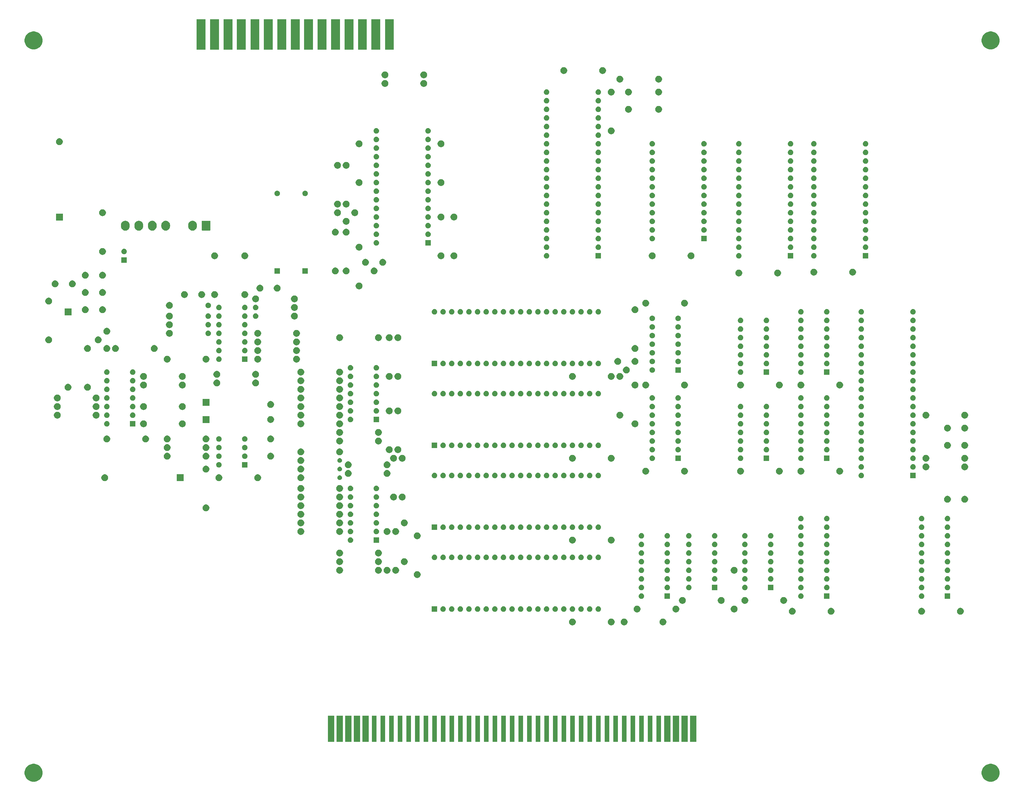
<source format=gbr>
G04 #@! TF.GenerationSoftware,KiCad,Pcbnew,(5.1.5)-3*
G04 #@! TF.CreationDate,2021-07-27T20:48:49-06:00*
G04 #@! TF.ProjectId,SwarsSound,53776172-7353-46f7-956e-642e6b696361,rev?*
G04 #@! TF.SameCoordinates,Original*
G04 #@! TF.FileFunction,Soldermask,Top*
G04 #@! TF.FilePolarity,Negative*
%FSLAX46Y46*%
G04 Gerber Fmt 4.6, Leading zero omitted, Abs format (unit mm)*
G04 Created by KiCad (PCBNEW (5.1.5)-3) date 2021-07-27 20:48:49*
%MOMM*%
%LPD*%
G04 APERTURE LIST*
%ADD10C,0.100000*%
G04 APERTURE END LIST*
D10*
G36*
X73431400Y-17907000D02*
G01*
X70891400Y-17907000D01*
X70891400Y-26797000D01*
X73431400Y-26797000D01*
X73431400Y-17907000D01*
G37*
X73431400Y-17907000D02*
X70891400Y-17907000D01*
X70891400Y-26797000D01*
X73431400Y-26797000D01*
X73431400Y-17907000D01*
G36*
X77368400Y-17907000D02*
G01*
X74828400Y-17907000D01*
X74828400Y-26797000D01*
X77368400Y-26797000D01*
X77368400Y-17907000D01*
G37*
X77368400Y-17907000D02*
X74828400Y-17907000D01*
X74828400Y-26797000D01*
X77368400Y-26797000D01*
X77368400Y-17907000D01*
G36*
X81368900Y-17907000D02*
G01*
X78828900Y-17907000D01*
X78828900Y-26797000D01*
X81368900Y-26797000D01*
X81368900Y-17907000D01*
G37*
X81368900Y-17907000D02*
X78828900Y-17907000D01*
X78828900Y-26797000D01*
X81368900Y-26797000D01*
X81368900Y-17907000D01*
G36*
X85305900Y-17907000D02*
G01*
X82765900Y-17907000D01*
X82765900Y-26797000D01*
X85305900Y-26797000D01*
X85305900Y-17907000D01*
G37*
X85305900Y-17907000D02*
X82765900Y-17907000D01*
X82765900Y-26797000D01*
X85305900Y-26797000D01*
X85305900Y-17907000D01*
G36*
X89242900Y-17907000D02*
G01*
X86766400Y-17907000D01*
X86766400Y-26797000D01*
X89242900Y-26797000D01*
X89242900Y-17907000D01*
G37*
X89242900Y-17907000D02*
X86766400Y-17907000D01*
X86766400Y-26797000D01*
X89242900Y-26797000D01*
X89242900Y-17907000D01*
G36*
X93243400Y-17907000D02*
G01*
X90703400Y-17907000D01*
X90703400Y-26797000D01*
X93243400Y-26797000D01*
X93243400Y-17907000D01*
G37*
X93243400Y-17907000D02*
X90703400Y-17907000D01*
X90703400Y-26797000D01*
X93243400Y-26797000D01*
X93243400Y-17907000D01*
G36*
X97180400Y-17907000D02*
G01*
X94703900Y-17907000D01*
X94703900Y-26797000D01*
X97180400Y-26797000D01*
X97180400Y-17907000D01*
G37*
X97180400Y-17907000D02*
X94703900Y-17907000D01*
X94703900Y-26797000D01*
X97180400Y-26797000D01*
X97180400Y-17907000D01*
G36*
X101180900Y-17907000D02*
G01*
X98640900Y-17907000D01*
X98640900Y-26797000D01*
X101180900Y-26797000D01*
X101180900Y-17907000D01*
G37*
X101180900Y-17907000D02*
X98640900Y-17907000D01*
X98640900Y-26797000D01*
X101180900Y-26797000D01*
X101180900Y-17907000D01*
G36*
X105117900Y-17907000D02*
G01*
X102577900Y-17907000D01*
X102577900Y-26797000D01*
X105117900Y-26797000D01*
X105117900Y-17907000D01*
G37*
X105117900Y-17907000D02*
X102577900Y-17907000D01*
X102577900Y-26797000D01*
X105117900Y-26797000D01*
X105117900Y-17907000D01*
G36*
X109054900Y-17907000D02*
G01*
X106514900Y-17907000D01*
X106514900Y-26797000D01*
X109054900Y-26797000D01*
X109054900Y-17907000D01*
G37*
X109054900Y-17907000D02*
X106514900Y-17907000D01*
X106514900Y-26797000D01*
X109054900Y-26797000D01*
X109054900Y-17907000D01*
G36*
X113055400Y-17907000D02*
G01*
X110515400Y-17907000D01*
X110515400Y-26797000D01*
X113055400Y-26797000D01*
X113055400Y-17907000D01*
G37*
X113055400Y-17907000D02*
X110515400Y-17907000D01*
X110515400Y-26797000D01*
X113055400Y-26797000D01*
X113055400Y-17907000D01*
G36*
X116992400Y-17907000D02*
G01*
X114452400Y-17907000D01*
X114452400Y-26797000D01*
X116992400Y-26797000D01*
X116992400Y-17907000D01*
G37*
X116992400Y-17907000D02*
X114452400Y-17907000D01*
X114452400Y-26797000D01*
X116992400Y-26797000D01*
X116992400Y-17907000D01*
G36*
X120929400Y-17907000D02*
G01*
X118452900Y-17907000D01*
X118452900Y-26797000D01*
X120929400Y-26797000D01*
X120929400Y-17907000D01*
G37*
X120929400Y-17907000D02*
X118452900Y-17907000D01*
X118452900Y-26797000D01*
X120929400Y-26797000D01*
X120929400Y-17907000D01*
G36*
X124929900Y-17907000D02*
G01*
X122389900Y-17907000D01*
X122389900Y-26797000D01*
X124929900Y-26797000D01*
X124929900Y-17907000D01*
G37*
X124929900Y-17907000D02*
X122389900Y-17907000D01*
X122389900Y-26797000D01*
X124929900Y-26797000D01*
X124929900Y-17907000D01*
G36*
X128866900Y-17907000D02*
G01*
X126390400Y-17907000D01*
X126390400Y-26797000D01*
X128866900Y-26797000D01*
X128866900Y-17907000D01*
G37*
X128866900Y-17907000D02*
X126390400Y-17907000D01*
X126390400Y-26797000D01*
X128866900Y-26797000D01*
X128866900Y-17907000D01*
G36*
X305574288Y-237477510D02*
G01*
X306057376Y-237677612D01*
X306057377Y-237677613D01*
X306492145Y-237968115D01*
X306861885Y-238337855D01*
X307055992Y-238628358D01*
X307152388Y-238772624D01*
X307352490Y-239255712D01*
X307454500Y-239768553D01*
X307454500Y-240291447D01*
X307352490Y-240804288D01*
X307152388Y-241287376D01*
X307152387Y-241287377D01*
X306861885Y-241722145D01*
X306492145Y-242091885D01*
X306201642Y-242285992D01*
X306057376Y-242382388D01*
X305574288Y-242582490D01*
X305061447Y-242684500D01*
X304538553Y-242684500D01*
X304025712Y-242582490D01*
X303542624Y-242382388D01*
X303398358Y-242285992D01*
X303107855Y-242091885D01*
X302738115Y-241722145D01*
X302447613Y-241287377D01*
X302447612Y-241287376D01*
X302247510Y-240804288D01*
X302145500Y-240291447D01*
X302145500Y-239768553D01*
X302247510Y-239255712D01*
X302447612Y-238772624D01*
X302544008Y-238628358D01*
X302738115Y-238337855D01*
X303107855Y-237968115D01*
X303542623Y-237677613D01*
X303542624Y-237677612D01*
X304025712Y-237477510D01*
X304538553Y-237375500D01*
X305061447Y-237375500D01*
X305574288Y-237477510D01*
G37*
G36*
X23634288Y-237477510D02*
G01*
X24117376Y-237677612D01*
X24117377Y-237677613D01*
X24552145Y-237968115D01*
X24921885Y-238337855D01*
X25115992Y-238628358D01*
X25212388Y-238772624D01*
X25412490Y-239255712D01*
X25514500Y-239768553D01*
X25514500Y-240291447D01*
X25412490Y-240804288D01*
X25212388Y-241287376D01*
X25212387Y-241287377D01*
X24921885Y-241722145D01*
X24552145Y-242091885D01*
X24261642Y-242285992D01*
X24117376Y-242382388D01*
X23634288Y-242582490D01*
X23121447Y-242684500D01*
X22598553Y-242684500D01*
X22085712Y-242582490D01*
X21602624Y-242382388D01*
X21458358Y-242285992D01*
X21167855Y-242091885D01*
X20798115Y-241722145D01*
X20507613Y-241287377D01*
X20507612Y-241287376D01*
X20307510Y-240804288D01*
X20205500Y-240291447D01*
X20205500Y-239768553D01*
X20307510Y-239255712D01*
X20507612Y-238772624D01*
X20604008Y-238628358D01*
X20798115Y-238337855D01*
X21167855Y-237968115D01*
X21602623Y-237677613D01*
X21602624Y-237677612D01*
X22085712Y-237477510D01*
X22598553Y-237375500D01*
X23121447Y-237375500D01*
X23634288Y-237477510D01*
G37*
G36*
X177216000Y-230937000D02*
G01*
X175844000Y-230937000D01*
X175844000Y-223215000D01*
X177216000Y-223215000D01*
X177216000Y-230937000D01*
G37*
G36*
X146736000Y-230937000D02*
G01*
X145364000Y-230937000D01*
X145364000Y-223215000D01*
X146736000Y-223215000D01*
X146736000Y-230937000D01*
G37*
G36*
X179756000Y-230937000D02*
G01*
X178384000Y-230937000D01*
X178384000Y-223215000D01*
X179756000Y-223215000D01*
X179756000Y-230937000D01*
G37*
G36*
X218110000Y-230937000D02*
G01*
X216230000Y-230937000D01*
X216230000Y-223215000D01*
X218110000Y-223215000D01*
X218110000Y-230937000D01*
G37*
G36*
X215570000Y-230937000D02*
G01*
X213690000Y-230937000D01*
X213690000Y-223215000D01*
X215570000Y-223215000D01*
X215570000Y-230937000D01*
G37*
G36*
X213030000Y-230937000D02*
G01*
X211150000Y-230937000D01*
X211150000Y-223215000D01*
X213030000Y-223215000D01*
X213030000Y-230937000D01*
G37*
G36*
X210490000Y-230937000D02*
G01*
X208610000Y-230937000D01*
X208610000Y-223215000D01*
X210490000Y-223215000D01*
X210490000Y-230937000D01*
G37*
G36*
X207696000Y-230937000D02*
G01*
X206324000Y-230937000D01*
X206324000Y-223215000D01*
X207696000Y-223215000D01*
X207696000Y-230937000D01*
G37*
G36*
X205156000Y-230937000D02*
G01*
X203784000Y-230937000D01*
X203784000Y-223215000D01*
X205156000Y-223215000D01*
X205156000Y-230937000D01*
G37*
G36*
X202616000Y-230937000D02*
G01*
X201244000Y-230937000D01*
X201244000Y-223215000D01*
X202616000Y-223215000D01*
X202616000Y-230937000D01*
G37*
G36*
X174676000Y-230937000D02*
G01*
X173304000Y-230937000D01*
X173304000Y-223215000D01*
X174676000Y-223215000D01*
X174676000Y-230937000D01*
G37*
G36*
X167056000Y-230937000D02*
G01*
X165684000Y-230937000D01*
X165684000Y-223215000D01*
X167056000Y-223215000D01*
X167056000Y-230937000D01*
G37*
G36*
X182296000Y-230937000D02*
G01*
X180924000Y-230937000D01*
X180924000Y-223215000D01*
X182296000Y-223215000D01*
X182296000Y-230937000D01*
G37*
G36*
X184836000Y-230937000D02*
G01*
X183464000Y-230937000D01*
X183464000Y-223215000D01*
X184836000Y-223215000D01*
X184836000Y-230937000D01*
G37*
G36*
X187376000Y-230937000D02*
G01*
X186004000Y-230937000D01*
X186004000Y-223215000D01*
X187376000Y-223215000D01*
X187376000Y-230937000D01*
G37*
G36*
X189916000Y-230937000D02*
G01*
X188544000Y-230937000D01*
X188544000Y-223215000D01*
X189916000Y-223215000D01*
X189916000Y-230937000D01*
G37*
G36*
X192456000Y-230937000D02*
G01*
X191084000Y-230937000D01*
X191084000Y-223215000D01*
X192456000Y-223215000D01*
X192456000Y-230937000D01*
G37*
G36*
X194996000Y-230937000D02*
G01*
X193624000Y-230937000D01*
X193624000Y-223215000D01*
X194996000Y-223215000D01*
X194996000Y-230937000D01*
G37*
G36*
X197536000Y-230937000D02*
G01*
X196164000Y-230937000D01*
X196164000Y-223215000D01*
X197536000Y-223215000D01*
X197536000Y-230937000D01*
G37*
G36*
X200076000Y-230937000D02*
G01*
X198704000Y-230937000D01*
X198704000Y-223215000D01*
X200076000Y-223215000D01*
X200076000Y-230937000D01*
G37*
G36*
X172136000Y-230937000D02*
G01*
X170764000Y-230937000D01*
X170764000Y-223215000D01*
X172136000Y-223215000D01*
X172136000Y-230937000D01*
G37*
G36*
X119050000Y-230937000D02*
G01*
X117170000Y-230937000D01*
X117170000Y-223215000D01*
X119050000Y-223215000D01*
X119050000Y-230937000D01*
G37*
G36*
X141656000Y-230937000D02*
G01*
X140284000Y-230937000D01*
X140284000Y-223215000D01*
X141656000Y-223215000D01*
X141656000Y-230937000D01*
G37*
G36*
X144196000Y-230937000D02*
G01*
X142824000Y-230937000D01*
X142824000Y-223215000D01*
X144196000Y-223215000D01*
X144196000Y-230937000D01*
G37*
G36*
X164516000Y-230937000D02*
G01*
X163144000Y-230937000D01*
X163144000Y-223215000D01*
X164516000Y-223215000D01*
X164516000Y-230937000D01*
G37*
G36*
X161976000Y-230937000D02*
G01*
X160604000Y-230937000D01*
X160604000Y-223215000D01*
X161976000Y-223215000D01*
X161976000Y-230937000D01*
G37*
G36*
X159436000Y-230937000D02*
G01*
X158064000Y-230937000D01*
X158064000Y-223215000D01*
X159436000Y-223215000D01*
X159436000Y-230937000D01*
G37*
G36*
X156896000Y-230937000D02*
G01*
X155524000Y-230937000D01*
X155524000Y-223215000D01*
X156896000Y-223215000D01*
X156896000Y-230937000D01*
G37*
G36*
X154356000Y-230937000D02*
G01*
X152984000Y-230937000D01*
X152984000Y-223215000D01*
X154356000Y-223215000D01*
X154356000Y-230937000D01*
G37*
G36*
X151816000Y-230937000D02*
G01*
X150444000Y-230937000D01*
X150444000Y-223215000D01*
X151816000Y-223215000D01*
X151816000Y-230937000D01*
G37*
G36*
X149276000Y-230937000D02*
G01*
X147904000Y-230937000D01*
X147904000Y-223215000D01*
X149276000Y-223215000D01*
X149276000Y-230937000D01*
G37*
G36*
X111430000Y-230937000D02*
G01*
X109550000Y-230937000D01*
X109550000Y-223215000D01*
X111430000Y-223215000D01*
X111430000Y-230937000D01*
G37*
G36*
X113970000Y-230937000D02*
G01*
X112090000Y-230937000D01*
X112090000Y-223215000D01*
X113970000Y-223215000D01*
X113970000Y-230937000D01*
G37*
G36*
X116510000Y-230937000D02*
G01*
X114630000Y-230937000D01*
X114630000Y-223215000D01*
X116510000Y-223215000D01*
X116510000Y-230937000D01*
G37*
G36*
X169596000Y-230937000D02*
G01*
X168224000Y-230937000D01*
X168224000Y-223215000D01*
X169596000Y-223215000D01*
X169596000Y-230937000D01*
G37*
G36*
X121590000Y-230937000D02*
G01*
X119710000Y-230937000D01*
X119710000Y-223215000D01*
X121590000Y-223215000D01*
X121590000Y-230937000D01*
G37*
G36*
X123876000Y-230937000D02*
G01*
X122504000Y-230937000D01*
X122504000Y-223215000D01*
X123876000Y-223215000D01*
X123876000Y-230937000D01*
G37*
G36*
X126416000Y-230937000D02*
G01*
X125044000Y-230937000D01*
X125044000Y-223215000D01*
X126416000Y-223215000D01*
X126416000Y-230937000D01*
G37*
G36*
X128956000Y-230937000D02*
G01*
X127584000Y-230937000D01*
X127584000Y-223215000D01*
X128956000Y-223215000D01*
X128956000Y-230937000D01*
G37*
G36*
X131496000Y-230937000D02*
G01*
X130124000Y-230937000D01*
X130124000Y-223215000D01*
X131496000Y-223215000D01*
X131496000Y-230937000D01*
G37*
G36*
X134036000Y-230937000D02*
G01*
X132664000Y-230937000D01*
X132664000Y-223215000D01*
X134036000Y-223215000D01*
X134036000Y-230937000D01*
G37*
G36*
X136576000Y-230937000D02*
G01*
X135204000Y-230937000D01*
X135204000Y-223215000D01*
X136576000Y-223215000D01*
X136576000Y-230937000D01*
G37*
G36*
X139116000Y-230937000D02*
G01*
X137744000Y-230937000D01*
X137744000Y-223215000D01*
X139116000Y-223215000D01*
X139116000Y-230937000D01*
G37*
G36*
X196976425Y-194581988D02*
G01*
X197142710Y-194615063D01*
X197325336Y-194690709D01*
X197489694Y-194800530D01*
X197629470Y-194940306D01*
X197739291Y-195104664D01*
X197814937Y-195287290D01*
X197853500Y-195481164D01*
X197853500Y-195678836D01*
X197814937Y-195872710D01*
X197739291Y-196055336D01*
X197629470Y-196219694D01*
X197489694Y-196359470D01*
X197325336Y-196469291D01*
X197142710Y-196544937D01*
X196976425Y-196578012D01*
X196948837Y-196583500D01*
X196751163Y-196583500D01*
X196723575Y-196578012D01*
X196557290Y-196544937D01*
X196374664Y-196469291D01*
X196210306Y-196359470D01*
X196070530Y-196219694D01*
X195960709Y-196055336D01*
X195885063Y-195872710D01*
X195846500Y-195678836D01*
X195846500Y-195481164D01*
X195885063Y-195287290D01*
X195960709Y-195104664D01*
X196070530Y-194940306D01*
X196210306Y-194800530D01*
X196374664Y-194690709D01*
X196557290Y-194615063D01*
X196723575Y-194581988D01*
X196751163Y-194576500D01*
X196948837Y-194576500D01*
X196976425Y-194581988D01*
G37*
G36*
X193166425Y-194581988D02*
G01*
X193332710Y-194615063D01*
X193515336Y-194690709D01*
X193679694Y-194800530D01*
X193819470Y-194940306D01*
X193929291Y-195104664D01*
X194004937Y-195287290D01*
X194043500Y-195481164D01*
X194043500Y-195678836D01*
X194004937Y-195872710D01*
X193929291Y-196055336D01*
X193819470Y-196219694D01*
X193679694Y-196359470D01*
X193515336Y-196469291D01*
X193332710Y-196544937D01*
X193166425Y-196578012D01*
X193138837Y-196583500D01*
X192941163Y-196583500D01*
X192913575Y-196578012D01*
X192747290Y-196544937D01*
X192564664Y-196469291D01*
X192400306Y-196359470D01*
X192260530Y-196219694D01*
X192150709Y-196055336D01*
X192075063Y-195872710D01*
X192036500Y-195678836D01*
X192036500Y-195481164D01*
X192075063Y-195287290D01*
X192150709Y-195104664D01*
X192260530Y-194940306D01*
X192400306Y-194800530D01*
X192564664Y-194690709D01*
X192747290Y-194615063D01*
X192913575Y-194581988D01*
X192941163Y-194576500D01*
X193138837Y-194576500D01*
X193166425Y-194581988D01*
G37*
G36*
X181736425Y-194581988D02*
G01*
X181902710Y-194615063D01*
X182085336Y-194690709D01*
X182249694Y-194800530D01*
X182389470Y-194940306D01*
X182499291Y-195104664D01*
X182574937Y-195287290D01*
X182613500Y-195481164D01*
X182613500Y-195678836D01*
X182574937Y-195872710D01*
X182499291Y-196055336D01*
X182389470Y-196219694D01*
X182249694Y-196359470D01*
X182085336Y-196469291D01*
X181902710Y-196544937D01*
X181736425Y-196578012D01*
X181708837Y-196583500D01*
X181511163Y-196583500D01*
X181483575Y-196578012D01*
X181317290Y-196544937D01*
X181134664Y-196469291D01*
X180970306Y-196359470D01*
X180830530Y-196219694D01*
X180720709Y-196055336D01*
X180645063Y-195872710D01*
X180606500Y-195678836D01*
X180606500Y-195481164D01*
X180645063Y-195287290D01*
X180720709Y-195104664D01*
X180830530Y-194940306D01*
X180970306Y-194800530D01*
X181134664Y-194690709D01*
X181317290Y-194615063D01*
X181483575Y-194581988D01*
X181511163Y-194576500D01*
X181708837Y-194576500D01*
X181736425Y-194581988D01*
G37*
G36*
X208406425Y-194581988D02*
G01*
X208572710Y-194615063D01*
X208755336Y-194690709D01*
X208919694Y-194800530D01*
X209059470Y-194940306D01*
X209169291Y-195104664D01*
X209244937Y-195287290D01*
X209283500Y-195481164D01*
X209283500Y-195678836D01*
X209244937Y-195872710D01*
X209169291Y-196055336D01*
X209059470Y-196219694D01*
X208919694Y-196359470D01*
X208755336Y-196469291D01*
X208572710Y-196544937D01*
X208406425Y-196578012D01*
X208378837Y-196583500D01*
X208181163Y-196583500D01*
X208153575Y-196578012D01*
X207987290Y-196544937D01*
X207804664Y-196469291D01*
X207640306Y-196359470D01*
X207500530Y-196219694D01*
X207390709Y-196055336D01*
X207315063Y-195872710D01*
X207276500Y-195678836D01*
X207276500Y-195481164D01*
X207315063Y-195287290D01*
X207390709Y-195104664D01*
X207500530Y-194940306D01*
X207640306Y-194800530D01*
X207804664Y-194690709D01*
X207987290Y-194615063D01*
X208153575Y-194581988D01*
X208181163Y-194576500D01*
X208378837Y-194576500D01*
X208406425Y-194581988D01*
G37*
G36*
X246506425Y-191406988D02*
G01*
X246672710Y-191440063D01*
X246855336Y-191515709D01*
X247019694Y-191625530D01*
X247159470Y-191765306D01*
X247269291Y-191929664D01*
X247344937Y-192112290D01*
X247383500Y-192306164D01*
X247383500Y-192503836D01*
X247344937Y-192697710D01*
X247269291Y-192880336D01*
X247159470Y-193044694D01*
X247019694Y-193184470D01*
X246855336Y-193294291D01*
X246672710Y-193369937D01*
X246506425Y-193403012D01*
X246478837Y-193408500D01*
X246281163Y-193408500D01*
X246253575Y-193403012D01*
X246087290Y-193369937D01*
X245904664Y-193294291D01*
X245740306Y-193184470D01*
X245600530Y-193044694D01*
X245490709Y-192880336D01*
X245415063Y-192697710D01*
X245376500Y-192503836D01*
X245376500Y-192306164D01*
X245415063Y-192112290D01*
X245490709Y-191929664D01*
X245600530Y-191765306D01*
X245740306Y-191625530D01*
X245904664Y-191515709D01*
X246087290Y-191440063D01*
X246253575Y-191406988D01*
X246281163Y-191401500D01*
X246478837Y-191401500D01*
X246506425Y-191406988D01*
G37*
G36*
X284606425Y-191406988D02*
G01*
X284772710Y-191440063D01*
X284955336Y-191515709D01*
X285119694Y-191625530D01*
X285259470Y-191765306D01*
X285369291Y-191929664D01*
X285444937Y-192112290D01*
X285483500Y-192306164D01*
X285483500Y-192503836D01*
X285444937Y-192697710D01*
X285369291Y-192880336D01*
X285259470Y-193044694D01*
X285119694Y-193184470D01*
X284955336Y-193294291D01*
X284772710Y-193369937D01*
X284606425Y-193403012D01*
X284578837Y-193408500D01*
X284381163Y-193408500D01*
X284353575Y-193403012D01*
X284187290Y-193369937D01*
X284004664Y-193294291D01*
X283840306Y-193184470D01*
X283700530Y-193044694D01*
X283590709Y-192880336D01*
X283515063Y-192697710D01*
X283476500Y-192503836D01*
X283476500Y-192306164D01*
X283515063Y-192112290D01*
X283590709Y-191929664D01*
X283700530Y-191765306D01*
X283840306Y-191625530D01*
X284004664Y-191515709D01*
X284187290Y-191440063D01*
X284353575Y-191406988D01*
X284381163Y-191401500D01*
X284578837Y-191401500D01*
X284606425Y-191406988D01*
G37*
G36*
X257936425Y-191406988D02*
G01*
X258102710Y-191440063D01*
X258285336Y-191515709D01*
X258449694Y-191625530D01*
X258589470Y-191765306D01*
X258699291Y-191929664D01*
X258774937Y-192112290D01*
X258813500Y-192306164D01*
X258813500Y-192503836D01*
X258774937Y-192697710D01*
X258699291Y-192880336D01*
X258589470Y-193044694D01*
X258449694Y-193184470D01*
X258285336Y-193294291D01*
X258102710Y-193369937D01*
X257936425Y-193403012D01*
X257908837Y-193408500D01*
X257711163Y-193408500D01*
X257683575Y-193403012D01*
X257517290Y-193369937D01*
X257334664Y-193294291D01*
X257170306Y-193184470D01*
X257030530Y-193044694D01*
X256920709Y-192880336D01*
X256845063Y-192697710D01*
X256806500Y-192503836D01*
X256806500Y-192306164D01*
X256845063Y-192112290D01*
X256920709Y-191929664D01*
X257030530Y-191765306D01*
X257170306Y-191625530D01*
X257334664Y-191515709D01*
X257517290Y-191440063D01*
X257683575Y-191406988D01*
X257711163Y-191401500D01*
X257908837Y-191401500D01*
X257936425Y-191406988D01*
G37*
G36*
X296036425Y-191406988D02*
G01*
X296202710Y-191440063D01*
X296385336Y-191515709D01*
X296549694Y-191625530D01*
X296689470Y-191765306D01*
X296799291Y-191929664D01*
X296874937Y-192112290D01*
X296913500Y-192306164D01*
X296913500Y-192503836D01*
X296874937Y-192697710D01*
X296799291Y-192880336D01*
X296689470Y-193044694D01*
X296549694Y-193184470D01*
X296385336Y-193294291D01*
X296202710Y-193369937D01*
X296036425Y-193403012D01*
X296008837Y-193408500D01*
X295811163Y-193408500D01*
X295783575Y-193403012D01*
X295617290Y-193369937D01*
X295434664Y-193294291D01*
X295270306Y-193184470D01*
X295130530Y-193044694D01*
X295020709Y-192880336D01*
X294945063Y-192697710D01*
X294906500Y-192503836D01*
X294906500Y-192306164D01*
X294945063Y-192112290D01*
X295020709Y-191929664D01*
X295130530Y-191765306D01*
X295270306Y-191625530D01*
X295434664Y-191515709D01*
X295617290Y-191440063D01*
X295783575Y-191406988D01*
X295811163Y-191401500D01*
X296008837Y-191401500D01*
X296036425Y-191406988D01*
G37*
G36*
X229361425Y-190771988D02*
G01*
X229527710Y-190805063D01*
X229710336Y-190880709D01*
X229874694Y-190990530D01*
X230014470Y-191130306D01*
X230124291Y-191294664D01*
X230199937Y-191477290D01*
X230238500Y-191671164D01*
X230238500Y-191868836D01*
X230199937Y-192062710D01*
X230124291Y-192245336D01*
X230014470Y-192409694D01*
X229874694Y-192549470D01*
X229710336Y-192659291D01*
X229527710Y-192734937D01*
X229361425Y-192768012D01*
X229333837Y-192773500D01*
X229136163Y-192773500D01*
X229108575Y-192768012D01*
X228942290Y-192734937D01*
X228759664Y-192659291D01*
X228595306Y-192549470D01*
X228455530Y-192409694D01*
X228345709Y-192245336D01*
X228270063Y-192062710D01*
X228231500Y-191868836D01*
X228231500Y-191671164D01*
X228270063Y-191477290D01*
X228345709Y-191294664D01*
X228455530Y-191130306D01*
X228595306Y-190990530D01*
X228759664Y-190880709D01*
X228942290Y-190805063D01*
X229108575Y-190771988D01*
X229136163Y-190766500D01*
X229333837Y-190766500D01*
X229361425Y-190771988D01*
G37*
G36*
X212216425Y-190771988D02*
G01*
X212382710Y-190805063D01*
X212565336Y-190880709D01*
X212729694Y-190990530D01*
X212869470Y-191130306D01*
X212979291Y-191294664D01*
X213054937Y-191477290D01*
X213093500Y-191671164D01*
X213093500Y-191868836D01*
X213054937Y-192062710D01*
X212979291Y-192245336D01*
X212869470Y-192409694D01*
X212729694Y-192549470D01*
X212565336Y-192659291D01*
X212382710Y-192734937D01*
X212216425Y-192768012D01*
X212188837Y-192773500D01*
X211991163Y-192773500D01*
X211963575Y-192768012D01*
X211797290Y-192734937D01*
X211614664Y-192659291D01*
X211450306Y-192549470D01*
X211310530Y-192409694D01*
X211200709Y-192245336D01*
X211125063Y-192062710D01*
X211086500Y-191868836D01*
X211086500Y-191671164D01*
X211125063Y-191477290D01*
X211200709Y-191294664D01*
X211310530Y-191130306D01*
X211450306Y-190990530D01*
X211614664Y-190880709D01*
X211797290Y-190805063D01*
X211963575Y-190771988D01*
X211991163Y-190766500D01*
X212188837Y-190766500D01*
X212216425Y-190771988D01*
G37*
G36*
X200786425Y-190771988D02*
G01*
X200952710Y-190805063D01*
X201135336Y-190880709D01*
X201299694Y-190990530D01*
X201439470Y-191130306D01*
X201549291Y-191294664D01*
X201624937Y-191477290D01*
X201663500Y-191671164D01*
X201663500Y-191868836D01*
X201624937Y-192062710D01*
X201549291Y-192245336D01*
X201439470Y-192409694D01*
X201299694Y-192549470D01*
X201135336Y-192659291D01*
X200952710Y-192734937D01*
X200786425Y-192768012D01*
X200758837Y-192773500D01*
X200561163Y-192773500D01*
X200533575Y-192768012D01*
X200367290Y-192734937D01*
X200184664Y-192659291D01*
X200020306Y-192549470D01*
X199880530Y-192409694D01*
X199770709Y-192245336D01*
X199695063Y-192062710D01*
X199656500Y-191868836D01*
X199656500Y-191671164D01*
X199695063Y-191477290D01*
X199770709Y-191294664D01*
X199880530Y-191130306D01*
X200020306Y-190990530D01*
X200184664Y-190880709D01*
X200367290Y-190805063D01*
X200533575Y-190771988D01*
X200561163Y-190766500D01*
X200758837Y-190766500D01*
X200786425Y-190771988D01*
G37*
G36*
X179307142Y-190988242D02*
G01*
X179455101Y-191049529D01*
X179588255Y-191138499D01*
X179701501Y-191251745D01*
X179790471Y-191384899D01*
X179851758Y-191532858D01*
X179883000Y-191689925D01*
X179883000Y-191850075D01*
X179851758Y-192007142D01*
X179790471Y-192155101D01*
X179701501Y-192288255D01*
X179588255Y-192401501D01*
X179455101Y-192490471D01*
X179307142Y-192551758D01*
X179150075Y-192583000D01*
X178989925Y-192583000D01*
X178832858Y-192551758D01*
X178684899Y-192490471D01*
X178551745Y-192401501D01*
X178438499Y-192288255D01*
X178349529Y-192155101D01*
X178288242Y-192007142D01*
X178257000Y-191850075D01*
X178257000Y-191689925D01*
X178288242Y-191532858D01*
X178349529Y-191384899D01*
X178438499Y-191251745D01*
X178551745Y-191138499D01*
X178684899Y-191049529D01*
X178832858Y-190988242D01*
X178989925Y-190957000D01*
X179150075Y-190957000D01*
X179307142Y-190988242D01*
G37*
G36*
X166607142Y-190988242D02*
G01*
X166755101Y-191049529D01*
X166888255Y-191138499D01*
X167001501Y-191251745D01*
X167090471Y-191384899D01*
X167151758Y-191532858D01*
X167183000Y-191689925D01*
X167183000Y-191850075D01*
X167151758Y-192007142D01*
X167090471Y-192155101D01*
X167001501Y-192288255D01*
X166888255Y-192401501D01*
X166755101Y-192490471D01*
X166607142Y-192551758D01*
X166450075Y-192583000D01*
X166289925Y-192583000D01*
X166132858Y-192551758D01*
X165984899Y-192490471D01*
X165851745Y-192401501D01*
X165738499Y-192288255D01*
X165649529Y-192155101D01*
X165588242Y-192007142D01*
X165557000Y-191850075D01*
X165557000Y-191689925D01*
X165588242Y-191532858D01*
X165649529Y-191384899D01*
X165738499Y-191251745D01*
X165851745Y-191138499D01*
X165984899Y-191049529D01*
X166132858Y-190988242D01*
X166289925Y-190957000D01*
X166450075Y-190957000D01*
X166607142Y-190988242D01*
G37*
G36*
X169147142Y-190988242D02*
G01*
X169295101Y-191049529D01*
X169428255Y-191138499D01*
X169541501Y-191251745D01*
X169630471Y-191384899D01*
X169691758Y-191532858D01*
X169723000Y-191689925D01*
X169723000Y-191850075D01*
X169691758Y-192007142D01*
X169630471Y-192155101D01*
X169541501Y-192288255D01*
X169428255Y-192401501D01*
X169295101Y-192490471D01*
X169147142Y-192551758D01*
X168990075Y-192583000D01*
X168829925Y-192583000D01*
X168672858Y-192551758D01*
X168524899Y-192490471D01*
X168391745Y-192401501D01*
X168278499Y-192288255D01*
X168189529Y-192155101D01*
X168128242Y-192007142D01*
X168097000Y-191850075D01*
X168097000Y-191689925D01*
X168128242Y-191532858D01*
X168189529Y-191384899D01*
X168278499Y-191251745D01*
X168391745Y-191138499D01*
X168524899Y-191049529D01*
X168672858Y-190988242D01*
X168829925Y-190957000D01*
X168990075Y-190957000D01*
X169147142Y-190988242D01*
G37*
G36*
X151367142Y-190988242D02*
G01*
X151515101Y-191049529D01*
X151648255Y-191138499D01*
X151761501Y-191251745D01*
X151850471Y-191384899D01*
X151911758Y-191532858D01*
X151943000Y-191689925D01*
X151943000Y-191850075D01*
X151911758Y-192007142D01*
X151850471Y-192155101D01*
X151761501Y-192288255D01*
X151648255Y-192401501D01*
X151515101Y-192490471D01*
X151367142Y-192551758D01*
X151210075Y-192583000D01*
X151049925Y-192583000D01*
X150892858Y-192551758D01*
X150744899Y-192490471D01*
X150611745Y-192401501D01*
X150498499Y-192288255D01*
X150409529Y-192155101D01*
X150348242Y-192007142D01*
X150317000Y-191850075D01*
X150317000Y-191689925D01*
X150348242Y-191532858D01*
X150409529Y-191384899D01*
X150498499Y-191251745D01*
X150611745Y-191138499D01*
X150744899Y-191049529D01*
X150892858Y-190988242D01*
X151049925Y-190957000D01*
X151210075Y-190957000D01*
X151367142Y-190988242D01*
G37*
G36*
X153907142Y-190988242D02*
G01*
X154055101Y-191049529D01*
X154188255Y-191138499D01*
X154301501Y-191251745D01*
X154390471Y-191384899D01*
X154451758Y-191532858D01*
X154483000Y-191689925D01*
X154483000Y-191850075D01*
X154451758Y-192007142D01*
X154390471Y-192155101D01*
X154301501Y-192288255D01*
X154188255Y-192401501D01*
X154055101Y-192490471D01*
X153907142Y-192551758D01*
X153750075Y-192583000D01*
X153589925Y-192583000D01*
X153432858Y-192551758D01*
X153284899Y-192490471D01*
X153151745Y-192401501D01*
X153038499Y-192288255D01*
X152949529Y-192155101D01*
X152888242Y-192007142D01*
X152857000Y-191850075D01*
X152857000Y-191689925D01*
X152888242Y-191532858D01*
X152949529Y-191384899D01*
X153038499Y-191251745D01*
X153151745Y-191138499D01*
X153284899Y-191049529D01*
X153432858Y-190988242D01*
X153589925Y-190957000D01*
X153750075Y-190957000D01*
X153907142Y-190988242D01*
G37*
G36*
X156447142Y-190988242D02*
G01*
X156595101Y-191049529D01*
X156728255Y-191138499D01*
X156841501Y-191251745D01*
X156930471Y-191384899D01*
X156991758Y-191532858D01*
X157023000Y-191689925D01*
X157023000Y-191850075D01*
X156991758Y-192007142D01*
X156930471Y-192155101D01*
X156841501Y-192288255D01*
X156728255Y-192401501D01*
X156595101Y-192490471D01*
X156447142Y-192551758D01*
X156290075Y-192583000D01*
X156129925Y-192583000D01*
X155972858Y-192551758D01*
X155824899Y-192490471D01*
X155691745Y-192401501D01*
X155578499Y-192288255D01*
X155489529Y-192155101D01*
X155428242Y-192007142D01*
X155397000Y-191850075D01*
X155397000Y-191689925D01*
X155428242Y-191532858D01*
X155489529Y-191384899D01*
X155578499Y-191251745D01*
X155691745Y-191138499D01*
X155824899Y-191049529D01*
X155972858Y-190988242D01*
X156129925Y-190957000D01*
X156290075Y-190957000D01*
X156447142Y-190988242D01*
G37*
G36*
X158987142Y-190988242D02*
G01*
X159135101Y-191049529D01*
X159268255Y-191138499D01*
X159381501Y-191251745D01*
X159470471Y-191384899D01*
X159531758Y-191532858D01*
X159563000Y-191689925D01*
X159563000Y-191850075D01*
X159531758Y-192007142D01*
X159470471Y-192155101D01*
X159381501Y-192288255D01*
X159268255Y-192401501D01*
X159135101Y-192490471D01*
X158987142Y-192551758D01*
X158830075Y-192583000D01*
X158669925Y-192583000D01*
X158512858Y-192551758D01*
X158364899Y-192490471D01*
X158231745Y-192401501D01*
X158118499Y-192288255D01*
X158029529Y-192155101D01*
X157968242Y-192007142D01*
X157937000Y-191850075D01*
X157937000Y-191689925D01*
X157968242Y-191532858D01*
X158029529Y-191384899D01*
X158118499Y-191251745D01*
X158231745Y-191138499D01*
X158364899Y-191049529D01*
X158512858Y-190988242D01*
X158669925Y-190957000D01*
X158830075Y-190957000D01*
X158987142Y-190988242D01*
G37*
G36*
X161527142Y-190988242D02*
G01*
X161675101Y-191049529D01*
X161808255Y-191138499D01*
X161921501Y-191251745D01*
X162010471Y-191384899D01*
X162071758Y-191532858D01*
X162103000Y-191689925D01*
X162103000Y-191850075D01*
X162071758Y-192007142D01*
X162010471Y-192155101D01*
X161921501Y-192288255D01*
X161808255Y-192401501D01*
X161675101Y-192490471D01*
X161527142Y-192551758D01*
X161370075Y-192583000D01*
X161209925Y-192583000D01*
X161052858Y-192551758D01*
X160904899Y-192490471D01*
X160771745Y-192401501D01*
X160658499Y-192288255D01*
X160569529Y-192155101D01*
X160508242Y-192007142D01*
X160477000Y-191850075D01*
X160477000Y-191689925D01*
X160508242Y-191532858D01*
X160569529Y-191384899D01*
X160658499Y-191251745D01*
X160771745Y-191138499D01*
X160904899Y-191049529D01*
X161052858Y-190988242D01*
X161209925Y-190957000D01*
X161370075Y-190957000D01*
X161527142Y-190988242D01*
G37*
G36*
X164067142Y-190988242D02*
G01*
X164215101Y-191049529D01*
X164348255Y-191138499D01*
X164461501Y-191251745D01*
X164550471Y-191384899D01*
X164611758Y-191532858D01*
X164643000Y-191689925D01*
X164643000Y-191850075D01*
X164611758Y-192007142D01*
X164550471Y-192155101D01*
X164461501Y-192288255D01*
X164348255Y-192401501D01*
X164215101Y-192490471D01*
X164067142Y-192551758D01*
X163910075Y-192583000D01*
X163749925Y-192583000D01*
X163592858Y-192551758D01*
X163444899Y-192490471D01*
X163311745Y-192401501D01*
X163198499Y-192288255D01*
X163109529Y-192155101D01*
X163048242Y-192007142D01*
X163017000Y-191850075D01*
X163017000Y-191689925D01*
X163048242Y-191532858D01*
X163109529Y-191384899D01*
X163198499Y-191251745D01*
X163311745Y-191138499D01*
X163444899Y-191049529D01*
X163592858Y-190988242D01*
X163749925Y-190957000D01*
X163910075Y-190957000D01*
X164067142Y-190988242D01*
G37*
G36*
X186927142Y-190988242D02*
G01*
X187075101Y-191049529D01*
X187208255Y-191138499D01*
X187321501Y-191251745D01*
X187410471Y-191384899D01*
X187471758Y-191532858D01*
X187503000Y-191689925D01*
X187503000Y-191850075D01*
X187471758Y-192007142D01*
X187410471Y-192155101D01*
X187321501Y-192288255D01*
X187208255Y-192401501D01*
X187075101Y-192490471D01*
X186927142Y-192551758D01*
X186770075Y-192583000D01*
X186609925Y-192583000D01*
X186452858Y-192551758D01*
X186304899Y-192490471D01*
X186171745Y-192401501D01*
X186058499Y-192288255D01*
X185969529Y-192155101D01*
X185908242Y-192007142D01*
X185877000Y-191850075D01*
X185877000Y-191689925D01*
X185908242Y-191532858D01*
X185969529Y-191384899D01*
X186058499Y-191251745D01*
X186171745Y-191138499D01*
X186304899Y-191049529D01*
X186452858Y-190988242D01*
X186609925Y-190957000D01*
X186770075Y-190957000D01*
X186927142Y-190988242D01*
G37*
G36*
X184387142Y-190988242D02*
G01*
X184535101Y-191049529D01*
X184668255Y-191138499D01*
X184781501Y-191251745D01*
X184870471Y-191384899D01*
X184931758Y-191532858D01*
X184963000Y-191689925D01*
X184963000Y-191850075D01*
X184931758Y-192007142D01*
X184870471Y-192155101D01*
X184781501Y-192288255D01*
X184668255Y-192401501D01*
X184535101Y-192490471D01*
X184387142Y-192551758D01*
X184230075Y-192583000D01*
X184069925Y-192583000D01*
X183912858Y-192551758D01*
X183764899Y-192490471D01*
X183631745Y-192401501D01*
X183518499Y-192288255D01*
X183429529Y-192155101D01*
X183368242Y-192007142D01*
X183337000Y-191850075D01*
X183337000Y-191689925D01*
X183368242Y-191532858D01*
X183429529Y-191384899D01*
X183518499Y-191251745D01*
X183631745Y-191138499D01*
X183764899Y-191049529D01*
X183912858Y-190988242D01*
X184069925Y-190957000D01*
X184230075Y-190957000D01*
X184387142Y-190988242D01*
G37*
G36*
X181847142Y-190988242D02*
G01*
X181995101Y-191049529D01*
X182128255Y-191138499D01*
X182241501Y-191251745D01*
X182330471Y-191384899D01*
X182391758Y-191532858D01*
X182423000Y-191689925D01*
X182423000Y-191850075D01*
X182391758Y-192007142D01*
X182330471Y-192155101D01*
X182241501Y-192288255D01*
X182128255Y-192401501D01*
X181995101Y-192490471D01*
X181847142Y-192551758D01*
X181690075Y-192583000D01*
X181529925Y-192583000D01*
X181372858Y-192551758D01*
X181224899Y-192490471D01*
X181091745Y-192401501D01*
X180978499Y-192288255D01*
X180889529Y-192155101D01*
X180828242Y-192007142D01*
X180797000Y-191850075D01*
X180797000Y-191689925D01*
X180828242Y-191532858D01*
X180889529Y-191384899D01*
X180978499Y-191251745D01*
X181091745Y-191138499D01*
X181224899Y-191049529D01*
X181372858Y-190988242D01*
X181529925Y-190957000D01*
X181690075Y-190957000D01*
X181847142Y-190988242D01*
G37*
G36*
X174227142Y-190988242D02*
G01*
X174375101Y-191049529D01*
X174508255Y-191138499D01*
X174621501Y-191251745D01*
X174710471Y-191384899D01*
X174771758Y-191532858D01*
X174803000Y-191689925D01*
X174803000Y-191850075D01*
X174771758Y-192007142D01*
X174710471Y-192155101D01*
X174621501Y-192288255D01*
X174508255Y-192401501D01*
X174375101Y-192490471D01*
X174227142Y-192551758D01*
X174070075Y-192583000D01*
X173909925Y-192583000D01*
X173752858Y-192551758D01*
X173604899Y-192490471D01*
X173471745Y-192401501D01*
X173358499Y-192288255D01*
X173269529Y-192155101D01*
X173208242Y-192007142D01*
X173177000Y-191850075D01*
X173177000Y-191689925D01*
X173208242Y-191532858D01*
X173269529Y-191384899D01*
X173358499Y-191251745D01*
X173471745Y-191138499D01*
X173604899Y-191049529D01*
X173752858Y-190988242D01*
X173909925Y-190957000D01*
X174070075Y-190957000D01*
X174227142Y-190988242D01*
G37*
G36*
X171687142Y-190988242D02*
G01*
X171835101Y-191049529D01*
X171968255Y-191138499D01*
X172081501Y-191251745D01*
X172170471Y-191384899D01*
X172231758Y-191532858D01*
X172263000Y-191689925D01*
X172263000Y-191850075D01*
X172231758Y-192007142D01*
X172170471Y-192155101D01*
X172081501Y-192288255D01*
X171968255Y-192401501D01*
X171835101Y-192490471D01*
X171687142Y-192551758D01*
X171530075Y-192583000D01*
X171369925Y-192583000D01*
X171212858Y-192551758D01*
X171064899Y-192490471D01*
X170931745Y-192401501D01*
X170818499Y-192288255D01*
X170729529Y-192155101D01*
X170668242Y-192007142D01*
X170637000Y-191850075D01*
X170637000Y-191689925D01*
X170668242Y-191532858D01*
X170729529Y-191384899D01*
X170818499Y-191251745D01*
X170931745Y-191138499D01*
X171064899Y-191049529D01*
X171212858Y-190988242D01*
X171369925Y-190957000D01*
X171530075Y-190957000D01*
X171687142Y-190988242D01*
G37*
G36*
X141783000Y-192583000D02*
G01*
X140157000Y-192583000D01*
X140157000Y-190957000D01*
X141783000Y-190957000D01*
X141783000Y-192583000D01*
G37*
G36*
X143747142Y-190988242D02*
G01*
X143895101Y-191049529D01*
X144028255Y-191138499D01*
X144141501Y-191251745D01*
X144230471Y-191384899D01*
X144291758Y-191532858D01*
X144323000Y-191689925D01*
X144323000Y-191850075D01*
X144291758Y-192007142D01*
X144230471Y-192155101D01*
X144141501Y-192288255D01*
X144028255Y-192401501D01*
X143895101Y-192490471D01*
X143747142Y-192551758D01*
X143590075Y-192583000D01*
X143429925Y-192583000D01*
X143272858Y-192551758D01*
X143124899Y-192490471D01*
X142991745Y-192401501D01*
X142878499Y-192288255D01*
X142789529Y-192155101D01*
X142728242Y-192007142D01*
X142697000Y-191850075D01*
X142697000Y-191689925D01*
X142728242Y-191532858D01*
X142789529Y-191384899D01*
X142878499Y-191251745D01*
X142991745Y-191138499D01*
X143124899Y-191049529D01*
X143272858Y-190988242D01*
X143429925Y-190957000D01*
X143590075Y-190957000D01*
X143747142Y-190988242D01*
G37*
G36*
X146287142Y-190988242D02*
G01*
X146435101Y-191049529D01*
X146568255Y-191138499D01*
X146681501Y-191251745D01*
X146770471Y-191384899D01*
X146831758Y-191532858D01*
X146863000Y-191689925D01*
X146863000Y-191850075D01*
X146831758Y-192007142D01*
X146770471Y-192155101D01*
X146681501Y-192288255D01*
X146568255Y-192401501D01*
X146435101Y-192490471D01*
X146287142Y-192551758D01*
X146130075Y-192583000D01*
X145969925Y-192583000D01*
X145812858Y-192551758D01*
X145664899Y-192490471D01*
X145531745Y-192401501D01*
X145418499Y-192288255D01*
X145329529Y-192155101D01*
X145268242Y-192007142D01*
X145237000Y-191850075D01*
X145237000Y-191689925D01*
X145268242Y-191532858D01*
X145329529Y-191384899D01*
X145418499Y-191251745D01*
X145531745Y-191138499D01*
X145664899Y-191049529D01*
X145812858Y-190988242D01*
X145969925Y-190957000D01*
X146130075Y-190957000D01*
X146287142Y-190988242D01*
G37*
G36*
X148827142Y-190988242D02*
G01*
X148975101Y-191049529D01*
X149108255Y-191138499D01*
X149221501Y-191251745D01*
X149310471Y-191384899D01*
X149371758Y-191532858D01*
X149403000Y-191689925D01*
X149403000Y-191850075D01*
X149371758Y-192007142D01*
X149310471Y-192155101D01*
X149221501Y-192288255D01*
X149108255Y-192401501D01*
X148975101Y-192490471D01*
X148827142Y-192551758D01*
X148670075Y-192583000D01*
X148509925Y-192583000D01*
X148352858Y-192551758D01*
X148204899Y-192490471D01*
X148071745Y-192401501D01*
X147958499Y-192288255D01*
X147869529Y-192155101D01*
X147808242Y-192007142D01*
X147777000Y-191850075D01*
X147777000Y-191689925D01*
X147808242Y-191532858D01*
X147869529Y-191384899D01*
X147958499Y-191251745D01*
X148071745Y-191138499D01*
X148204899Y-191049529D01*
X148352858Y-190988242D01*
X148509925Y-190957000D01*
X148670075Y-190957000D01*
X148827142Y-190988242D01*
G37*
G36*
X189467142Y-190988242D02*
G01*
X189615101Y-191049529D01*
X189748255Y-191138499D01*
X189861501Y-191251745D01*
X189950471Y-191384899D01*
X190011758Y-191532858D01*
X190043000Y-191689925D01*
X190043000Y-191850075D01*
X190011758Y-192007142D01*
X189950471Y-192155101D01*
X189861501Y-192288255D01*
X189748255Y-192401501D01*
X189615101Y-192490471D01*
X189467142Y-192551758D01*
X189310075Y-192583000D01*
X189149925Y-192583000D01*
X188992858Y-192551758D01*
X188844899Y-192490471D01*
X188711745Y-192401501D01*
X188598499Y-192288255D01*
X188509529Y-192155101D01*
X188448242Y-192007142D01*
X188417000Y-191850075D01*
X188417000Y-191689925D01*
X188448242Y-191532858D01*
X188509529Y-191384899D01*
X188598499Y-191251745D01*
X188711745Y-191138499D01*
X188844899Y-191049529D01*
X188992858Y-190988242D01*
X189149925Y-190957000D01*
X189310075Y-190957000D01*
X189467142Y-190988242D01*
G37*
G36*
X176767142Y-190988242D02*
G01*
X176915101Y-191049529D01*
X177048255Y-191138499D01*
X177161501Y-191251745D01*
X177250471Y-191384899D01*
X177311758Y-191532858D01*
X177343000Y-191689925D01*
X177343000Y-191850075D01*
X177311758Y-192007142D01*
X177250471Y-192155101D01*
X177161501Y-192288255D01*
X177048255Y-192401501D01*
X176915101Y-192490471D01*
X176767142Y-192551758D01*
X176610075Y-192583000D01*
X176449925Y-192583000D01*
X176292858Y-192551758D01*
X176144899Y-192490471D01*
X176011745Y-192401501D01*
X175898499Y-192288255D01*
X175809529Y-192155101D01*
X175748242Y-192007142D01*
X175717000Y-191850075D01*
X175717000Y-191689925D01*
X175748242Y-191532858D01*
X175809529Y-191384899D01*
X175898499Y-191251745D01*
X176011745Y-191138499D01*
X176144899Y-191049529D01*
X176292858Y-190988242D01*
X176449925Y-190957000D01*
X176610075Y-190957000D01*
X176767142Y-190988242D01*
G37*
G36*
X225551425Y-188231988D02*
G01*
X225717710Y-188265063D01*
X225900336Y-188340709D01*
X226064694Y-188450530D01*
X226204470Y-188590306D01*
X226314291Y-188754664D01*
X226389937Y-188937290D01*
X226428500Y-189131164D01*
X226428500Y-189328836D01*
X226389937Y-189522710D01*
X226314291Y-189705336D01*
X226204470Y-189869694D01*
X226064694Y-190009470D01*
X225900336Y-190119291D01*
X225717710Y-190194937D01*
X225551425Y-190228012D01*
X225523837Y-190233500D01*
X225326163Y-190233500D01*
X225298575Y-190228012D01*
X225132290Y-190194937D01*
X224949664Y-190119291D01*
X224785306Y-190009470D01*
X224645530Y-189869694D01*
X224535709Y-189705336D01*
X224460063Y-189522710D01*
X224421500Y-189328836D01*
X224421500Y-189131164D01*
X224460063Y-188937290D01*
X224535709Y-188754664D01*
X224645530Y-188590306D01*
X224785306Y-188450530D01*
X224949664Y-188340709D01*
X225132290Y-188265063D01*
X225298575Y-188231988D01*
X225326163Y-188226500D01*
X225523837Y-188226500D01*
X225551425Y-188231988D01*
G37*
G36*
X243966425Y-188231988D02*
G01*
X244132710Y-188265063D01*
X244315336Y-188340709D01*
X244479694Y-188450530D01*
X244619470Y-188590306D01*
X244729291Y-188754664D01*
X244804937Y-188937290D01*
X244843500Y-189131164D01*
X244843500Y-189328836D01*
X244804937Y-189522710D01*
X244729291Y-189705336D01*
X244619470Y-189869694D01*
X244479694Y-190009470D01*
X244315336Y-190119291D01*
X244132710Y-190194937D01*
X243966425Y-190228012D01*
X243938837Y-190233500D01*
X243741163Y-190233500D01*
X243713575Y-190228012D01*
X243547290Y-190194937D01*
X243364664Y-190119291D01*
X243200306Y-190009470D01*
X243060530Y-189869694D01*
X242950709Y-189705336D01*
X242875063Y-189522710D01*
X242836500Y-189328836D01*
X242836500Y-189131164D01*
X242875063Y-188937290D01*
X242950709Y-188754664D01*
X243060530Y-188590306D01*
X243200306Y-188450530D01*
X243364664Y-188340709D01*
X243547290Y-188265063D01*
X243713575Y-188231988D01*
X243741163Y-188226500D01*
X243938837Y-188226500D01*
X243966425Y-188231988D01*
G37*
G36*
X214121425Y-188231988D02*
G01*
X214287710Y-188265063D01*
X214470336Y-188340709D01*
X214634694Y-188450530D01*
X214774470Y-188590306D01*
X214884291Y-188754664D01*
X214959937Y-188937290D01*
X214998500Y-189131164D01*
X214998500Y-189328836D01*
X214959937Y-189522710D01*
X214884291Y-189705336D01*
X214774470Y-189869694D01*
X214634694Y-190009470D01*
X214470336Y-190119291D01*
X214287710Y-190194937D01*
X214121425Y-190228012D01*
X214093837Y-190233500D01*
X213896163Y-190233500D01*
X213868575Y-190228012D01*
X213702290Y-190194937D01*
X213519664Y-190119291D01*
X213355306Y-190009470D01*
X213215530Y-189869694D01*
X213105709Y-189705336D01*
X213030063Y-189522710D01*
X212991500Y-189328836D01*
X212991500Y-189131164D01*
X213030063Y-188937290D01*
X213105709Y-188754664D01*
X213215530Y-188590306D01*
X213355306Y-188450530D01*
X213519664Y-188340709D01*
X213702290Y-188265063D01*
X213868575Y-188231988D01*
X213896163Y-188226500D01*
X214093837Y-188226500D01*
X214121425Y-188231988D01*
G37*
G36*
X232536425Y-188231988D02*
G01*
X232702710Y-188265063D01*
X232885336Y-188340709D01*
X233049694Y-188450530D01*
X233189470Y-188590306D01*
X233299291Y-188754664D01*
X233374937Y-188937290D01*
X233413500Y-189131164D01*
X233413500Y-189328836D01*
X233374937Y-189522710D01*
X233299291Y-189705336D01*
X233189470Y-189869694D01*
X233049694Y-190009470D01*
X232885336Y-190119291D01*
X232702710Y-190194937D01*
X232536425Y-190228012D01*
X232508837Y-190233500D01*
X232311163Y-190233500D01*
X232283575Y-190228012D01*
X232117290Y-190194937D01*
X231934664Y-190119291D01*
X231770306Y-190009470D01*
X231630530Y-189869694D01*
X231520709Y-189705336D01*
X231445063Y-189522710D01*
X231406500Y-189328836D01*
X231406500Y-189131164D01*
X231445063Y-188937290D01*
X231520709Y-188754664D01*
X231630530Y-188590306D01*
X231770306Y-188450530D01*
X231934664Y-188340709D01*
X232117290Y-188265063D01*
X232283575Y-188231988D01*
X232311163Y-188226500D01*
X232508837Y-188226500D01*
X232536425Y-188231988D01*
G37*
G36*
X284717142Y-187178242D02*
G01*
X284865101Y-187239529D01*
X284998255Y-187328499D01*
X285111501Y-187441745D01*
X285200471Y-187574899D01*
X285261758Y-187722858D01*
X285293000Y-187879925D01*
X285293000Y-188040075D01*
X285261758Y-188197142D01*
X285200471Y-188345101D01*
X285111501Y-188478255D01*
X284998255Y-188591501D01*
X284865101Y-188680471D01*
X284717142Y-188741758D01*
X284560075Y-188773000D01*
X284399925Y-188773000D01*
X284242858Y-188741758D01*
X284094899Y-188680471D01*
X283961745Y-188591501D01*
X283848499Y-188478255D01*
X283759529Y-188345101D01*
X283698242Y-188197142D01*
X283667000Y-188040075D01*
X283667000Y-187879925D01*
X283698242Y-187722858D01*
X283759529Y-187574899D01*
X283848499Y-187441745D01*
X283961745Y-187328499D01*
X284094899Y-187239529D01*
X284242858Y-187178242D01*
X284399925Y-187147000D01*
X284560075Y-187147000D01*
X284717142Y-187178242D01*
G37*
G36*
X257353000Y-188773000D02*
G01*
X255727000Y-188773000D01*
X255727000Y-187147000D01*
X257353000Y-187147000D01*
X257353000Y-188773000D01*
G37*
G36*
X210363000Y-188773000D02*
G01*
X208737000Y-188773000D01*
X208737000Y-187147000D01*
X210363000Y-187147000D01*
X210363000Y-188773000D01*
G37*
G36*
X202167142Y-187178242D02*
G01*
X202315101Y-187239529D01*
X202448255Y-187328499D01*
X202561501Y-187441745D01*
X202650471Y-187574899D01*
X202711758Y-187722858D01*
X202743000Y-187879925D01*
X202743000Y-188040075D01*
X202711758Y-188197142D01*
X202650471Y-188345101D01*
X202561501Y-188478255D01*
X202448255Y-188591501D01*
X202315101Y-188680471D01*
X202167142Y-188741758D01*
X202010075Y-188773000D01*
X201849925Y-188773000D01*
X201692858Y-188741758D01*
X201544899Y-188680471D01*
X201411745Y-188591501D01*
X201298499Y-188478255D01*
X201209529Y-188345101D01*
X201148242Y-188197142D01*
X201117000Y-188040075D01*
X201117000Y-187879925D01*
X201148242Y-187722858D01*
X201209529Y-187574899D01*
X201298499Y-187441745D01*
X201411745Y-187328499D01*
X201544899Y-187239529D01*
X201692858Y-187178242D01*
X201849925Y-187147000D01*
X202010075Y-187147000D01*
X202167142Y-187178242D01*
G37*
G36*
X292913000Y-188773000D02*
G01*
X291287000Y-188773000D01*
X291287000Y-187147000D01*
X292913000Y-187147000D01*
X292913000Y-188773000D01*
G37*
G36*
X249157142Y-187178242D02*
G01*
X249305101Y-187239529D01*
X249438255Y-187328499D01*
X249551501Y-187441745D01*
X249640471Y-187574899D01*
X249701758Y-187722858D01*
X249733000Y-187879925D01*
X249733000Y-188040075D01*
X249701758Y-188197142D01*
X249640471Y-188345101D01*
X249551501Y-188478255D01*
X249438255Y-188591501D01*
X249305101Y-188680471D01*
X249157142Y-188741758D01*
X249000075Y-188773000D01*
X248839925Y-188773000D01*
X248682858Y-188741758D01*
X248534899Y-188680471D01*
X248401745Y-188591501D01*
X248288499Y-188478255D01*
X248199529Y-188345101D01*
X248138242Y-188197142D01*
X248107000Y-188040075D01*
X248107000Y-187879925D01*
X248138242Y-187722858D01*
X248199529Y-187574899D01*
X248288499Y-187441745D01*
X248401745Y-187328499D01*
X248534899Y-187239529D01*
X248682858Y-187178242D01*
X248839925Y-187147000D01*
X249000075Y-187147000D01*
X249157142Y-187178242D01*
G37*
G36*
X232647142Y-184638242D02*
G01*
X232795101Y-184699529D01*
X232928255Y-184788499D01*
X233041501Y-184901745D01*
X233130471Y-185034899D01*
X233191758Y-185182858D01*
X233223000Y-185339925D01*
X233223000Y-185500075D01*
X233191758Y-185657142D01*
X233130471Y-185805101D01*
X233041501Y-185938255D01*
X232928255Y-186051501D01*
X232795101Y-186140471D01*
X232647142Y-186201758D01*
X232490075Y-186233000D01*
X232329925Y-186233000D01*
X232172858Y-186201758D01*
X232024899Y-186140471D01*
X231891745Y-186051501D01*
X231778499Y-185938255D01*
X231689529Y-185805101D01*
X231628242Y-185657142D01*
X231597000Y-185500075D01*
X231597000Y-185339925D01*
X231628242Y-185182858D01*
X231689529Y-185034899D01*
X231778499Y-184901745D01*
X231891745Y-184788499D01*
X232024899Y-184699529D01*
X232172858Y-184638242D01*
X232329925Y-184607000D01*
X232490075Y-184607000D01*
X232647142Y-184638242D01*
G37*
G36*
X224333000Y-186233000D02*
G01*
X222707000Y-186233000D01*
X222707000Y-184607000D01*
X224333000Y-184607000D01*
X224333000Y-186233000D01*
G37*
G36*
X216137142Y-184638242D02*
G01*
X216285101Y-184699529D01*
X216418255Y-184788499D01*
X216531501Y-184901745D01*
X216620471Y-185034899D01*
X216681758Y-185182858D01*
X216713000Y-185339925D01*
X216713000Y-185500075D01*
X216681758Y-185657142D01*
X216620471Y-185805101D01*
X216531501Y-185938255D01*
X216418255Y-186051501D01*
X216285101Y-186140471D01*
X216137142Y-186201758D01*
X215980075Y-186233000D01*
X215819925Y-186233000D01*
X215662858Y-186201758D01*
X215514899Y-186140471D01*
X215381745Y-186051501D01*
X215268499Y-185938255D01*
X215179529Y-185805101D01*
X215118242Y-185657142D01*
X215087000Y-185500075D01*
X215087000Y-185339925D01*
X215118242Y-185182858D01*
X215179529Y-185034899D01*
X215268499Y-184901745D01*
X215381745Y-184788499D01*
X215514899Y-184699529D01*
X215662858Y-184638242D01*
X215819925Y-184607000D01*
X215980075Y-184607000D01*
X216137142Y-184638242D01*
G37*
G36*
X256777142Y-184638242D02*
G01*
X256925101Y-184699529D01*
X257058255Y-184788499D01*
X257171501Y-184901745D01*
X257260471Y-185034899D01*
X257321758Y-185182858D01*
X257353000Y-185339925D01*
X257353000Y-185500075D01*
X257321758Y-185657142D01*
X257260471Y-185805101D01*
X257171501Y-185938255D01*
X257058255Y-186051501D01*
X256925101Y-186140471D01*
X256777142Y-186201758D01*
X256620075Y-186233000D01*
X256459925Y-186233000D01*
X256302858Y-186201758D01*
X256154899Y-186140471D01*
X256021745Y-186051501D01*
X255908499Y-185938255D01*
X255819529Y-185805101D01*
X255758242Y-185657142D01*
X255727000Y-185500075D01*
X255727000Y-185339925D01*
X255758242Y-185182858D01*
X255819529Y-185034899D01*
X255908499Y-184901745D01*
X256021745Y-184788499D01*
X256154899Y-184699529D01*
X256302858Y-184638242D01*
X256459925Y-184607000D01*
X256620075Y-184607000D01*
X256777142Y-184638242D01*
G37*
G36*
X284717142Y-184638242D02*
G01*
X284865101Y-184699529D01*
X284998255Y-184788499D01*
X285111501Y-184901745D01*
X285200471Y-185034899D01*
X285261758Y-185182858D01*
X285293000Y-185339925D01*
X285293000Y-185500075D01*
X285261758Y-185657142D01*
X285200471Y-185805101D01*
X285111501Y-185938255D01*
X284998255Y-186051501D01*
X284865101Y-186140471D01*
X284717142Y-186201758D01*
X284560075Y-186233000D01*
X284399925Y-186233000D01*
X284242858Y-186201758D01*
X284094899Y-186140471D01*
X283961745Y-186051501D01*
X283848499Y-185938255D01*
X283759529Y-185805101D01*
X283698242Y-185657142D01*
X283667000Y-185500075D01*
X283667000Y-185339925D01*
X283698242Y-185182858D01*
X283759529Y-185034899D01*
X283848499Y-184901745D01*
X283961745Y-184788499D01*
X284094899Y-184699529D01*
X284242858Y-184638242D01*
X284399925Y-184607000D01*
X284560075Y-184607000D01*
X284717142Y-184638242D01*
G37*
G36*
X292337142Y-184638242D02*
G01*
X292485101Y-184699529D01*
X292618255Y-184788499D01*
X292731501Y-184901745D01*
X292820471Y-185034899D01*
X292881758Y-185182858D01*
X292913000Y-185339925D01*
X292913000Y-185500075D01*
X292881758Y-185657142D01*
X292820471Y-185805101D01*
X292731501Y-185938255D01*
X292618255Y-186051501D01*
X292485101Y-186140471D01*
X292337142Y-186201758D01*
X292180075Y-186233000D01*
X292019925Y-186233000D01*
X291862858Y-186201758D01*
X291714899Y-186140471D01*
X291581745Y-186051501D01*
X291468499Y-185938255D01*
X291379529Y-185805101D01*
X291318242Y-185657142D01*
X291287000Y-185500075D01*
X291287000Y-185339925D01*
X291318242Y-185182858D01*
X291379529Y-185034899D01*
X291468499Y-184901745D01*
X291581745Y-184788499D01*
X291714899Y-184699529D01*
X291862858Y-184638242D01*
X292019925Y-184607000D01*
X292180075Y-184607000D01*
X292337142Y-184638242D01*
G37*
G36*
X240843000Y-186233000D02*
G01*
X239217000Y-186233000D01*
X239217000Y-184607000D01*
X240843000Y-184607000D01*
X240843000Y-186233000D01*
G37*
G36*
X202167142Y-184638242D02*
G01*
X202315101Y-184699529D01*
X202448255Y-184788499D01*
X202561501Y-184901745D01*
X202650471Y-185034899D01*
X202711758Y-185182858D01*
X202743000Y-185339925D01*
X202743000Y-185500075D01*
X202711758Y-185657142D01*
X202650471Y-185805101D01*
X202561501Y-185938255D01*
X202448255Y-186051501D01*
X202315101Y-186140471D01*
X202167142Y-186201758D01*
X202010075Y-186233000D01*
X201849925Y-186233000D01*
X201692858Y-186201758D01*
X201544899Y-186140471D01*
X201411745Y-186051501D01*
X201298499Y-185938255D01*
X201209529Y-185805101D01*
X201148242Y-185657142D01*
X201117000Y-185500075D01*
X201117000Y-185339925D01*
X201148242Y-185182858D01*
X201209529Y-185034899D01*
X201298499Y-184901745D01*
X201411745Y-184788499D01*
X201544899Y-184699529D01*
X201692858Y-184638242D01*
X201849925Y-184607000D01*
X202010075Y-184607000D01*
X202167142Y-184638242D01*
G37*
G36*
X209787142Y-184638242D02*
G01*
X209935101Y-184699529D01*
X210068255Y-184788499D01*
X210181501Y-184901745D01*
X210270471Y-185034899D01*
X210331758Y-185182858D01*
X210363000Y-185339925D01*
X210363000Y-185500075D01*
X210331758Y-185657142D01*
X210270471Y-185805101D01*
X210181501Y-185938255D01*
X210068255Y-186051501D01*
X209935101Y-186140471D01*
X209787142Y-186201758D01*
X209630075Y-186233000D01*
X209469925Y-186233000D01*
X209312858Y-186201758D01*
X209164899Y-186140471D01*
X209031745Y-186051501D01*
X208918499Y-185938255D01*
X208829529Y-185805101D01*
X208768242Y-185657142D01*
X208737000Y-185500075D01*
X208737000Y-185339925D01*
X208768242Y-185182858D01*
X208829529Y-185034899D01*
X208918499Y-184901745D01*
X209031745Y-184788499D01*
X209164899Y-184699529D01*
X209312858Y-184638242D01*
X209469925Y-184607000D01*
X209630075Y-184607000D01*
X209787142Y-184638242D01*
G37*
G36*
X249157142Y-184638242D02*
G01*
X249305101Y-184699529D01*
X249438255Y-184788499D01*
X249551501Y-184901745D01*
X249640471Y-185034899D01*
X249701758Y-185182858D01*
X249733000Y-185339925D01*
X249733000Y-185500075D01*
X249701758Y-185657142D01*
X249640471Y-185805101D01*
X249551501Y-185938255D01*
X249438255Y-186051501D01*
X249305101Y-186140471D01*
X249157142Y-186201758D01*
X249000075Y-186233000D01*
X248839925Y-186233000D01*
X248682858Y-186201758D01*
X248534899Y-186140471D01*
X248401745Y-186051501D01*
X248288499Y-185938255D01*
X248199529Y-185805101D01*
X248138242Y-185657142D01*
X248107000Y-185500075D01*
X248107000Y-185339925D01*
X248138242Y-185182858D01*
X248199529Y-185034899D01*
X248288499Y-184901745D01*
X248401745Y-184788499D01*
X248534899Y-184699529D01*
X248682858Y-184638242D01*
X248839925Y-184607000D01*
X249000075Y-184607000D01*
X249157142Y-184638242D01*
G37*
G36*
X284717142Y-182098242D02*
G01*
X284865101Y-182159529D01*
X284998255Y-182248499D01*
X285111501Y-182361745D01*
X285200471Y-182494899D01*
X285261758Y-182642858D01*
X285293000Y-182799925D01*
X285293000Y-182960075D01*
X285261758Y-183117142D01*
X285200471Y-183265101D01*
X285111501Y-183398255D01*
X284998255Y-183511501D01*
X284865101Y-183600471D01*
X284717142Y-183661758D01*
X284560075Y-183693000D01*
X284399925Y-183693000D01*
X284242858Y-183661758D01*
X284094899Y-183600471D01*
X283961745Y-183511501D01*
X283848499Y-183398255D01*
X283759529Y-183265101D01*
X283698242Y-183117142D01*
X283667000Y-182960075D01*
X283667000Y-182799925D01*
X283698242Y-182642858D01*
X283759529Y-182494899D01*
X283848499Y-182361745D01*
X283961745Y-182248499D01*
X284094899Y-182159529D01*
X284242858Y-182098242D01*
X284399925Y-182067000D01*
X284560075Y-182067000D01*
X284717142Y-182098242D01*
G37*
G36*
X202167142Y-182098242D02*
G01*
X202315101Y-182159529D01*
X202448255Y-182248499D01*
X202561501Y-182361745D01*
X202650471Y-182494899D01*
X202711758Y-182642858D01*
X202743000Y-182799925D01*
X202743000Y-182960075D01*
X202711758Y-183117142D01*
X202650471Y-183265101D01*
X202561501Y-183398255D01*
X202448255Y-183511501D01*
X202315101Y-183600471D01*
X202167142Y-183661758D01*
X202010075Y-183693000D01*
X201849925Y-183693000D01*
X201692858Y-183661758D01*
X201544899Y-183600471D01*
X201411745Y-183511501D01*
X201298499Y-183398255D01*
X201209529Y-183265101D01*
X201148242Y-183117142D01*
X201117000Y-182960075D01*
X201117000Y-182799925D01*
X201148242Y-182642858D01*
X201209529Y-182494899D01*
X201298499Y-182361745D01*
X201411745Y-182248499D01*
X201544899Y-182159529D01*
X201692858Y-182098242D01*
X201849925Y-182067000D01*
X202010075Y-182067000D01*
X202167142Y-182098242D01*
G37*
G36*
X209787142Y-182098242D02*
G01*
X209935101Y-182159529D01*
X210068255Y-182248499D01*
X210181501Y-182361745D01*
X210270471Y-182494899D01*
X210331758Y-182642858D01*
X210363000Y-182799925D01*
X210363000Y-182960075D01*
X210331758Y-183117142D01*
X210270471Y-183265101D01*
X210181501Y-183398255D01*
X210068255Y-183511501D01*
X209935101Y-183600471D01*
X209787142Y-183661758D01*
X209630075Y-183693000D01*
X209469925Y-183693000D01*
X209312858Y-183661758D01*
X209164899Y-183600471D01*
X209031745Y-183511501D01*
X208918499Y-183398255D01*
X208829529Y-183265101D01*
X208768242Y-183117142D01*
X208737000Y-182960075D01*
X208737000Y-182799925D01*
X208768242Y-182642858D01*
X208829529Y-182494899D01*
X208918499Y-182361745D01*
X209031745Y-182248499D01*
X209164899Y-182159529D01*
X209312858Y-182098242D01*
X209469925Y-182067000D01*
X209630075Y-182067000D01*
X209787142Y-182098242D01*
G37*
G36*
X216137142Y-182098242D02*
G01*
X216285101Y-182159529D01*
X216418255Y-182248499D01*
X216531501Y-182361745D01*
X216620471Y-182494899D01*
X216681758Y-182642858D01*
X216713000Y-182799925D01*
X216713000Y-182960075D01*
X216681758Y-183117142D01*
X216620471Y-183265101D01*
X216531501Y-183398255D01*
X216418255Y-183511501D01*
X216285101Y-183600471D01*
X216137142Y-183661758D01*
X215980075Y-183693000D01*
X215819925Y-183693000D01*
X215662858Y-183661758D01*
X215514899Y-183600471D01*
X215381745Y-183511501D01*
X215268499Y-183398255D01*
X215179529Y-183265101D01*
X215118242Y-183117142D01*
X215087000Y-182960075D01*
X215087000Y-182799925D01*
X215118242Y-182642858D01*
X215179529Y-182494899D01*
X215268499Y-182361745D01*
X215381745Y-182248499D01*
X215514899Y-182159529D01*
X215662858Y-182098242D01*
X215819925Y-182067000D01*
X215980075Y-182067000D01*
X216137142Y-182098242D01*
G37*
G36*
X223757142Y-182098242D02*
G01*
X223905101Y-182159529D01*
X224038255Y-182248499D01*
X224151501Y-182361745D01*
X224240471Y-182494899D01*
X224301758Y-182642858D01*
X224333000Y-182799925D01*
X224333000Y-182960075D01*
X224301758Y-183117142D01*
X224240471Y-183265101D01*
X224151501Y-183398255D01*
X224038255Y-183511501D01*
X223905101Y-183600471D01*
X223757142Y-183661758D01*
X223600075Y-183693000D01*
X223439925Y-183693000D01*
X223282858Y-183661758D01*
X223134899Y-183600471D01*
X223001745Y-183511501D01*
X222888499Y-183398255D01*
X222799529Y-183265101D01*
X222738242Y-183117142D01*
X222707000Y-182960075D01*
X222707000Y-182799925D01*
X222738242Y-182642858D01*
X222799529Y-182494899D01*
X222888499Y-182361745D01*
X223001745Y-182248499D01*
X223134899Y-182159529D01*
X223282858Y-182098242D01*
X223439925Y-182067000D01*
X223600075Y-182067000D01*
X223757142Y-182098242D01*
G37*
G36*
X240267142Y-182098242D02*
G01*
X240415101Y-182159529D01*
X240548255Y-182248499D01*
X240661501Y-182361745D01*
X240750471Y-182494899D01*
X240811758Y-182642858D01*
X240843000Y-182799925D01*
X240843000Y-182960075D01*
X240811758Y-183117142D01*
X240750471Y-183265101D01*
X240661501Y-183398255D01*
X240548255Y-183511501D01*
X240415101Y-183600471D01*
X240267142Y-183661758D01*
X240110075Y-183693000D01*
X239949925Y-183693000D01*
X239792858Y-183661758D01*
X239644899Y-183600471D01*
X239511745Y-183511501D01*
X239398499Y-183398255D01*
X239309529Y-183265101D01*
X239248242Y-183117142D01*
X239217000Y-182960075D01*
X239217000Y-182799925D01*
X239248242Y-182642858D01*
X239309529Y-182494899D01*
X239398499Y-182361745D01*
X239511745Y-182248499D01*
X239644899Y-182159529D01*
X239792858Y-182098242D01*
X239949925Y-182067000D01*
X240110075Y-182067000D01*
X240267142Y-182098242D01*
G37*
G36*
X249157142Y-182098242D02*
G01*
X249305101Y-182159529D01*
X249438255Y-182248499D01*
X249551501Y-182361745D01*
X249640471Y-182494899D01*
X249701758Y-182642858D01*
X249733000Y-182799925D01*
X249733000Y-182960075D01*
X249701758Y-183117142D01*
X249640471Y-183265101D01*
X249551501Y-183398255D01*
X249438255Y-183511501D01*
X249305101Y-183600471D01*
X249157142Y-183661758D01*
X249000075Y-183693000D01*
X248839925Y-183693000D01*
X248682858Y-183661758D01*
X248534899Y-183600471D01*
X248401745Y-183511501D01*
X248288499Y-183398255D01*
X248199529Y-183265101D01*
X248138242Y-183117142D01*
X248107000Y-182960075D01*
X248107000Y-182799925D01*
X248138242Y-182642858D01*
X248199529Y-182494899D01*
X248288499Y-182361745D01*
X248401745Y-182248499D01*
X248534899Y-182159529D01*
X248682858Y-182098242D01*
X248839925Y-182067000D01*
X249000075Y-182067000D01*
X249157142Y-182098242D01*
G37*
G36*
X292337142Y-182098242D02*
G01*
X292485101Y-182159529D01*
X292618255Y-182248499D01*
X292731501Y-182361745D01*
X292820471Y-182494899D01*
X292881758Y-182642858D01*
X292913000Y-182799925D01*
X292913000Y-182960075D01*
X292881758Y-183117142D01*
X292820471Y-183265101D01*
X292731501Y-183398255D01*
X292618255Y-183511501D01*
X292485101Y-183600471D01*
X292337142Y-183661758D01*
X292180075Y-183693000D01*
X292019925Y-183693000D01*
X291862858Y-183661758D01*
X291714899Y-183600471D01*
X291581745Y-183511501D01*
X291468499Y-183398255D01*
X291379529Y-183265101D01*
X291318242Y-183117142D01*
X291287000Y-182960075D01*
X291287000Y-182799925D01*
X291318242Y-182642858D01*
X291379529Y-182494899D01*
X291468499Y-182361745D01*
X291581745Y-182248499D01*
X291714899Y-182159529D01*
X291862858Y-182098242D01*
X292019925Y-182067000D01*
X292180075Y-182067000D01*
X292337142Y-182098242D01*
G37*
G36*
X256777142Y-182098242D02*
G01*
X256925101Y-182159529D01*
X257058255Y-182248499D01*
X257171501Y-182361745D01*
X257260471Y-182494899D01*
X257321758Y-182642858D01*
X257353000Y-182799925D01*
X257353000Y-182960075D01*
X257321758Y-183117142D01*
X257260471Y-183265101D01*
X257171501Y-183398255D01*
X257058255Y-183511501D01*
X256925101Y-183600471D01*
X256777142Y-183661758D01*
X256620075Y-183693000D01*
X256459925Y-183693000D01*
X256302858Y-183661758D01*
X256154899Y-183600471D01*
X256021745Y-183511501D01*
X255908499Y-183398255D01*
X255819529Y-183265101D01*
X255758242Y-183117142D01*
X255727000Y-182960075D01*
X255727000Y-182799925D01*
X255758242Y-182642858D01*
X255819529Y-182494899D01*
X255908499Y-182361745D01*
X256021745Y-182248499D01*
X256154899Y-182159529D01*
X256302858Y-182098242D01*
X256459925Y-182067000D01*
X256620075Y-182067000D01*
X256777142Y-182098242D01*
G37*
G36*
X232647142Y-182098242D02*
G01*
X232795101Y-182159529D01*
X232928255Y-182248499D01*
X233041501Y-182361745D01*
X233130471Y-182494899D01*
X233191758Y-182642858D01*
X233223000Y-182799925D01*
X233223000Y-182960075D01*
X233191758Y-183117142D01*
X233130471Y-183265101D01*
X233041501Y-183398255D01*
X232928255Y-183511501D01*
X232795101Y-183600471D01*
X232647142Y-183661758D01*
X232490075Y-183693000D01*
X232329925Y-183693000D01*
X232172858Y-183661758D01*
X232024899Y-183600471D01*
X231891745Y-183511501D01*
X231778499Y-183398255D01*
X231689529Y-183265101D01*
X231628242Y-183117142D01*
X231597000Y-182960075D01*
X231597000Y-182799925D01*
X231628242Y-182642858D01*
X231689529Y-182494899D01*
X231778499Y-182361745D01*
X231891745Y-182248499D01*
X232024899Y-182159529D01*
X232172858Y-182098242D01*
X232329925Y-182067000D01*
X232490075Y-182067000D01*
X232647142Y-182098242D01*
G37*
G36*
X136016425Y-180611988D02*
G01*
X136182710Y-180645063D01*
X136365336Y-180720709D01*
X136529694Y-180830530D01*
X136669470Y-180970306D01*
X136779291Y-181134664D01*
X136854937Y-181317290D01*
X136893500Y-181511164D01*
X136893500Y-181708836D01*
X136854937Y-181902710D01*
X136779291Y-182085336D01*
X136669470Y-182249694D01*
X136529694Y-182389470D01*
X136365336Y-182499291D01*
X136182710Y-182574937D01*
X136016425Y-182608012D01*
X135988837Y-182613500D01*
X135791163Y-182613500D01*
X135763575Y-182608012D01*
X135597290Y-182574937D01*
X135414664Y-182499291D01*
X135250306Y-182389470D01*
X135110530Y-182249694D01*
X135000709Y-182085336D01*
X134925063Y-181902710D01*
X134886500Y-181708836D01*
X134886500Y-181511164D01*
X134925063Y-181317290D01*
X135000709Y-181134664D01*
X135110530Y-180970306D01*
X135250306Y-180830530D01*
X135414664Y-180720709D01*
X135597290Y-180645063D01*
X135763575Y-180611988D01*
X135791163Y-180606500D01*
X135988837Y-180606500D01*
X136016425Y-180611988D01*
G37*
G36*
X129666425Y-179341988D02*
G01*
X129832710Y-179375063D01*
X130015336Y-179450709D01*
X130179694Y-179560530D01*
X130319470Y-179700306D01*
X130429291Y-179864664D01*
X130504937Y-180047290D01*
X130543500Y-180241164D01*
X130543500Y-180438836D01*
X130504937Y-180632710D01*
X130429291Y-180815336D01*
X130319470Y-180979694D01*
X130179694Y-181119470D01*
X130015336Y-181229291D01*
X129832710Y-181304937D01*
X129666425Y-181338012D01*
X129638837Y-181343500D01*
X129441163Y-181343500D01*
X129413575Y-181338012D01*
X129247290Y-181304937D01*
X129064664Y-181229291D01*
X128900306Y-181119470D01*
X128760530Y-180979694D01*
X128650709Y-180815336D01*
X128575063Y-180632710D01*
X128536500Y-180438836D01*
X128536500Y-180241164D01*
X128575063Y-180047290D01*
X128650709Y-179864664D01*
X128760530Y-179700306D01*
X128900306Y-179560530D01*
X129064664Y-179450709D01*
X129247290Y-179375063D01*
X129413575Y-179341988D01*
X129441163Y-179336500D01*
X129638837Y-179336500D01*
X129666425Y-179341988D01*
G37*
G36*
X127126425Y-179341988D02*
G01*
X127292710Y-179375063D01*
X127475336Y-179450709D01*
X127639694Y-179560530D01*
X127779470Y-179700306D01*
X127889291Y-179864664D01*
X127964937Y-180047290D01*
X128003500Y-180241164D01*
X128003500Y-180438836D01*
X127964937Y-180632710D01*
X127889291Y-180815336D01*
X127779470Y-180979694D01*
X127639694Y-181119470D01*
X127475336Y-181229291D01*
X127292710Y-181304937D01*
X127126425Y-181338012D01*
X127098837Y-181343500D01*
X126901163Y-181343500D01*
X126873575Y-181338012D01*
X126707290Y-181304937D01*
X126524664Y-181229291D01*
X126360306Y-181119470D01*
X126220530Y-180979694D01*
X126110709Y-180815336D01*
X126035063Y-180632710D01*
X125996500Y-180438836D01*
X125996500Y-180241164D01*
X126035063Y-180047290D01*
X126110709Y-179864664D01*
X126220530Y-179700306D01*
X126360306Y-179560530D01*
X126524664Y-179450709D01*
X126707290Y-179375063D01*
X126873575Y-179341988D01*
X126901163Y-179336500D01*
X127098837Y-179336500D01*
X127126425Y-179341988D01*
G37*
G36*
X124586425Y-179341988D02*
G01*
X124752710Y-179375063D01*
X124935336Y-179450709D01*
X125099694Y-179560530D01*
X125239470Y-179700306D01*
X125349291Y-179864664D01*
X125424937Y-180047290D01*
X125463500Y-180241164D01*
X125463500Y-180438836D01*
X125424937Y-180632710D01*
X125349291Y-180815336D01*
X125239470Y-180979694D01*
X125099694Y-181119470D01*
X124935336Y-181229291D01*
X124752710Y-181304937D01*
X124586425Y-181338012D01*
X124558837Y-181343500D01*
X124361163Y-181343500D01*
X124333575Y-181338012D01*
X124167290Y-181304937D01*
X123984664Y-181229291D01*
X123820306Y-181119470D01*
X123680530Y-180979694D01*
X123570709Y-180815336D01*
X123495063Y-180632710D01*
X123456500Y-180438836D01*
X123456500Y-180241164D01*
X123495063Y-180047290D01*
X123570709Y-179864664D01*
X123680530Y-179700306D01*
X123820306Y-179560530D01*
X123984664Y-179450709D01*
X124167290Y-179375063D01*
X124333575Y-179341988D01*
X124361163Y-179336500D01*
X124558837Y-179336500D01*
X124586425Y-179341988D01*
G37*
G36*
X113156425Y-179341988D02*
G01*
X113322710Y-179375063D01*
X113505336Y-179450709D01*
X113669694Y-179560530D01*
X113809470Y-179700306D01*
X113919291Y-179864664D01*
X113994937Y-180047290D01*
X114033500Y-180241164D01*
X114033500Y-180438836D01*
X113994937Y-180632710D01*
X113919291Y-180815336D01*
X113809470Y-180979694D01*
X113669694Y-181119470D01*
X113505336Y-181229291D01*
X113322710Y-181304937D01*
X113156425Y-181338012D01*
X113128837Y-181343500D01*
X112931163Y-181343500D01*
X112903575Y-181338012D01*
X112737290Y-181304937D01*
X112554664Y-181229291D01*
X112390306Y-181119470D01*
X112250530Y-180979694D01*
X112140709Y-180815336D01*
X112065063Y-180632710D01*
X112026500Y-180438836D01*
X112026500Y-180241164D01*
X112065063Y-180047290D01*
X112140709Y-179864664D01*
X112250530Y-179700306D01*
X112390306Y-179560530D01*
X112554664Y-179450709D01*
X112737290Y-179375063D01*
X112903575Y-179341988D01*
X112931163Y-179336500D01*
X113128837Y-179336500D01*
X113156425Y-179341988D01*
G37*
G36*
X229361425Y-179341988D02*
G01*
X229527710Y-179375063D01*
X229710336Y-179450709D01*
X229874694Y-179560530D01*
X230014470Y-179700306D01*
X230124291Y-179864664D01*
X230199937Y-180047290D01*
X230238500Y-180241164D01*
X230238500Y-180438836D01*
X230199937Y-180632710D01*
X230124291Y-180815336D01*
X230014470Y-180979694D01*
X229874694Y-181119470D01*
X229710336Y-181229291D01*
X229527710Y-181304937D01*
X229361425Y-181338012D01*
X229333837Y-181343500D01*
X229136163Y-181343500D01*
X229108575Y-181338012D01*
X228942290Y-181304937D01*
X228759664Y-181229291D01*
X228595306Y-181119470D01*
X228455530Y-180979694D01*
X228345709Y-180815336D01*
X228270063Y-180632710D01*
X228231500Y-180438836D01*
X228231500Y-180241164D01*
X228270063Y-180047290D01*
X228345709Y-179864664D01*
X228455530Y-179700306D01*
X228595306Y-179560530D01*
X228759664Y-179450709D01*
X228942290Y-179375063D01*
X229108575Y-179341988D01*
X229136163Y-179336500D01*
X229333837Y-179336500D01*
X229361425Y-179341988D01*
G37*
G36*
X232647142Y-179558242D02*
G01*
X232795101Y-179619529D01*
X232928255Y-179708499D01*
X233041501Y-179821745D01*
X233130471Y-179954899D01*
X233191758Y-180102858D01*
X233223000Y-180259925D01*
X233223000Y-180420075D01*
X233191758Y-180577142D01*
X233130471Y-180725101D01*
X233041501Y-180858255D01*
X232928255Y-180971501D01*
X232795101Y-181060471D01*
X232647142Y-181121758D01*
X232490075Y-181153000D01*
X232329925Y-181153000D01*
X232172858Y-181121758D01*
X232024899Y-181060471D01*
X231891745Y-180971501D01*
X231778499Y-180858255D01*
X231689529Y-180725101D01*
X231628242Y-180577142D01*
X231597000Y-180420075D01*
X231597000Y-180259925D01*
X231628242Y-180102858D01*
X231689529Y-179954899D01*
X231778499Y-179821745D01*
X231891745Y-179708499D01*
X232024899Y-179619529D01*
X232172858Y-179558242D01*
X232329925Y-179527000D01*
X232490075Y-179527000D01*
X232647142Y-179558242D01*
G37*
G36*
X216137142Y-179558242D02*
G01*
X216285101Y-179619529D01*
X216418255Y-179708499D01*
X216531501Y-179821745D01*
X216620471Y-179954899D01*
X216681758Y-180102858D01*
X216713000Y-180259925D01*
X216713000Y-180420075D01*
X216681758Y-180577142D01*
X216620471Y-180725101D01*
X216531501Y-180858255D01*
X216418255Y-180971501D01*
X216285101Y-181060471D01*
X216137142Y-181121758D01*
X215980075Y-181153000D01*
X215819925Y-181153000D01*
X215662858Y-181121758D01*
X215514899Y-181060471D01*
X215381745Y-180971501D01*
X215268499Y-180858255D01*
X215179529Y-180725101D01*
X215118242Y-180577142D01*
X215087000Y-180420075D01*
X215087000Y-180259925D01*
X215118242Y-180102858D01*
X215179529Y-179954899D01*
X215268499Y-179821745D01*
X215381745Y-179708499D01*
X215514899Y-179619529D01*
X215662858Y-179558242D01*
X215819925Y-179527000D01*
X215980075Y-179527000D01*
X216137142Y-179558242D01*
G37*
G36*
X202167142Y-179558242D02*
G01*
X202315101Y-179619529D01*
X202448255Y-179708499D01*
X202561501Y-179821745D01*
X202650471Y-179954899D01*
X202711758Y-180102858D01*
X202743000Y-180259925D01*
X202743000Y-180420075D01*
X202711758Y-180577142D01*
X202650471Y-180725101D01*
X202561501Y-180858255D01*
X202448255Y-180971501D01*
X202315101Y-181060471D01*
X202167142Y-181121758D01*
X202010075Y-181153000D01*
X201849925Y-181153000D01*
X201692858Y-181121758D01*
X201544899Y-181060471D01*
X201411745Y-180971501D01*
X201298499Y-180858255D01*
X201209529Y-180725101D01*
X201148242Y-180577142D01*
X201117000Y-180420075D01*
X201117000Y-180259925D01*
X201148242Y-180102858D01*
X201209529Y-179954899D01*
X201298499Y-179821745D01*
X201411745Y-179708499D01*
X201544899Y-179619529D01*
X201692858Y-179558242D01*
X201849925Y-179527000D01*
X202010075Y-179527000D01*
X202167142Y-179558242D01*
G37*
G36*
X292337142Y-179558242D02*
G01*
X292485101Y-179619529D01*
X292618255Y-179708499D01*
X292731501Y-179821745D01*
X292820471Y-179954899D01*
X292881758Y-180102858D01*
X292913000Y-180259925D01*
X292913000Y-180420075D01*
X292881758Y-180577142D01*
X292820471Y-180725101D01*
X292731501Y-180858255D01*
X292618255Y-180971501D01*
X292485101Y-181060471D01*
X292337142Y-181121758D01*
X292180075Y-181153000D01*
X292019925Y-181153000D01*
X291862858Y-181121758D01*
X291714899Y-181060471D01*
X291581745Y-180971501D01*
X291468499Y-180858255D01*
X291379529Y-180725101D01*
X291318242Y-180577142D01*
X291287000Y-180420075D01*
X291287000Y-180259925D01*
X291318242Y-180102858D01*
X291379529Y-179954899D01*
X291468499Y-179821745D01*
X291581745Y-179708499D01*
X291714899Y-179619529D01*
X291862858Y-179558242D01*
X292019925Y-179527000D01*
X292180075Y-179527000D01*
X292337142Y-179558242D01*
G37*
G36*
X284717142Y-179558242D02*
G01*
X284865101Y-179619529D01*
X284998255Y-179708499D01*
X285111501Y-179821745D01*
X285200471Y-179954899D01*
X285261758Y-180102858D01*
X285293000Y-180259925D01*
X285293000Y-180420075D01*
X285261758Y-180577142D01*
X285200471Y-180725101D01*
X285111501Y-180858255D01*
X284998255Y-180971501D01*
X284865101Y-181060471D01*
X284717142Y-181121758D01*
X284560075Y-181153000D01*
X284399925Y-181153000D01*
X284242858Y-181121758D01*
X284094899Y-181060471D01*
X283961745Y-180971501D01*
X283848499Y-180858255D01*
X283759529Y-180725101D01*
X283698242Y-180577142D01*
X283667000Y-180420075D01*
X283667000Y-180259925D01*
X283698242Y-180102858D01*
X283759529Y-179954899D01*
X283848499Y-179821745D01*
X283961745Y-179708499D01*
X284094899Y-179619529D01*
X284242858Y-179558242D01*
X284399925Y-179527000D01*
X284560075Y-179527000D01*
X284717142Y-179558242D01*
G37*
G36*
X256777142Y-179558242D02*
G01*
X256925101Y-179619529D01*
X257058255Y-179708499D01*
X257171501Y-179821745D01*
X257260471Y-179954899D01*
X257321758Y-180102858D01*
X257353000Y-180259925D01*
X257353000Y-180420075D01*
X257321758Y-180577142D01*
X257260471Y-180725101D01*
X257171501Y-180858255D01*
X257058255Y-180971501D01*
X256925101Y-181060471D01*
X256777142Y-181121758D01*
X256620075Y-181153000D01*
X256459925Y-181153000D01*
X256302858Y-181121758D01*
X256154899Y-181060471D01*
X256021745Y-180971501D01*
X255908499Y-180858255D01*
X255819529Y-180725101D01*
X255758242Y-180577142D01*
X255727000Y-180420075D01*
X255727000Y-180259925D01*
X255758242Y-180102858D01*
X255819529Y-179954899D01*
X255908499Y-179821745D01*
X256021745Y-179708499D01*
X256154899Y-179619529D01*
X256302858Y-179558242D01*
X256459925Y-179527000D01*
X256620075Y-179527000D01*
X256777142Y-179558242D01*
G37*
G36*
X249157142Y-179558242D02*
G01*
X249305101Y-179619529D01*
X249438255Y-179708499D01*
X249551501Y-179821745D01*
X249640471Y-179954899D01*
X249701758Y-180102858D01*
X249733000Y-180259925D01*
X249733000Y-180420075D01*
X249701758Y-180577142D01*
X249640471Y-180725101D01*
X249551501Y-180858255D01*
X249438255Y-180971501D01*
X249305101Y-181060471D01*
X249157142Y-181121758D01*
X249000075Y-181153000D01*
X248839925Y-181153000D01*
X248682858Y-181121758D01*
X248534899Y-181060471D01*
X248401745Y-180971501D01*
X248288499Y-180858255D01*
X248199529Y-180725101D01*
X248138242Y-180577142D01*
X248107000Y-180420075D01*
X248107000Y-180259925D01*
X248138242Y-180102858D01*
X248199529Y-179954899D01*
X248288499Y-179821745D01*
X248401745Y-179708499D01*
X248534899Y-179619529D01*
X248682858Y-179558242D01*
X248839925Y-179527000D01*
X249000075Y-179527000D01*
X249157142Y-179558242D01*
G37*
G36*
X240267142Y-179558242D02*
G01*
X240415101Y-179619529D01*
X240548255Y-179708499D01*
X240661501Y-179821745D01*
X240750471Y-179954899D01*
X240811758Y-180102858D01*
X240843000Y-180259925D01*
X240843000Y-180420075D01*
X240811758Y-180577142D01*
X240750471Y-180725101D01*
X240661501Y-180858255D01*
X240548255Y-180971501D01*
X240415101Y-181060471D01*
X240267142Y-181121758D01*
X240110075Y-181153000D01*
X239949925Y-181153000D01*
X239792858Y-181121758D01*
X239644899Y-181060471D01*
X239511745Y-180971501D01*
X239398499Y-180858255D01*
X239309529Y-180725101D01*
X239248242Y-180577142D01*
X239217000Y-180420075D01*
X239217000Y-180259925D01*
X239248242Y-180102858D01*
X239309529Y-179954899D01*
X239398499Y-179821745D01*
X239511745Y-179708499D01*
X239644899Y-179619529D01*
X239792858Y-179558242D01*
X239949925Y-179527000D01*
X240110075Y-179527000D01*
X240267142Y-179558242D01*
G37*
G36*
X209787142Y-179558242D02*
G01*
X209935101Y-179619529D01*
X210068255Y-179708499D01*
X210181501Y-179821745D01*
X210270471Y-179954899D01*
X210331758Y-180102858D01*
X210363000Y-180259925D01*
X210363000Y-180420075D01*
X210331758Y-180577142D01*
X210270471Y-180725101D01*
X210181501Y-180858255D01*
X210068255Y-180971501D01*
X209935101Y-181060471D01*
X209787142Y-181121758D01*
X209630075Y-181153000D01*
X209469925Y-181153000D01*
X209312858Y-181121758D01*
X209164899Y-181060471D01*
X209031745Y-180971501D01*
X208918499Y-180858255D01*
X208829529Y-180725101D01*
X208768242Y-180577142D01*
X208737000Y-180420075D01*
X208737000Y-180259925D01*
X208768242Y-180102858D01*
X208829529Y-179954899D01*
X208918499Y-179821745D01*
X209031745Y-179708499D01*
X209164899Y-179619529D01*
X209312858Y-179558242D01*
X209469925Y-179527000D01*
X209630075Y-179527000D01*
X209787142Y-179558242D01*
G37*
G36*
X223757142Y-179558242D02*
G01*
X223905101Y-179619529D01*
X224038255Y-179708499D01*
X224151501Y-179821745D01*
X224240471Y-179954899D01*
X224301758Y-180102858D01*
X224333000Y-180259925D01*
X224333000Y-180420075D01*
X224301758Y-180577142D01*
X224240471Y-180725101D01*
X224151501Y-180858255D01*
X224038255Y-180971501D01*
X223905101Y-181060471D01*
X223757142Y-181121758D01*
X223600075Y-181153000D01*
X223439925Y-181153000D01*
X223282858Y-181121758D01*
X223134899Y-181060471D01*
X223001745Y-180971501D01*
X222888499Y-180858255D01*
X222799529Y-180725101D01*
X222738242Y-180577142D01*
X222707000Y-180420075D01*
X222707000Y-180259925D01*
X222738242Y-180102858D01*
X222799529Y-179954899D01*
X222888499Y-179821745D01*
X223001745Y-179708499D01*
X223134899Y-179619529D01*
X223282858Y-179558242D01*
X223439925Y-179527000D01*
X223600075Y-179527000D01*
X223757142Y-179558242D01*
G37*
G36*
X113156425Y-176801988D02*
G01*
X113322710Y-176835063D01*
X113505336Y-176910709D01*
X113669694Y-177020530D01*
X113809470Y-177160306D01*
X113919291Y-177324664D01*
X113994937Y-177507290D01*
X114033500Y-177701164D01*
X114033500Y-177898836D01*
X113994937Y-178092710D01*
X113919291Y-178275336D01*
X113809470Y-178439694D01*
X113669694Y-178579470D01*
X113505336Y-178689291D01*
X113322710Y-178764937D01*
X113156425Y-178798012D01*
X113128837Y-178803500D01*
X112931163Y-178803500D01*
X112903575Y-178798012D01*
X112737290Y-178764937D01*
X112554664Y-178689291D01*
X112390306Y-178579470D01*
X112250530Y-178439694D01*
X112140709Y-178275336D01*
X112065063Y-178092710D01*
X112026500Y-177898836D01*
X112026500Y-177701164D01*
X112065063Y-177507290D01*
X112140709Y-177324664D01*
X112250530Y-177160306D01*
X112390306Y-177020530D01*
X112554664Y-176910709D01*
X112737290Y-176835063D01*
X112903575Y-176801988D01*
X112931163Y-176796500D01*
X113128837Y-176796500D01*
X113156425Y-176801988D01*
G37*
G36*
X124586425Y-176801988D02*
G01*
X124752710Y-176835063D01*
X124935336Y-176910709D01*
X125099694Y-177020530D01*
X125239470Y-177160306D01*
X125349291Y-177324664D01*
X125424937Y-177507290D01*
X125463500Y-177701164D01*
X125463500Y-177898836D01*
X125424937Y-178092710D01*
X125349291Y-178275336D01*
X125239470Y-178439694D01*
X125099694Y-178579470D01*
X124935336Y-178689291D01*
X124752710Y-178764937D01*
X124586425Y-178798012D01*
X124558837Y-178803500D01*
X124361163Y-178803500D01*
X124333575Y-178798012D01*
X124167290Y-178764937D01*
X123984664Y-178689291D01*
X123820306Y-178579470D01*
X123680530Y-178439694D01*
X123570709Y-178275336D01*
X123495063Y-178092710D01*
X123456500Y-177898836D01*
X123456500Y-177701164D01*
X123495063Y-177507290D01*
X123570709Y-177324664D01*
X123680530Y-177160306D01*
X123820306Y-177020530D01*
X123984664Y-176910709D01*
X124167290Y-176835063D01*
X124333575Y-176801988D01*
X124361163Y-176796500D01*
X124558837Y-176796500D01*
X124586425Y-176801988D01*
G37*
G36*
X132206425Y-176801988D02*
G01*
X132372710Y-176835063D01*
X132555336Y-176910709D01*
X132719694Y-177020530D01*
X132859470Y-177160306D01*
X132969291Y-177324664D01*
X133044937Y-177507290D01*
X133083500Y-177701164D01*
X133083500Y-177898836D01*
X133044937Y-178092710D01*
X132969291Y-178275336D01*
X132859470Y-178439694D01*
X132719694Y-178579470D01*
X132555336Y-178689291D01*
X132372710Y-178764937D01*
X132206425Y-178798012D01*
X132178837Y-178803500D01*
X131981163Y-178803500D01*
X131953575Y-178798012D01*
X131787290Y-178764937D01*
X131604664Y-178689291D01*
X131440306Y-178579470D01*
X131300530Y-178439694D01*
X131190709Y-178275336D01*
X131115063Y-178092710D01*
X131076500Y-177898836D01*
X131076500Y-177701164D01*
X131115063Y-177507290D01*
X131190709Y-177324664D01*
X131300530Y-177160306D01*
X131440306Y-177020530D01*
X131604664Y-176910709D01*
X131787290Y-176835063D01*
X131953575Y-176801988D01*
X131981163Y-176796500D01*
X132178837Y-176796500D01*
X132206425Y-176801988D01*
G37*
G36*
X209787142Y-177018242D02*
G01*
X209935101Y-177079529D01*
X210068255Y-177168499D01*
X210181501Y-177281745D01*
X210270471Y-177414899D01*
X210331758Y-177562858D01*
X210363000Y-177719925D01*
X210363000Y-177880075D01*
X210331758Y-178037142D01*
X210270471Y-178185101D01*
X210181501Y-178318255D01*
X210068255Y-178431501D01*
X209935101Y-178520471D01*
X209787142Y-178581758D01*
X209630075Y-178613000D01*
X209469925Y-178613000D01*
X209312858Y-178581758D01*
X209164899Y-178520471D01*
X209031745Y-178431501D01*
X208918499Y-178318255D01*
X208829529Y-178185101D01*
X208768242Y-178037142D01*
X208737000Y-177880075D01*
X208737000Y-177719925D01*
X208768242Y-177562858D01*
X208829529Y-177414899D01*
X208918499Y-177281745D01*
X209031745Y-177168499D01*
X209164899Y-177079529D01*
X209312858Y-177018242D01*
X209469925Y-176987000D01*
X209630075Y-176987000D01*
X209787142Y-177018242D01*
G37*
G36*
X216137142Y-177018242D02*
G01*
X216285101Y-177079529D01*
X216418255Y-177168499D01*
X216531501Y-177281745D01*
X216620471Y-177414899D01*
X216681758Y-177562858D01*
X216713000Y-177719925D01*
X216713000Y-177880075D01*
X216681758Y-178037142D01*
X216620471Y-178185101D01*
X216531501Y-178318255D01*
X216418255Y-178431501D01*
X216285101Y-178520471D01*
X216137142Y-178581758D01*
X215980075Y-178613000D01*
X215819925Y-178613000D01*
X215662858Y-178581758D01*
X215514899Y-178520471D01*
X215381745Y-178431501D01*
X215268499Y-178318255D01*
X215179529Y-178185101D01*
X215118242Y-178037142D01*
X215087000Y-177880075D01*
X215087000Y-177719925D01*
X215118242Y-177562858D01*
X215179529Y-177414899D01*
X215268499Y-177281745D01*
X215381745Y-177168499D01*
X215514899Y-177079529D01*
X215662858Y-177018242D01*
X215819925Y-176987000D01*
X215980075Y-176987000D01*
X216137142Y-177018242D01*
G37*
G36*
X202167142Y-177018242D02*
G01*
X202315101Y-177079529D01*
X202448255Y-177168499D01*
X202561501Y-177281745D01*
X202650471Y-177414899D01*
X202711758Y-177562858D01*
X202743000Y-177719925D01*
X202743000Y-177880075D01*
X202711758Y-178037142D01*
X202650471Y-178185101D01*
X202561501Y-178318255D01*
X202448255Y-178431501D01*
X202315101Y-178520471D01*
X202167142Y-178581758D01*
X202010075Y-178613000D01*
X201849925Y-178613000D01*
X201692858Y-178581758D01*
X201544899Y-178520471D01*
X201411745Y-178431501D01*
X201298499Y-178318255D01*
X201209529Y-178185101D01*
X201148242Y-178037142D01*
X201117000Y-177880075D01*
X201117000Y-177719925D01*
X201148242Y-177562858D01*
X201209529Y-177414899D01*
X201298499Y-177281745D01*
X201411745Y-177168499D01*
X201544899Y-177079529D01*
X201692858Y-177018242D01*
X201849925Y-176987000D01*
X202010075Y-176987000D01*
X202167142Y-177018242D01*
G37*
G36*
X292337142Y-177018242D02*
G01*
X292485101Y-177079529D01*
X292618255Y-177168499D01*
X292731501Y-177281745D01*
X292820471Y-177414899D01*
X292881758Y-177562858D01*
X292913000Y-177719925D01*
X292913000Y-177880075D01*
X292881758Y-178037142D01*
X292820471Y-178185101D01*
X292731501Y-178318255D01*
X292618255Y-178431501D01*
X292485101Y-178520471D01*
X292337142Y-178581758D01*
X292180075Y-178613000D01*
X292019925Y-178613000D01*
X291862858Y-178581758D01*
X291714899Y-178520471D01*
X291581745Y-178431501D01*
X291468499Y-178318255D01*
X291379529Y-178185101D01*
X291318242Y-178037142D01*
X291287000Y-177880075D01*
X291287000Y-177719925D01*
X291318242Y-177562858D01*
X291379529Y-177414899D01*
X291468499Y-177281745D01*
X291581745Y-177168499D01*
X291714899Y-177079529D01*
X291862858Y-177018242D01*
X292019925Y-176987000D01*
X292180075Y-176987000D01*
X292337142Y-177018242D01*
G37*
G36*
X284717142Y-177018242D02*
G01*
X284865101Y-177079529D01*
X284998255Y-177168499D01*
X285111501Y-177281745D01*
X285200471Y-177414899D01*
X285261758Y-177562858D01*
X285293000Y-177719925D01*
X285293000Y-177880075D01*
X285261758Y-178037142D01*
X285200471Y-178185101D01*
X285111501Y-178318255D01*
X284998255Y-178431501D01*
X284865101Y-178520471D01*
X284717142Y-178581758D01*
X284560075Y-178613000D01*
X284399925Y-178613000D01*
X284242858Y-178581758D01*
X284094899Y-178520471D01*
X283961745Y-178431501D01*
X283848499Y-178318255D01*
X283759529Y-178185101D01*
X283698242Y-178037142D01*
X283667000Y-177880075D01*
X283667000Y-177719925D01*
X283698242Y-177562858D01*
X283759529Y-177414899D01*
X283848499Y-177281745D01*
X283961745Y-177168499D01*
X284094899Y-177079529D01*
X284242858Y-177018242D01*
X284399925Y-176987000D01*
X284560075Y-176987000D01*
X284717142Y-177018242D01*
G37*
G36*
X240267142Y-177018242D02*
G01*
X240415101Y-177079529D01*
X240548255Y-177168499D01*
X240661501Y-177281745D01*
X240750471Y-177414899D01*
X240811758Y-177562858D01*
X240843000Y-177719925D01*
X240843000Y-177880075D01*
X240811758Y-178037142D01*
X240750471Y-178185101D01*
X240661501Y-178318255D01*
X240548255Y-178431501D01*
X240415101Y-178520471D01*
X240267142Y-178581758D01*
X240110075Y-178613000D01*
X239949925Y-178613000D01*
X239792858Y-178581758D01*
X239644899Y-178520471D01*
X239511745Y-178431501D01*
X239398499Y-178318255D01*
X239309529Y-178185101D01*
X239248242Y-178037142D01*
X239217000Y-177880075D01*
X239217000Y-177719925D01*
X239248242Y-177562858D01*
X239309529Y-177414899D01*
X239398499Y-177281745D01*
X239511745Y-177168499D01*
X239644899Y-177079529D01*
X239792858Y-177018242D01*
X239949925Y-176987000D01*
X240110075Y-176987000D01*
X240267142Y-177018242D01*
G37*
G36*
X223757142Y-177018242D02*
G01*
X223905101Y-177079529D01*
X224038255Y-177168499D01*
X224151501Y-177281745D01*
X224240471Y-177414899D01*
X224301758Y-177562858D01*
X224333000Y-177719925D01*
X224333000Y-177880075D01*
X224301758Y-178037142D01*
X224240471Y-178185101D01*
X224151501Y-178318255D01*
X224038255Y-178431501D01*
X223905101Y-178520471D01*
X223757142Y-178581758D01*
X223600075Y-178613000D01*
X223439925Y-178613000D01*
X223282858Y-178581758D01*
X223134899Y-178520471D01*
X223001745Y-178431501D01*
X222888499Y-178318255D01*
X222799529Y-178185101D01*
X222738242Y-178037142D01*
X222707000Y-177880075D01*
X222707000Y-177719925D01*
X222738242Y-177562858D01*
X222799529Y-177414899D01*
X222888499Y-177281745D01*
X223001745Y-177168499D01*
X223134899Y-177079529D01*
X223282858Y-177018242D01*
X223439925Y-176987000D01*
X223600075Y-176987000D01*
X223757142Y-177018242D01*
G37*
G36*
X232647142Y-177018242D02*
G01*
X232795101Y-177079529D01*
X232928255Y-177168499D01*
X233041501Y-177281745D01*
X233130471Y-177414899D01*
X233191758Y-177562858D01*
X233223000Y-177719925D01*
X233223000Y-177880075D01*
X233191758Y-178037142D01*
X233130471Y-178185101D01*
X233041501Y-178318255D01*
X232928255Y-178431501D01*
X232795101Y-178520471D01*
X232647142Y-178581758D01*
X232490075Y-178613000D01*
X232329925Y-178613000D01*
X232172858Y-178581758D01*
X232024899Y-178520471D01*
X231891745Y-178431501D01*
X231778499Y-178318255D01*
X231689529Y-178185101D01*
X231628242Y-178037142D01*
X231597000Y-177880075D01*
X231597000Y-177719925D01*
X231628242Y-177562858D01*
X231689529Y-177414899D01*
X231778499Y-177281745D01*
X231891745Y-177168499D01*
X232024899Y-177079529D01*
X232172858Y-177018242D01*
X232329925Y-176987000D01*
X232490075Y-176987000D01*
X232647142Y-177018242D01*
G37*
G36*
X256777142Y-177018242D02*
G01*
X256925101Y-177079529D01*
X257058255Y-177168499D01*
X257171501Y-177281745D01*
X257260471Y-177414899D01*
X257321758Y-177562858D01*
X257353000Y-177719925D01*
X257353000Y-177880075D01*
X257321758Y-178037142D01*
X257260471Y-178185101D01*
X257171501Y-178318255D01*
X257058255Y-178431501D01*
X256925101Y-178520471D01*
X256777142Y-178581758D01*
X256620075Y-178613000D01*
X256459925Y-178613000D01*
X256302858Y-178581758D01*
X256154899Y-178520471D01*
X256021745Y-178431501D01*
X255908499Y-178318255D01*
X255819529Y-178185101D01*
X255758242Y-178037142D01*
X255727000Y-177880075D01*
X255727000Y-177719925D01*
X255758242Y-177562858D01*
X255819529Y-177414899D01*
X255908499Y-177281745D01*
X256021745Y-177168499D01*
X256154899Y-177079529D01*
X256302858Y-177018242D01*
X256459925Y-176987000D01*
X256620075Y-176987000D01*
X256777142Y-177018242D01*
G37*
G36*
X249157142Y-177018242D02*
G01*
X249305101Y-177079529D01*
X249438255Y-177168499D01*
X249551501Y-177281745D01*
X249640471Y-177414899D01*
X249701758Y-177562858D01*
X249733000Y-177719925D01*
X249733000Y-177880075D01*
X249701758Y-178037142D01*
X249640471Y-178185101D01*
X249551501Y-178318255D01*
X249438255Y-178431501D01*
X249305101Y-178520471D01*
X249157142Y-178581758D01*
X249000075Y-178613000D01*
X248839925Y-178613000D01*
X248682858Y-178581758D01*
X248534899Y-178520471D01*
X248401745Y-178431501D01*
X248288499Y-178318255D01*
X248199529Y-178185101D01*
X248138242Y-178037142D01*
X248107000Y-177880075D01*
X248107000Y-177719925D01*
X248138242Y-177562858D01*
X248199529Y-177414899D01*
X248288499Y-177281745D01*
X248401745Y-177168499D01*
X248534899Y-177079529D01*
X248682858Y-177018242D01*
X248839925Y-176987000D01*
X249000075Y-176987000D01*
X249157142Y-177018242D01*
G37*
G36*
X189467142Y-175748242D02*
G01*
X189615101Y-175809529D01*
X189748255Y-175898499D01*
X189861501Y-176011745D01*
X189950471Y-176144899D01*
X190011758Y-176292858D01*
X190043000Y-176449925D01*
X190043000Y-176610075D01*
X190011758Y-176767142D01*
X189950471Y-176915101D01*
X189861501Y-177048255D01*
X189748255Y-177161501D01*
X189615101Y-177250471D01*
X189467142Y-177311758D01*
X189310075Y-177343000D01*
X189149925Y-177343000D01*
X188992858Y-177311758D01*
X188844899Y-177250471D01*
X188711745Y-177161501D01*
X188598499Y-177048255D01*
X188509529Y-176915101D01*
X188448242Y-176767142D01*
X188417000Y-176610075D01*
X188417000Y-176449925D01*
X188448242Y-176292858D01*
X188509529Y-176144899D01*
X188598499Y-176011745D01*
X188711745Y-175898499D01*
X188844899Y-175809529D01*
X188992858Y-175748242D01*
X189149925Y-175717000D01*
X189310075Y-175717000D01*
X189467142Y-175748242D01*
G37*
G36*
X141207142Y-175748242D02*
G01*
X141355101Y-175809529D01*
X141488255Y-175898499D01*
X141601501Y-176011745D01*
X141690471Y-176144899D01*
X141751758Y-176292858D01*
X141783000Y-176449925D01*
X141783000Y-176610075D01*
X141751758Y-176767142D01*
X141690471Y-176915101D01*
X141601501Y-177048255D01*
X141488255Y-177161501D01*
X141355101Y-177250471D01*
X141207142Y-177311758D01*
X141050075Y-177343000D01*
X140889925Y-177343000D01*
X140732858Y-177311758D01*
X140584899Y-177250471D01*
X140451745Y-177161501D01*
X140338499Y-177048255D01*
X140249529Y-176915101D01*
X140188242Y-176767142D01*
X140157000Y-176610075D01*
X140157000Y-176449925D01*
X140188242Y-176292858D01*
X140249529Y-176144899D01*
X140338499Y-176011745D01*
X140451745Y-175898499D01*
X140584899Y-175809529D01*
X140732858Y-175748242D01*
X140889925Y-175717000D01*
X141050075Y-175717000D01*
X141207142Y-175748242D01*
G37*
G36*
X143747142Y-175748242D02*
G01*
X143895101Y-175809529D01*
X144028255Y-175898499D01*
X144141501Y-176011745D01*
X144230471Y-176144899D01*
X144291758Y-176292858D01*
X144323000Y-176449925D01*
X144323000Y-176610075D01*
X144291758Y-176767142D01*
X144230471Y-176915101D01*
X144141501Y-177048255D01*
X144028255Y-177161501D01*
X143895101Y-177250471D01*
X143747142Y-177311758D01*
X143590075Y-177343000D01*
X143429925Y-177343000D01*
X143272858Y-177311758D01*
X143124899Y-177250471D01*
X142991745Y-177161501D01*
X142878499Y-177048255D01*
X142789529Y-176915101D01*
X142728242Y-176767142D01*
X142697000Y-176610075D01*
X142697000Y-176449925D01*
X142728242Y-176292858D01*
X142789529Y-176144899D01*
X142878499Y-176011745D01*
X142991745Y-175898499D01*
X143124899Y-175809529D01*
X143272858Y-175748242D01*
X143429925Y-175717000D01*
X143590075Y-175717000D01*
X143747142Y-175748242D01*
G37*
G36*
X146287142Y-175748242D02*
G01*
X146435101Y-175809529D01*
X146568255Y-175898499D01*
X146681501Y-176011745D01*
X146770471Y-176144899D01*
X146831758Y-176292858D01*
X146863000Y-176449925D01*
X146863000Y-176610075D01*
X146831758Y-176767142D01*
X146770471Y-176915101D01*
X146681501Y-177048255D01*
X146568255Y-177161501D01*
X146435101Y-177250471D01*
X146287142Y-177311758D01*
X146130075Y-177343000D01*
X145969925Y-177343000D01*
X145812858Y-177311758D01*
X145664899Y-177250471D01*
X145531745Y-177161501D01*
X145418499Y-177048255D01*
X145329529Y-176915101D01*
X145268242Y-176767142D01*
X145237000Y-176610075D01*
X145237000Y-176449925D01*
X145268242Y-176292858D01*
X145329529Y-176144899D01*
X145418499Y-176011745D01*
X145531745Y-175898499D01*
X145664899Y-175809529D01*
X145812858Y-175748242D01*
X145969925Y-175717000D01*
X146130075Y-175717000D01*
X146287142Y-175748242D01*
G37*
G36*
X148827142Y-175748242D02*
G01*
X148975101Y-175809529D01*
X149108255Y-175898499D01*
X149221501Y-176011745D01*
X149310471Y-176144899D01*
X149371758Y-176292858D01*
X149403000Y-176449925D01*
X149403000Y-176610075D01*
X149371758Y-176767142D01*
X149310471Y-176915101D01*
X149221501Y-177048255D01*
X149108255Y-177161501D01*
X148975101Y-177250471D01*
X148827142Y-177311758D01*
X148670075Y-177343000D01*
X148509925Y-177343000D01*
X148352858Y-177311758D01*
X148204899Y-177250471D01*
X148071745Y-177161501D01*
X147958499Y-177048255D01*
X147869529Y-176915101D01*
X147808242Y-176767142D01*
X147777000Y-176610075D01*
X147777000Y-176449925D01*
X147808242Y-176292858D01*
X147869529Y-176144899D01*
X147958499Y-176011745D01*
X148071745Y-175898499D01*
X148204899Y-175809529D01*
X148352858Y-175748242D01*
X148509925Y-175717000D01*
X148670075Y-175717000D01*
X148827142Y-175748242D01*
G37*
G36*
X151367142Y-175748242D02*
G01*
X151515101Y-175809529D01*
X151648255Y-175898499D01*
X151761501Y-176011745D01*
X151850471Y-176144899D01*
X151911758Y-176292858D01*
X151943000Y-176449925D01*
X151943000Y-176610075D01*
X151911758Y-176767142D01*
X151850471Y-176915101D01*
X151761501Y-177048255D01*
X151648255Y-177161501D01*
X151515101Y-177250471D01*
X151367142Y-177311758D01*
X151210075Y-177343000D01*
X151049925Y-177343000D01*
X150892858Y-177311758D01*
X150744899Y-177250471D01*
X150611745Y-177161501D01*
X150498499Y-177048255D01*
X150409529Y-176915101D01*
X150348242Y-176767142D01*
X150317000Y-176610075D01*
X150317000Y-176449925D01*
X150348242Y-176292858D01*
X150409529Y-176144899D01*
X150498499Y-176011745D01*
X150611745Y-175898499D01*
X150744899Y-175809529D01*
X150892858Y-175748242D01*
X151049925Y-175717000D01*
X151210075Y-175717000D01*
X151367142Y-175748242D01*
G37*
G36*
X153907142Y-175748242D02*
G01*
X154055101Y-175809529D01*
X154188255Y-175898499D01*
X154301501Y-176011745D01*
X154390471Y-176144899D01*
X154451758Y-176292858D01*
X154483000Y-176449925D01*
X154483000Y-176610075D01*
X154451758Y-176767142D01*
X154390471Y-176915101D01*
X154301501Y-177048255D01*
X154188255Y-177161501D01*
X154055101Y-177250471D01*
X153907142Y-177311758D01*
X153750075Y-177343000D01*
X153589925Y-177343000D01*
X153432858Y-177311758D01*
X153284899Y-177250471D01*
X153151745Y-177161501D01*
X153038499Y-177048255D01*
X152949529Y-176915101D01*
X152888242Y-176767142D01*
X152857000Y-176610075D01*
X152857000Y-176449925D01*
X152888242Y-176292858D01*
X152949529Y-176144899D01*
X153038499Y-176011745D01*
X153151745Y-175898499D01*
X153284899Y-175809529D01*
X153432858Y-175748242D01*
X153589925Y-175717000D01*
X153750075Y-175717000D01*
X153907142Y-175748242D01*
G37*
G36*
X156447142Y-175748242D02*
G01*
X156595101Y-175809529D01*
X156728255Y-175898499D01*
X156841501Y-176011745D01*
X156930471Y-176144899D01*
X156991758Y-176292858D01*
X157023000Y-176449925D01*
X157023000Y-176610075D01*
X156991758Y-176767142D01*
X156930471Y-176915101D01*
X156841501Y-177048255D01*
X156728255Y-177161501D01*
X156595101Y-177250471D01*
X156447142Y-177311758D01*
X156290075Y-177343000D01*
X156129925Y-177343000D01*
X155972858Y-177311758D01*
X155824899Y-177250471D01*
X155691745Y-177161501D01*
X155578499Y-177048255D01*
X155489529Y-176915101D01*
X155428242Y-176767142D01*
X155397000Y-176610075D01*
X155397000Y-176449925D01*
X155428242Y-176292858D01*
X155489529Y-176144899D01*
X155578499Y-176011745D01*
X155691745Y-175898499D01*
X155824899Y-175809529D01*
X155972858Y-175748242D01*
X156129925Y-175717000D01*
X156290075Y-175717000D01*
X156447142Y-175748242D01*
G37*
G36*
X158987142Y-175748242D02*
G01*
X159135101Y-175809529D01*
X159268255Y-175898499D01*
X159381501Y-176011745D01*
X159470471Y-176144899D01*
X159531758Y-176292858D01*
X159563000Y-176449925D01*
X159563000Y-176610075D01*
X159531758Y-176767142D01*
X159470471Y-176915101D01*
X159381501Y-177048255D01*
X159268255Y-177161501D01*
X159135101Y-177250471D01*
X158987142Y-177311758D01*
X158830075Y-177343000D01*
X158669925Y-177343000D01*
X158512858Y-177311758D01*
X158364899Y-177250471D01*
X158231745Y-177161501D01*
X158118499Y-177048255D01*
X158029529Y-176915101D01*
X157968242Y-176767142D01*
X157937000Y-176610075D01*
X157937000Y-176449925D01*
X157968242Y-176292858D01*
X158029529Y-176144899D01*
X158118499Y-176011745D01*
X158231745Y-175898499D01*
X158364899Y-175809529D01*
X158512858Y-175748242D01*
X158669925Y-175717000D01*
X158830075Y-175717000D01*
X158987142Y-175748242D01*
G37*
G36*
X161527142Y-175748242D02*
G01*
X161675101Y-175809529D01*
X161808255Y-175898499D01*
X161921501Y-176011745D01*
X162010471Y-176144899D01*
X162071758Y-176292858D01*
X162103000Y-176449925D01*
X162103000Y-176610075D01*
X162071758Y-176767142D01*
X162010471Y-176915101D01*
X161921501Y-177048255D01*
X161808255Y-177161501D01*
X161675101Y-177250471D01*
X161527142Y-177311758D01*
X161370075Y-177343000D01*
X161209925Y-177343000D01*
X161052858Y-177311758D01*
X160904899Y-177250471D01*
X160771745Y-177161501D01*
X160658499Y-177048255D01*
X160569529Y-176915101D01*
X160508242Y-176767142D01*
X160477000Y-176610075D01*
X160477000Y-176449925D01*
X160508242Y-176292858D01*
X160569529Y-176144899D01*
X160658499Y-176011745D01*
X160771745Y-175898499D01*
X160904899Y-175809529D01*
X161052858Y-175748242D01*
X161209925Y-175717000D01*
X161370075Y-175717000D01*
X161527142Y-175748242D01*
G37*
G36*
X164067142Y-175748242D02*
G01*
X164215101Y-175809529D01*
X164348255Y-175898499D01*
X164461501Y-176011745D01*
X164550471Y-176144899D01*
X164611758Y-176292858D01*
X164643000Y-176449925D01*
X164643000Y-176610075D01*
X164611758Y-176767142D01*
X164550471Y-176915101D01*
X164461501Y-177048255D01*
X164348255Y-177161501D01*
X164215101Y-177250471D01*
X164067142Y-177311758D01*
X163910075Y-177343000D01*
X163749925Y-177343000D01*
X163592858Y-177311758D01*
X163444899Y-177250471D01*
X163311745Y-177161501D01*
X163198499Y-177048255D01*
X163109529Y-176915101D01*
X163048242Y-176767142D01*
X163017000Y-176610075D01*
X163017000Y-176449925D01*
X163048242Y-176292858D01*
X163109529Y-176144899D01*
X163198499Y-176011745D01*
X163311745Y-175898499D01*
X163444899Y-175809529D01*
X163592858Y-175748242D01*
X163749925Y-175717000D01*
X163910075Y-175717000D01*
X164067142Y-175748242D01*
G37*
G36*
X166607142Y-175748242D02*
G01*
X166755101Y-175809529D01*
X166888255Y-175898499D01*
X167001501Y-176011745D01*
X167090471Y-176144899D01*
X167151758Y-176292858D01*
X167183000Y-176449925D01*
X167183000Y-176610075D01*
X167151758Y-176767142D01*
X167090471Y-176915101D01*
X167001501Y-177048255D01*
X166888255Y-177161501D01*
X166755101Y-177250471D01*
X166607142Y-177311758D01*
X166450075Y-177343000D01*
X166289925Y-177343000D01*
X166132858Y-177311758D01*
X165984899Y-177250471D01*
X165851745Y-177161501D01*
X165738499Y-177048255D01*
X165649529Y-176915101D01*
X165588242Y-176767142D01*
X165557000Y-176610075D01*
X165557000Y-176449925D01*
X165588242Y-176292858D01*
X165649529Y-176144899D01*
X165738499Y-176011745D01*
X165851745Y-175898499D01*
X165984899Y-175809529D01*
X166132858Y-175748242D01*
X166289925Y-175717000D01*
X166450075Y-175717000D01*
X166607142Y-175748242D01*
G37*
G36*
X169147142Y-175748242D02*
G01*
X169295101Y-175809529D01*
X169428255Y-175898499D01*
X169541501Y-176011745D01*
X169630471Y-176144899D01*
X169691758Y-176292858D01*
X169723000Y-176449925D01*
X169723000Y-176610075D01*
X169691758Y-176767142D01*
X169630471Y-176915101D01*
X169541501Y-177048255D01*
X169428255Y-177161501D01*
X169295101Y-177250471D01*
X169147142Y-177311758D01*
X168990075Y-177343000D01*
X168829925Y-177343000D01*
X168672858Y-177311758D01*
X168524899Y-177250471D01*
X168391745Y-177161501D01*
X168278499Y-177048255D01*
X168189529Y-176915101D01*
X168128242Y-176767142D01*
X168097000Y-176610075D01*
X168097000Y-176449925D01*
X168128242Y-176292858D01*
X168189529Y-176144899D01*
X168278499Y-176011745D01*
X168391745Y-175898499D01*
X168524899Y-175809529D01*
X168672858Y-175748242D01*
X168829925Y-175717000D01*
X168990075Y-175717000D01*
X169147142Y-175748242D01*
G37*
G36*
X171687142Y-175748242D02*
G01*
X171835101Y-175809529D01*
X171968255Y-175898499D01*
X172081501Y-176011745D01*
X172170471Y-176144899D01*
X172231758Y-176292858D01*
X172263000Y-176449925D01*
X172263000Y-176610075D01*
X172231758Y-176767142D01*
X172170471Y-176915101D01*
X172081501Y-177048255D01*
X171968255Y-177161501D01*
X171835101Y-177250471D01*
X171687142Y-177311758D01*
X171530075Y-177343000D01*
X171369925Y-177343000D01*
X171212858Y-177311758D01*
X171064899Y-177250471D01*
X170931745Y-177161501D01*
X170818499Y-177048255D01*
X170729529Y-176915101D01*
X170668242Y-176767142D01*
X170637000Y-176610075D01*
X170637000Y-176449925D01*
X170668242Y-176292858D01*
X170729529Y-176144899D01*
X170818499Y-176011745D01*
X170931745Y-175898499D01*
X171064899Y-175809529D01*
X171212858Y-175748242D01*
X171369925Y-175717000D01*
X171530075Y-175717000D01*
X171687142Y-175748242D01*
G37*
G36*
X174227142Y-175748242D02*
G01*
X174375101Y-175809529D01*
X174508255Y-175898499D01*
X174621501Y-176011745D01*
X174710471Y-176144899D01*
X174771758Y-176292858D01*
X174803000Y-176449925D01*
X174803000Y-176610075D01*
X174771758Y-176767142D01*
X174710471Y-176915101D01*
X174621501Y-177048255D01*
X174508255Y-177161501D01*
X174375101Y-177250471D01*
X174227142Y-177311758D01*
X174070075Y-177343000D01*
X173909925Y-177343000D01*
X173752858Y-177311758D01*
X173604899Y-177250471D01*
X173471745Y-177161501D01*
X173358499Y-177048255D01*
X173269529Y-176915101D01*
X173208242Y-176767142D01*
X173177000Y-176610075D01*
X173177000Y-176449925D01*
X173208242Y-176292858D01*
X173269529Y-176144899D01*
X173358499Y-176011745D01*
X173471745Y-175898499D01*
X173604899Y-175809529D01*
X173752858Y-175748242D01*
X173909925Y-175717000D01*
X174070075Y-175717000D01*
X174227142Y-175748242D01*
G37*
G36*
X176767142Y-175748242D02*
G01*
X176915101Y-175809529D01*
X177048255Y-175898499D01*
X177161501Y-176011745D01*
X177250471Y-176144899D01*
X177311758Y-176292858D01*
X177343000Y-176449925D01*
X177343000Y-176610075D01*
X177311758Y-176767142D01*
X177250471Y-176915101D01*
X177161501Y-177048255D01*
X177048255Y-177161501D01*
X176915101Y-177250471D01*
X176767142Y-177311758D01*
X176610075Y-177343000D01*
X176449925Y-177343000D01*
X176292858Y-177311758D01*
X176144899Y-177250471D01*
X176011745Y-177161501D01*
X175898499Y-177048255D01*
X175809529Y-176915101D01*
X175748242Y-176767142D01*
X175717000Y-176610075D01*
X175717000Y-176449925D01*
X175748242Y-176292858D01*
X175809529Y-176144899D01*
X175898499Y-176011745D01*
X176011745Y-175898499D01*
X176144899Y-175809529D01*
X176292858Y-175748242D01*
X176449925Y-175717000D01*
X176610075Y-175717000D01*
X176767142Y-175748242D01*
G37*
G36*
X181847142Y-175748242D02*
G01*
X181995101Y-175809529D01*
X182128255Y-175898499D01*
X182241501Y-176011745D01*
X182330471Y-176144899D01*
X182391758Y-176292858D01*
X182423000Y-176449925D01*
X182423000Y-176610075D01*
X182391758Y-176767142D01*
X182330471Y-176915101D01*
X182241501Y-177048255D01*
X182128255Y-177161501D01*
X181995101Y-177250471D01*
X181847142Y-177311758D01*
X181690075Y-177343000D01*
X181529925Y-177343000D01*
X181372858Y-177311758D01*
X181224899Y-177250471D01*
X181091745Y-177161501D01*
X180978499Y-177048255D01*
X180889529Y-176915101D01*
X180828242Y-176767142D01*
X180797000Y-176610075D01*
X180797000Y-176449925D01*
X180828242Y-176292858D01*
X180889529Y-176144899D01*
X180978499Y-176011745D01*
X181091745Y-175898499D01*
X181224899Y-175809529D01*
X181372858Y-175748242D01*
X181529925Y-175717000D01*
X181690075Y-175717000D01*
X181847142Y-175748242D01*
G37*
G36*
X184387142Y-175748242D02*
G01*
X184535101Y-175809529D01*
X184668255Y-175898499D01*
X184781501Y-176011745D01*
X184870471Y-176144899D01*
X184931758Y-176292858D01*
X184963000Y-176449925D01*
X184963000Y-176610075D01*
X184931758Y-176767142D01*
X184870471Y-176915101D01*
X184781501Y-177048255D01*
X184668255Y-177161501D01*
X184535101Y-177250471D01*
X184387142Y-177311758D01*
X184230075Y-177343000D01*
X184069925Y-177343000D01*
X183912858Y-177311758D01*
X183764899Y-177250471D01*
X183631745Y-177161501D01*
X183518499Y-177048255D01*
X183429529Y-176915101D01*
X183368242Y-176767142D01*
X183337000Y-176610075D01*
X183337000Y-176449925D01*
X183368242Y-176292858D01*
X183429529Y-176144899D01*
X183518499Y-176011745D01*
X183631745Y-175898499D01*
X183764899Y-175809529D01*
X183912858Y-175748242D01*
X184069925Y-175717000D01*
X184230075Y-175717000D01*
X184387142Y-175748242D01*
G37*
G36*
X186927142Y-175748242D02*
G01*
X187075101Y-175809529D01*
X187208255Y-175898499D01*
X187321501Y-176011745D01*
X187410471Y-176144899D01*
X187471758Y-176292858D01*
X187503000Y-176449925D01*
X187503000Y-176610075D01*
X187471758Y-176767142D01*
X187410471Y-176915101D01*
X187321501Y-177048255D01*
X187208255Y-177161501D01*
X187075101Y-177250471D01*
X186927142Y-177311758D01*
X186770075Y-177343000D01*
X186609925Y-177343000D01*
X186452858Y-177311758D01*
X186304899Y-177250471D01*
X186171745Y-177161501D01*
X186058499Y-177048255D01*
X185969529Y-176915101D01*
X185908242Y-176767142D01*
X185877000Y-176610075D01*
X185877000Y-176449925D01*
X185908242Y-176292858D01*
X185969529Y-176144899D01*
X186058499Y-176011745D01*
X186171745Y-175898499D01*
X186304899Y-175809529D01*
X186452858Y-175748242D01*
X186609925Y-175717000D01*
X186770075Y-175717000D01*
X186927142Y-175748242D01*
G37*
G36*
X179307142Y-175748242D02*
G01*
X179455101Y-175809529D01*
X179588255Y-175898499D01*
X179701501Y-176011745D01*
X179790471Y-176144899D01*
X179851758Y-176292858D01*
X179883000Y-176449925D01*
X179883000Y-176610075D01*
X179851758Y-176767142D01*
X179790471Y-176915101D01*
X179701501Y-177048255D01*
X179588255Y-177161501D01*
X179455101Y-177250471D01*
X179307142Y-177311758D01*
X179150075Y-177343000D01*
X178989925Y-177343000D01*
X178832858Y-177311758D01*
X178684899Y-177250471D01*
X178551745Y-177161501D01*
X178438499Y-177048255D01*
X178349529Y-176915101D01*
X178288242Y-176767142D01*
X178257000Y-176610075D01*
X178257000Y-176449925D01*
X178288242Y-176292858D01*
X178349529Y-176144899D01*
X178438499Y-176011745D01*
X178551745Y-175898499D01*
X178684899Y-175809529D01*
X178832858Y-175748242D01*
X178989925Y-175717000D01*
X179150075Y-175717000D01*
X179307142Y-175748242D01*
G37*
G36*
X113156425Y-174261988D02*
G01*
X113322710Y-174295063D01*
X113505336Y-174370709D01*
X113669694Y-174480530D01*
X113809470Y-174620306D01*
X113919291Y-174784664D01*
X113994937Y-174967290D01*
X114033500Y-175161164D01*
X114033500Y-175358836D01*
X113994937Y-175552710D01*
X113919291Y-175735336D01*
X113809470Y-175899694D01*
X113669694Y-176039470D01*
X113505336Y-176149291D01*
X113322710Y-176224937D01*
X113156425Y-176258012D01*
X113128837Y-176263500D01*
X112931163Y-176263500D01*
X112903575Y-176258012D01*
X112737290Y-176224937D01*
X112554664Y-176149291D01*
X112390306Y-176039470D01*
X112250530Y-175899694D01*
X112140709Y-175735336D01*
X112065063Y-175552710D01*
X112026500Y-175358836D01*
X112026500Y-175161164D01*
X112065063Y-174967290D01*
X112140709Y-174784664D01*
X112250530Y-174620306D01*
X112390306Y-174480530D01*
X112554664Y-174370709D01*
X112737290Y-174295063D01*
X112903575Y-174261988D01*
X112931163Y-174256500D01*
X113128837Y-174256500D01*
X113156425Y-174261988D01*
G37*
G36*
X124586425Y-174261988D02*
G01*
X124752710Y-174295063D01*
X124935336Y-174370709D01*
X125099694Y-174480530D01*
X125239470Y-174620306D01*
X125349291Y-174784664D01*
X125424937Y-174967290D01*
X125463500Y-175161164D01*
X125463500Y-175358836D01*
X125424937Y-175552710D01*
X125349291Y-175735336D01*
X125239470Y-175899694D01*
X125099694Y-176039470D01*
X124935336Y-176149291D01*
X124752710Y-176224937D01*
X124586425Y-176258012D01*
X124558837Y-176263500D01*
X124361163Y-176263500D01*
X124333575Y-176258012D01*
X124167290Y-176224937D01*
X123984664Y-176149291D01*
X123820306Y-176039470D01*
X123680530Y-175899694D01*
X123570709Y-175735336D01*
X123495063Y-175552710D01*
X123456500Y-175358836D01*
X123456500Y-175161164D01*
X123495063Y-174967290D01*
X123570709Y-174784664D01*
X123680530Y-174620306D01*
X123820306Y-174480530D01*
X123984664Y-174370709D01*
X124167290Y-174295063D01*
X124333575Y-174261988D01*
X124361163Y-174256500D01*
X124558837Y-174256500D01*
X124586425Y-174261988D01*
G37*
G36*
X256777142Y-174478242D02*
G01*
X256925101Y-174539529D01*
X257058255Y-174628499D01*
X257171501Y-174741745D01*
X257260471Y-174874899D01*
X257321758Y-175022858D01*
X257353000Y-175179925D01*
X257353000Y-175340075D01*
X257321758Y-175497142D01*
X257260471Y-175645101D01*
X257171501Y-175778255D01*
X257058255Y-175891501D01*
X256925101Y-175980471D01*
X256777142Y-176041758D01*
X256620075Y-176073000D01*
X256459925Y-176073000D01*
X256302858Y-176041758D01*
X256154899Y-175980471D01*
X256021745Y-175891501D01*
X255908499Y-175778255D01*
X255819529Y-175645101D01*
X255758242Y-175497142D01*
X255727000Y-175340075D01*
X255727000Y-175179925D01*
X255758242Y-175022858D01*
X255819529Y-174874899D01*
X255908499Y-174741745D01*
X256021745Y-174628499D01*
X256154899Y-174539529D01*
X256302858Y-174478242D01*
X256459925Y-174447000D01*
X256620075Y-174447000D01*
X256777142Y-174478242D01*
G37*
G36*
X202167142Y-174478242D02*
G01*
X202315101Y-174539529D01*
X202448255Y-174628499D01*
X202561501Y-174741745D01*
X202650471Y-174874899D01*
X202711758Y-175022858D01*
X202743000Y-175179925D01*
X202743000Y-175340075D01*
X202711758Y-175497142D01*
X202650471Y-175645101D01*
X202561501Y-175778255D01*
X202448255Y-175891501D01*
X202315101Y-175980471D01*
X202167142Y-176041758D01*
X202010075Y-176073000D01*
X201849925Y-176073000D01*
X201692858Y-176041758D01*
X201544899Y-175980471D01*
X201411745Y-175891501D01*
X201298499Y-175778255D01*
X201209529Y-175645101D01*
X201148242Y-175497142D01*
X201117000Y-175340075D01*
X201117000Y-175179925D01*
X201148242Y-175022858D01*
X201209529Y-174874899D01*
X201298499Y-174741745D01*
X201411745Y-174628499D01*
X201544899Y-174539529D01*
X201692858Y-174478242D01*
X201849925Y-174447000D01*
X202010075Y-174447000D01*
X202167142Y-174478242D01*
G37*
G36*
X240267142Y-174478242D02*
G01*
X240415101Y-174539529D01*
X240548255Y-174628499D01*
X240661501Y-174741745D01*
X240750471Y-174874899D01*
X240811758Y-175022858D01*
X240843000Y-175179925D01*
X240843000Y-175340075D01*
X240811758Y-175497142D01*
X240750471Y-175645101D01*
X240661501Y-175778255D01*
X240548255Y-175891501D01*
X240415101Y-175980471D01*
X240267142Y-176041758D01*
X240110075Y-176073000D01*
X239949925Y-176073000D01*
X239792858Y-176041758D01*
X239644899Y-175980471D01*
X239511745Y-175891501D01*
X239398499Y-175778255D01*
X239309529Y-175645101D01*
X239248242Y-175497142D01*
X239217000Y-175340075D01*
X239217000Y-175179925D01*
X239248242Y-175022858D01*
X239309529Y-174874899D01*
X239398499Y-174741745D01*
X239511745Y-174628499D01*
X239644899Y-174539529D01*
X239792858Y-174478242D01*
X239949925Y-174447000D01*
X240110075Y-174447000D01*
X240267142Y-174478242D01*
G37*
G36*
X292337142Y-174478242D02*
G01*
X292485101Y-174539529D01*
X292618255Y-174628499D01*
X292731501Y-174741745D01*
X292820471Y-174874899D01*
X292881758Y-175022858D01*
X292913000Y-175179925D01*
X292913000Y-175340075D01*
X292881758Y-175497142D01*
X292820471Y-175645101D01*
X292731501Y-175778255D01*
X292618255Y-175891501D01*
X292485101Y-175980471D01*
X292337142Y-176041758D01*
X292180075Y-176073000D01*
X292019925Y-176073000D01*
X291862858Y-176041758D01*
X291714899Y-175980471D01*
X291581745Y-175891501D01*
X291468499Y-175778255D01*
X291379529Y-175645101D01*
X291318242Y-175497142D01*
X291287000Y-175340075D01*
X291287000Y-175179925D01*
X291318242Y-175022858D01*
X291379529Y-174874899D01*
X291468499Y-174741745D01*
X291581745Y-174628499D01*
X291714899Y-174539529D01*
X291862858Y-174478242D01*
X292019925Y-174447000D01*
X292180075Y-174447000D01*
X292337142Y-174478242D01*
G37*
G36*
X284717142Y-174478242D02*
G01*
X284865101Y-174539529D01*
X284998255Y-174628499D01*
X285111501Y-174741745D01*
X285200471Y-174874899D01*
X285261758Y-175022858D01*
X285293000Y-175179925D01*
X285293000Y-175340075D01*
X285261758Y-175497142D01*
X285200471Y-175645101D01*
X285111501Y-175778255D01*
X284998255Y-175891501D01*
X284865101Y-175980471D01*
X284717142Y-176041758D01*
X284560075Y-176073000D01*
X284399925Y-176073000D01*
X284242858Y-176041758D01*
X284094899Y-175980471D01*
X283961745Y-175891501D01*
X283848499Y-175778255D01*
X283759529Y-175645101D01*
X283698242Y-175497142D01*
X283667000Y-175340075D01*
X283667000Y-175179925D01*
X283698242Y-175022858D01*
X283759529Y-174874899D01*
X283848499Y-174741745D01*
X283961745Y-174628499D01*
X284094899Y-174539529D01*
X284242858Y-174478242D01*
X284399925Y-174447000D01*
X284560075Y-174447000D01*
X284717142Y-174478242D01*
G37*
G36*
X249157142Y-174478242D02*
G01*
X249305101Y-174539529D01*
X249438255Y-174628499D01*
X249551501Y-174741745D01*
X249640471Y-174874899D01*
X249701758Y-175022858D01*
X249733000Y-175179925D01*
X249733000Y-175340075D01*
X249701758Y-175497142D01*
X249640471Y-175645101D01*
X249551501Y-175778255D01*
X249438255Y-175891501D01*
X249305101Y-175980471D01*
X249157142Y-176041758D01*
X249000075Y-176073000D01*
X248839925Y-176073000D01*
X248682858Y-176041758D01*
X248534899Y-175980471D01*
X248401745Y-175891501D01*
X248288499Y-175778255D01*
X248199529Y-175645101D01*
X248138242Y-175497142D01*
X248107000Y-175340075D01*
X248107000Y-175179925D01*
X248138242Y-175022858D01*
X248199529Y-174874899D01*
X248288499Y-174741745D01*
X248401745Y-174628499D01*
X248534899Y-174539529D01*
X248682858Y-174478242D01*
X248839925Y-174447000D01*
X249000075Y-174447000D01*
X249157142Y-174478242D01*
G37*
G36*
X232647142Y-174478242D02*
G01*
X232795101Y-174539529D01*
X232928255Y-174628499D01*
X233041501Y-174741745D01*
X233130471Y-174874899D01*
X233191758Y-175022858D01*
X233223000Y-175179925D01*
X233223000Y-175340075D01*
X233191758Y-175497142D01*
X233130471Y-175645101D01*
X233041501Y-175778255D01*
X232928255Y-175891501D01*
X232795101Y-175980471D01*
X232647142Y-176041758D01*
X232490075Y-176073000D01*
X232329925Y-176073000D01*
X232172858Y-176041758D01*
X232024899Y-175980471D01*
X231891745Y-175891501D01*
X231778499Y-175778255D01*
X231689529Y-175645101D01*
X231628242Y-175497142D01*
X231597000Y-175340075D01*
X231597000Y-175179925D01*
X231628242Y-175022858D01*
X231689529Y-174874899D01*
X231778499Y-174741745D01*
X231891745Y-174628499D01*
X232024899Y-174539529D01*
X232172858Y-174478242D01*
X232329925Y-174447000D01*
X232490075Y-174447000D01*
X232647142Y-174478242D01*
G37*
G36*
X223757142Y-174478242D02*
G01*
X223905101Y-174539529D01*
X224038255Y-174628499D01*
X224151501Y-174741745D01*
X224240471Y-174874899D01*
X224301758Y-175022858D01*
X224333000Y-175179925D01*
X224333000Y-175340075D01*
X224301758Y-175497142D01*
X224240471Y-175645101D01*
X224151501Y-175778255D01*
X224038255Y-175891501D01*
X223905101Y-175980471D01*
X223757142Y-176041758D01*
X223600075Y-176073000D01*
X223439925Y-176073000D01*
X223282858Y-176041758D01*
X223134899Y-175980471D01*
X223001745Y-175891501D01*
X222888499Y-175778255D01*
X222799529Y-175645101D01*
X222738242Y-175497142D01*
X222707000Y-175340075D01*
X222707000Y-175179925D01*
X222738242Y-175022858D01*
X222799529Y-174874899D01*
X222888499Y-174741745D01*
X223001745Y-174628499D01*
X223134899Y-174539529D01*
X223282858Y-174478242D01*
X223439925Y-174447000D01*
X223600075Y-174447000D01*
X223757142Y-174478242D01*
G37*
G36*
X216137142Y-174478242D02*
G01*
X216285101Y-174539529D01*
X216418255Y-174628499D01*
X216531501Y-174741745D01*
X216620471Y-174874899D01*
X216681758Y-175022858D01*
X216713000Y-175179925D01*
X216713000Y-175340075D01*
X216681758Y-175497142D01*
X216620471Y-175645101D01*
X216531501Y-175778255D01*
X216418255Y-175891501D01*
X216285101Y-175980471D01*
X216137142Y-176041758D01*
X215980075Y-176073000D01*
X215819925Y-176073000D01*
X215662858Y-176041758D01*
X215514899Y-175980471D01*
X215381745Y-175891501D01*
X215268499Y-175778255D01*
X215179529Y-175645101D01*
X215118242Y-175497142D01*
X215087000Y-175340075D01*
X215087000Y-175179925D01*
X215118242Y-175022858D01*
X215179529Y-174874899D01*
X215268499Y-174741745D01*
X215381745Y-174628499D01*
X215514899Y-174539529D01*
X215662858Y-174478242D01*
X215819925Y-174447000D01*
X215980075Y-174447000D01*
X216137142Y-174478242D01*
G37*
G36*
X209787142Y-174478242D02*
G01*
X209935101Y-174539529D01*
X210068255Y-174628499D01*
X210181501Y-174741745D01*
X210270471Y-174874899D01*
X210331758Y-175022858D01*
X210363000Y-175179925D01*
X210363000Y-175340075D01*
X210331758Y-175497142D01*
X210270471Y-175645101D01*
X210181501Y-175778255D01*
X210068255Y-175891501D01*
X209935101Y-175980471D01*
X209787142Y-176041758D01*
X209630075Y-176073000D01*
X209469925Y-176073000D01*
X209312858Y-176041758D01*
X209164899Y-175980471D01*
X209031745Y-175891501D01*
X208918499Y-175778255D01*
X208829529Y-175645101D01*
X208768242Y-175497142D01*
X208737000Y-175340075D01*
X208737000Y-175179925D01*
X208768242Y-175022858D01*
X208829529Y-174874899D01*
X208918499Y-174741745D01*
X209031745Y-174628499D01*
X209164899Y-174539529D01*
X209312858Y-174478242D01*
X209469925Y-174447000D01*
X209630075Y-174447000D01*
X209787142Y-174478242D01*
G37*
G36*
X209787142Y-171938242D02*
G01*
X209935101Y-171999529D01*
X210068255Y-172088499D01*
X210181501Y-172201745D01*
X210270471Y-172334899D01*
X210331758Y-172482858D01*
X210363000Y-172639925D01*
X210363000Y-172800075D01*
X210331758Y-172957142D01*
X210270471Y-173105101D01*
X210181501Y-173238255D01*
X210068255Y-173351501D01*
X209935101Y-173440471D01*
X209787142Y-173501758D01*
X209630075Y-173533000D01*
X209469925Y-173533000D01*
X209312858Y-173501758D01*
X209164899Y-173440471D01*
X209031745Y-173351501D01*
X208918499Y-173238255D01*
X208829529Y-173105101D01*
X208768242Y-172957142D01*
X208737000Y-172800075D01*
X208737000Y-172639925D01*
X208768242Y-172482858D01*
X208829529Y-172334899D01*
X208918499Y-172201745D01*
X209031745Y-172088499D01*
X209164899Y-171999529D01*
X209312858Y-171938242D01*
X209469925Y-171907000D01*
X209630075Y-171907000D01*
X209787142Y-171938242D01*
G37*
G36*
X284717142Y-171938242D02*
G01*
X284865101Y-171999529D01*
X284998255Y-172088499D01*
X285111501Y-172201745D01*
X285200471Y-172334899D01*
X285261758Y-172482858D01*
X285293000Y-172639925D01*
X285293000Y-172800075D01*
X285261758Y-172957142D01*
X285200471Y-173105101D01*
X285111501Y-173238255D01*
X284998255Y-173351501D01*
X284865101Y-173440471D01*
X284717142Y-173501758D01*
X284560075Y-173533000D01*
X284399925Y-173533000D01*
X284242858Y-173501758D01*
X284094899Y-173440471D01*
X283961745Y-173351501D01*
X283848499Y-173238255D01*
X283759529Y-173105101D01*
X283698242Y-172957142D01*
X283667000Y-172800075D01*
X283667000Y-172639925D01*
X283698242Y-172482858D01*
X283759529Y-172334899D01*
X283848499Y-172201745D01*
X283961745Y-172088499D01*
X284094899Y-171999529D01*
X284242858Y-171938242D01*
X284399925Y-171907000D01*
X284560075Y-171907000D01*
X284717142Y-171938242D01*
G37*
G36*
X256777142Y-171938242D02*
G01*
X256925101Y-171999529D01*
X257058255Y-172088499D01*
X257171501Y-172201745D01*
X257260471Y-172334899D01*
X257321758Y-172482858D01*
X257353000Y-172639925D01*
X257353000Y-172800075D01*
X257321758Y-172957142D01*
X257260471Y-173105101D01*
X257171501Y-173238255D01*
X257058255Y-173351501D01*
X256925101Y-173440471D01*
X256777142Y-173501758D01*
X256620075Y-173533000D01*
X256459925Y-173533000D01*
X256302858Y-173501758D01*
X256154899Y-173440471D01*
X256021745Y-173351501D01*
X255908499Y-173238255D01*
X255819529Y-173105101D01*
X255758242Y-172957142D01*
X255727000Y-172800075D01*
X255727000Y-172639925D01*
X255758242Y-172482858D01*
X255819529Y-172334899D01*
X255908499Y-172201745D01*
X256021745Y-172088499D01*
X256154899Y-171999529D01*
X256302858Y-171938242D01*
X256459925Y-171907000D01*
X256620075Y-171907000D01*
X256777142Y-171938242D01*
G37*
G36*
X249157142Y-171938242D02*
G01*
X249305101Y-171999529D01*
X249438255Y-172088499D01*
X249551501Y-172201745D01*
X249640471Y-172334899D01*
X249701758Y-172482858D01*
X249733000Y-172639925D01*
X249733000Y-172800075D01*
X249701758Y-172957142D01*
X249640471Y-173105101D01*
X249551501Y-173238255D01*
X249438255Y-173351501D01*
X249305101Y-173440471D01*
X249157142Y-173501758D01*
X249000075Y-173533000D01*
X248839925Y-173533000D01*
X248682858Y-173501758D01*
X248534899Y-173440471D01*
X248401745Y-173351501D01*
X248288499Y-173238255D01*
X248199529Y-173105101D01*
X248138242Y-172957142D01*
X248107000Y-172800075D01*
X248107000Y-172639925D01*
X248138242Y-172482858D01*
X248199529Y-172334899D01*
X248288499Y-172201745D01*
X248401745Y-172088499D01*
X248534899Y-171999529D01*
X248682858Y-171938242D01*
X248839925Y-171907000D01*
X249000075Y-171907000D01*
X249157142Y-171938242D01*
G37*
G36*
X240267142Y-171938242D02*
G01*
X240415101Y-171999529D01*
X240548255Y-172088499D01*
X240661501Y-172201745D01*
X240750471Y-172334899D01*
X240811758Y-172482858D01*
X240843000Y-172639925D01*
X240843000Y-172800075D01*
X240811758Y-172957142D01*
X240750471Y-173105101D01*
X240661501Y-173238255D01*
X240548255Y-173351501D01*
X240415101Y-173440471D01*
X240267142Y-173501758D01*
X240110075Y-173533000D01*
X239949925Y-173533000D01*
X239792858Y-173501758D01*
X239644899Y-173440471D01*
X239511745Y-173351501D01*
X239398499Y-173238255D01*
X239309529Y-173105101D01*
X239248242Y-172957142D01*
X239217000Y-172800075D01*
X239217000Y-172639925D01*
X239248242Y-172482858D01*
X239309529Y-172334899D01*
X239398499Y-172201745D01*
X239511745Y-172088499D01*
X239644899Y-171999529D01*
X239792858Y-171938242D01*
X239949925Y-171907000D01*
X240110075Y-171907000D01*
X240267142Y-171938242D01*
G37*
G36*
X292337142Y-171938242D02*
G01*
X292485101Y-171999529D01*
X292618255Y-172088499D01*
X292731501Y-172201745D01*
X292820471Y-172334899D01*
X292881758Y-172482858D01*
X292913000Y-172639925D01*
X292913000Y-172800075D01*
X292881758Y-172957142D01*
X292820471Y-173105101D01*
X292731501Y-173238255D01*
X292618255Y-173351501D01*
X292485101Y-173440471D01*
X292337142Y-173501758D01*
X292180075Y-173533000D01*
X292019925Y-173533000D01*
X291862858Y-173501758D01*
X291714899Y-173440471D01*
X291581745Y-173351501D01*
X291468499Y-173238255D01*
X291379529Y-173105101D01*
X291318242Y-172957142D01*
X291287000Y-172800075D01*
X291287000Y-172639925D01*
X291318242Y-172482858D01*
X291379529Y-172334899D01*
X291468499Y-172201745D01*
X291581745Y-172088499D01*
X291714899Y-171999529D01*
X291862858Y-171938242D01*
X292019925Y-171907000D01*
X292180075Y-171907000D01*
X292337142Y-171938242D01*
G37*
G36*
X223757142Y-171938242D02*
G01*
X223905101Y-171999529D01*
X224038255Y-172088499D01*
X224151501Y-172201745D01*
X224240471Y-172334899D01*
X224301758Y-172482858D01*
X224333000Y-172639925D01*
X224333000Y-172800075D01*
X224301758Y-172957142D01*
X224240471Y-173105101D01*
X224151501Y-173238255D01*
X224038255Y-173351501D01*
X223905101Y-173440471D01*
X223757142Y-173501758D01*
X223600075Y-173533000D01*
X223439925Y-173533000D01*
X223282858Y-173501758D01*
X223134899Y-173440471D01*
X223001745Y-173351501D01*
X222888499Y-173238255D01*
X222799529Y-173105101D01*
X222738242Y-172957142D01*
X222707000Y-172800075D01*
X222707000Y-172639925D01*
X222738242Y-172482858D01*
X222799529Y-172334899D01*
X222888499Y-172201745D01*
X223001745Y-172088499D01*
X223134899Y-171999529D01*
X223282858Y-171938242D01*
X223439925Y-171907000D01*
X223600075Y-171907000D01*
X223757142Y-171938242D01*
G37*
G36*
X216137142Y-171938242D02*
G01*
X216285101Y-171999529D01*
X216418255Y-172088499D01*
X216531501Y-172201745D01*
X216620471Y-172334899D01*
X216681758Y-172482858D01*
X216713000Y-172639925D01*
X216713000Y-172800075D01*
X216681758Y-172957142D01*
X216620471Y-173105101D01*
X216531501Y-173238255D01*
X216418255Y-173351501D01*
X216285101Y-173440471D01*
X216137142Y-173501758D01*
X215980075Y-173533000D01*
X215819925Y-173533000D01*
X215662858Y-173501758D01*
X215514899Y-173440471D01*
X215381745Y-173351501D01*
X215268499Y-173238255D01*
X215179529Y-173105101D01*
X215118242Y-172957142D01*
X215087000Y-172800075D01*
X215087000Y-172639925D01*
X215118242Y-172482858D01*
X215179529Y-172334899D01*
X215268499Y-172201745D01*
X215381745Y-172088499D01*
X215514899Y-171999529D01*
X215662858Y-171938242D01*
X215819925Y-171907000D01*
X215980075Y-171907000D01*
X216137142Y-171938242D01*
G37*
G36*
X232647142Y-171938242D02*
G01*
X232795101Y-171999529D01*
X232928255Y-172088499D01*
X233041501Y-172201745D01*
X233130471Y-172334899D01*
X233191758Y-172482858D01*
X233223000Y-172639925D01*
X233223000Y-172800075D01*
X233191758Y-172957142D01*
X233130471Y-173105101D01*
X233041501Y-173238255D01*
X232928255Y-173351501D01*
X232795101Y-173440471D01*
X232647142Y-173501758D01*
X232490075Y-173533000D01*
X232329925Y-173533000D01*
X232172858Y-173501758D01*
X232024899Y-173440471D01*
X231891745Y-173351501D01*
X231778499Y-173238255D01*
X231689529Y-173105101D01*
X231628242Y-172957142D01*
X231597000Y-172800075D01*
X231597000Y-172639925D01*
X231628242Y-172482858D01*
X231689529Y-172334899D01*
X231778499Y-172201745D01*
X231891745Y-172088499D01*
X232024899Y-171999529D01*
X232172858Y-171938242D01*
X232329925Y-171907000D01*
X232490075Y-171907000D01*
X232647142Y-171938242D01*
G37*
G36*
X202167142Y-171938242D02*
G01*
X202315101Y-171999529D01*
X202448255Y-172088499D01*
X202561501Y-172201745D01*
X202650471Y-172334899D01*
X202711758Y-172482858D01*
X202743000Y-172639925D01*
X202743000Y-172800075D01*
X202711758Y-172957142D01*
X202650471Y-173105101D01*
X202561501Y-173238255D01*
X202448255Y-173351501D01*
X202315101Y-173440471D01*
X202167142Y-173501758D01*
X202010075Y-173533000D01*
X201849925Y-173533000D01*
X201692858Y-173501758D01*
X201544899Y-173440471D01*
X201411745Y-173351501D01*
X201298499Y-173238255D01*
X201209529Y-173105101D01*
X201148242Y-172957142D01*
X201117000Y-172800075D01*
X201117000Y-172639925D01*
X201148242Y-172482858D01*
X201209529Y-172334899D01*
X201298499Y-172201745D01*
X201411745Y-172088499D01*
X201544899Y-171999529D01*
X201692858Y-171938242D01*
X201849925Y-171907000D01*
X202010075Y-171907000D01*
X202167142Y-171938242D01*
G37*
G36*
X193166425Y-170451988D02*
G01*
X193332710Y-170485063D01*
X193515336Y-170560709D01*
X193679694Y-170670530D01*
X193819470Y-170810306D01*
X193929291Y-170974664D01*
X194004937Y-171157290D01*
X194043500Y-171351164D01*
X194043500Y-171548836D01*
X194004937Y-171742710D01*
X193929291Y-171925336D01*
X193819470Y-172089694D01*
X193679694Y-172229470D01*
X193515336Y-172339291D01*
X193332710Y-172414937D01*
X193166425Y-172448012D01*
X193138837Y-172453500D01*
X192941163Y-172453500D01*
X192913575Y-172448012D01*
X192747290Y-172414937D01*
X192564664Y-172339291D01*
X192400306Y-172229470D01*
X192260530Y-172089694D01*
X192150709Y-171925336D01*
X192075063Y-171742710D01*
X192036500Y-171548836D01*
X192036500Y-171351164D01*
X192075063Y-171157290D01*
X192150709Y-170974664D01*
X192260530Y-170810306D01*
X192400306Y-170670530D01*
X192564664Y-170560709D01*
X192747290Y-170485063D01*
X192913575Y-170451988D01*
X192941163Y-170446500D01*
X193138837Y-170446500D01*
X193166425Y-170451988D01*
G37*
G36*
X181736425Y-170451988D02*
G01*
X181902710Y-170485063D01*
X182085336Y-170560709D01*
X182249694Y-170670530D01*
X182389470Y-170810306D01*
X182499291Y-170974664D01*
X182574937Y-171157290D01*
X182613500Y-171351164D01*
X182613500Y-171548836D01*
X182574937Y-171742710D01*
X182499291Y-171925336D01*
X182389470Y-172089694D01*
X182249694Y-172229470D01*
X182085336Y-172339291D01*
X181902710Y-172414937D01*
X181736425Y-172448012D01*
X181708837Y-172453500D01*
X181511163Y-172453500D01*
X181483575Y-172448012D01*
X181317290Y-172414937D01*
X181134664Y-172339291D01*
X180970306Y-172229470D01*
X180830530Y-172089694D01*
X180720709Y-171925336D01*
X180645063Y-171742710D01*
X180606500Y-171548836D01*
X180606500Y-171351164D01*
X180645063Y-171157290D01*
X180720709Y-170974664D01*
X180830530Y-170810306D01*
X180970306Y-170670530D01*
X181134664Y-170560709D01*
X181317290Y-170485063D01*
X181483575Y-170451988D01*
X181511163Y-170446500D01*
X181708837Y-170446500D01*
X181736425Y-170451988D01*
G37*
G36*
X116442142Y-170668242D02*
G01*
X116590101Y-170729529D01*
X116723255Y-170818499D01*
X116836501Y-170931745D01*
X116925471Y-171064899D01*
X116986758Y-171212858D01*
X117018000Y-171369925D01*
X117018000Y-171530075D01*
X116986758Y-171687142D01*
X116925471Y-171835101D01*
X116836501Y-171968255D01*
X116723255Y-172081501D01*
X116590101Y-172170471D01*
X116442142Y-172231758D01*
X116285075Y-172263000D01*
X116124925Y-172263000D01*
X115967858Y-172231758D01*
X115819899Y-172170471D01*
X115686745Y-172081501D01*
X115573499Y-171968255D01*
X115484529Y-171835101D01*
X115423242Y-171687142D01*
X115392000Y-171530075D01*
X115392000Y-171369925D01*
X115423242Y-171212858D01*
X115484529Y-171064899D01*
X115573499Y-170931745D01*
X115686745Y-170818499D01*
X115819899Y-170729529D01*
X115967858Y-170668242D01*
X116124925Y-170637000D01*
X116285075Y-170637000D01*
X116442142Y-170668242D01*
G37*
G36*
X124638000Y-172263000D02*
G01*
X123012000Y-172263000D01*
X123012000Y-170637000D01*
X124638000Y-170637000D01*
X124638000Y-172263000D01*
G37*
G36*
X136016425Y-169181988D02*
G01*
X136182710Y-169215063D01*
X136365336Y-169290709D01*
X136529694Y-169400530D01*
X136669470Y-169540306D01*
X136779291Y-169704664D01*
X136854937Y-169887290D01*
X136893500Y-170081164D01*
X136893500Y-170278836D01*
X136854937Y-170472710D01*
X136779291Y-170655336D01*
X136669470Y-170819694D01*
X136529694Y-170959470D01*
X136365336Y-171069291D01*
X136182710Y-171144937D01*
X136016425Y-171178012D01*
X135988837Y-171183500D01*
X135791163Y-171183500D01*
X135763575Y-171178012D01*
X135597290Y-171144937D01*
X135414664Y-171069291D01*
X135250306Y-170959470D01*
X135110530Y-170819694D01*
X135000709Y-170655336D01*
X134925063Y-170472710D01*
X134886500Y-170278836D01*
X134886500Y-170081164D01*
X134925063Y-169887290D01*
X135000709Y-169704664D01*
X135110530Y-169540306D01*
X135250306Y-169400530D01*
X135414664Y-169290709D01*
X135597290Y-169215063D01*
X135763575Y-169181988D01*
X135791163Y-169176500D01*
X135988837Y-169176500D01*
X136016425Y-169181988D01*
G37*
G36*
X223757142Y-169398242D02*
G01*
X223905101Y-169459529D01*
X224038255Y-169548499D01*
X224151501Y-169661745D01*
X224240471Y-169794899D01*
X224301758Y-169942858D01*
X224333000Y-170099925D01*
X224333000Y-170260075D01*
X224301758Y-170417142D01*
X224240471Y-170565101D01*
X224151501Y-170698255D01*
X224038255Y-170811501D01*
X223905101Y-170900471D01*
X223757142Y-170961758D01*
X223600075Y-170993000D01*
X223439925Y-170993000D01*
X223282858Y-170961758D01*
X223134899Y-170900471D01*
X223001745Y-170811501D01*
X222888499Y-170698255D01*
X222799529Y-170565101D01*
X222738242Y-170417142D01*
X222707000Y-170260075D01*
X222707000Y-170099925D01*
X222738242Y-169942858D01*
X222799529Y-169794899D01*
X222888499Y-169661745D01*
X223001745Y-169548499D01*
X223134899Y-169459529D01*
X223282858Y-169398242D01*
X223439925Y-169367000D01*
X223600075Y-169367000D01*
X223757142Y-169398242D01*
G37*
G36*
X232647142Y-169398242D02*
G01*
X232795101Y-169459529D01*
X232928255Y-169548499D01*
X233041501Y-169661745D01*
X233130471Y-169794899D01*
X233191758Y-169942858D01*
X233223000Y-170099925D01*
X233223000Y-170260075D01*
X233191758Y-170417142D01*
X233130471Y-170565101D01*
X233041501Y-170698255D01*
X232928255Y-170811501D01*
X232795101Y-170900471D01*
X232647142Y-170961758D01*
X232490075Y-170993000D01*
X232329925Y-170993000D01*
X232172858Y-170961758D01*
X232024899Y-170900471D01*
X231891745Y-170811501D01*
X231778499Y-170698255D01*
X231689529Y-170565101D01*
X231628242Y-170417142D01*
X231597000Y-170260075D01*
X231597000Y-170099925D01*
X231628242Y-169942858D01*
X231689529Y-169794899D01*
X231778499Y-169661745D01*
X231891745Y-169548499D01*
X232024899Y-169459529D01*
X232172858Y-169398242D01*
X232329925Y-169367000D01*
X232490075Y-169367000D01*
X232647142Y-169398242D01*
G37*
G36*
X240267142Y-169398242D02*
G01*
X240415101Y-169459529D01*
X240548255Y-169548499D01*
X240661501Y-169661745D01*
X240750471Y-169794899D01*
X240811758Y-169942858D01*
X240843000Y-170099925D01*
X240843000Y-170260075D01*
X240811758Y-170417142D01*
X240750471Y-170565101D01*
X240661501Y-170698255D01*
X240548255Y-170811501D01*
X240415101Y-170900471D01*
X240267142Y-170961758D01*
X240110075Y-170993000D01*
X239949925Y-170993000D01*
X239792858Y-170961758D01*
X239644899Y-170900471D01*
X239511745Y-170811501D01*
X239398499Y-170698255D01*
X239309529Y-170565101D01*
X239248242Y-170417142D01*
X239217000Y-170260075D01*
X239217000Y-170099925D01*
X239248242Y-169942858D01*
X239309529Y-169794899D01*
X239398499Y-169661745D01*
X239511745Y-169548499D01*
X239644899Y-169459529D01*
X239792858Y-169398242D01*
X239949925Y-169367000D01*
X240110075Y-169367000D01*
X240267142Y-169398242D01*
G37*
G36*
X216137142Y-169398242D02*
G01*
X216285101Y-169459529D01*
X216418255Y-169548499D01*
X216531501Y-169661745D01*
X216620471Y-169794899D01*
X216681758Y-169942858D01*
X216713000Y-170099925D01*
X216713000Y-170260075D01*
X216681758Y-170417142D01*
X216620471Y-170565101D01*
X216531501Y-170698255D01*
X216418255Y-170811501D01*
X216285101Y-170900471D01*
X216137142Y-170961758D01*
X215980075Y-170993000D01*
X215819925Y-170993000D01*
X215662858Y-170961758D01*
X215514899Y-170900471D01*
X215381745Y-170811501D01*
X215268499Y-170698255D01*
X215179529Y-170565101D01*
X215118242Y-170417142D01*
X215087000Y-170260075D01*
X215087000Y-170099925D01*
X215118242Y-169942858D01*
X215179529Y-169794899D01*
X215268499Y-169661745D01*
X215381745Y-169548499D01*
X215514899Y-169459529D01*
X215662858Y-169398242D01*
X215819925Y-169367000D01*
X215980075Y-169367000D01*
X216137142Y-169398242D01*
G37*
G36*
X209787142Y-169398242D02*
G01*
X209935101Y-169459529D01*
X210068255Y-169548499D01*
X210181501Y-169661745D01*
X210270471Y-169794899D01*
X210331758Y-169942858D01*
X210363000Y-170099925D01*
X210363000Y-170260075D01*
X210331758Y-170417142D01*
X210270471Y-170565101D01*
X210181501Y-170698255D01*
X210068255Y-170811501D01*
X209935101Y-170900471D01*
X209787142Y-170961758D01*
X209630075Y-170993000D01*
X209469925Y-170993000D01*
X209312858Y-170961758D01*
X209164899Y-170900471D01*
X209031745Y-170811501D01*
X208918499Y-170698255D01*
X208829529Y-170565101D01*
X208768242Y-170417142D01*
X208737000Y-170260075D01*
X208737000Y-170099925D01*
X208768242Y-169942858D01*
X208829529Y-169794899D01*
X208918499Y-169661745D01*
X209031745Y-169548499D01*
X209164899Y-169459529D01*
X209312858Y-169398242D01*
X209469925Y-169367000D01*
X209630075Y-169367000D01*
X209787142Y-169398242D01*
G37*
G36*
X202167142Y-169398242D02*
G01*
X202315101Y-169459529D01*
X202448255Y-169548499D01*
X202561501Y-169661745D01*
X202650471Y-169794899D01*
X202711758Y-169942858D01*
X202743000Y-170099925D01*
X202743000Y-170260075D01*
X202711758Y-170417142D01*
X202650471Y-170565101D01*
X202561501Y-170698255D01*
X202448255Y-170811501D01*
X202315101Y-170900471D01*
X202167142Y-170961758D01*
X202010075Y-170993000D01*
X201849925Y-170993000D01*
X201692858Y-170961758D01*
X201544899Y-170900471D01*
X201411745Y-170811501D01*
X201298499Y-170698255D01*
X201209529Y-170565101D01*
X201148242Y-170417142D01*
X201117000Y-170260075D01*
X201117000Y-170099925D01*
X201148242Y-169942858D01*
X201209529Y-169794899D01*
X201298499Y-169661745D01*
X201411745Y-169548499D01*
X201544899Y-169459529D01*
X201692858Y-169398242D01*
X201849925Y-169367000D01*
X202010075Y-169367000D01*
X202167142Y-169398242D01*
G37*
G36*
X292337142Y-169398242D02*
G01*
X292485101Y-169459529D01*
X292618255Y-169548499D01*
X292731501Y-169661745D01*
X292820471Y-169794899D01*
X292881758Y-169942858D01*
X292913000Y-170099925D01*
X292913000Y-170260075D01*
X292881758Y-170417142D01*
X292820471Y-170565101D01*
X292731501Y-170698255D01*
X292618255Y-170811501D01*
X292485101Y-170900471D01*
X292337142Y-170961758D01*
X292180075Y-170993000D01*
X292019925Y-170993000D01*
X291862858Y-170961758D01*
X291714899Y-170900471D01*
X291581745Y-170811501D01*
X291468499Y-170698255D01*
X291379529Y-170565101D01*
X291318242Y-170417142D01*
X291287000Y-170260075D01*
X291287000Y-170099925D01*
X291318242Y-169942858D01*
X291379529Y-169794899D01*
X291468499Y-169661745D01*
X291581745Y-169548499D01*
X291714899Y-169459529D01*
X291862858Y-169398242D01*
X292019925Y-169367000D01*
X292180075Y-169367000D01*
X292337142Y-169398242D01*
G37*
G36*
X284717142Y-169398242D02*
G01*
X284865101Y-169459529D01*
X284998255Y-169548499D01*
X285111501Y-169661745D01*
X285200471Y-169794899D01*
X285261758Y-169942858D01*
X285293000Y-170099925D01*
X285293000Y-170260075D01*
X285261758Y-170417142D01*
X285200471Y-170565101D01*
X285111501Y-170698255D01*
X284998255Y-170811501D01*
X284865101Y-170900471D01*
X284717142Y-170961758D01*
X284560075Y-170993000D01*
X284399925Y-170993000D01*
X284242858Y-170961758D01*
X284094899Y-170900471D01*
X283961745Y-170811501D01*
X283848499Y-170698255D01*
X283759529Y-170565101D01*
X283698242Y-170417142D01*
X283667000Y-170260075D01*
X283667000Y-170099925D01*
X283698242Y-169942858D01*
X283759529Y-169794899D01*
X283848499Y-169661745D01*
X283961745Y-169548499D01*
X284094899Y-169459529D01*
X284242858Y-169398242D01*
X284399925Y-169367000D01*
X284560075Y-169367000D01*
X284717142Y-169398242D01*
G37*
G36*
X256777142Y-169398242D02*
G01*
X256925101Y-169459529D01*
X257058255Y-169548499D01*
X257171501Y-169661745D01*
X257260471Y-169794899D01*
X257321758Y-169942858D01*
X257353000Y-170099925D01*
X257353000Y-170260075D01*
X257321758Y-170417142D01*
X257260471Y-170565101D01*
X257171501Y-170698255D01*
X257058255Y-170811501D01*
X256925101Y-170900471D01*
X256777142Y-170961758D01*
X256620075Y-170993000D01*
X256459925Y-170993000D01*
X256302858Y-170961758D01*
X256154899Y-170900471D01*
X256021745Y-170811501D01*
X255908499Y-170698255D01*
X255819529Y-170565101D01*
X255758242Y-170417142D01*
X255727000Y-170260075D01*
X255727000Y-170099925D01*
X255758242Y-169942858D01*
X255819529Y-169794899D01*
X255908499Y-169661745D01*
X256021745Y-169548499D01*
X256154899Y-169459529D01*
X256302858Y-169398242D01*
X256459925Y-169367000D01*
X256620075Y-169367000D01*
X256777142Y-169398242D01*
G37*
G36*
X249157142Y-169398242D02*
G01*
X249305101Y-169459529D01*
X249438255Y-169548499D01*
X249551501Y-169661745D01*
X249640471Y-169794899D01*
X249701758Y-169942858D01*
X249733000Y-170099925D01*
X249733000Y-170260075D01*
X249701758Y-170417142D01*
X249640471Y-170565101D01*
X249551501Y-170698255D01*
X249438255Y-170811501D01*
X249305101Y-170900471D01*
X249157142Y-170961758D01*
X249000075Y-170993000D01*
X248839925Y-170993000D01*
X248682858Y-170961758D01*
X248534899Y-170900471D01*
X248401745Y-170811501D01*
X248288499Y-170698255D01*
X248199529Y-170565101D01*
X248138242Y-170417142D01*
X248107000Y-170260075D01*
X248107000Y-170099925D01*
X248138242Y-169942858D01*
X248199529Y-169794899D01*
X248288499Y-169661745D01*
X248401745Y-169548499D01*
X248534899Y-169459529D01*
X248682858Y-169398242D01*
X248839925Y-169367000D01*
X249000075Y-169367000D01*
X249157142Y-169398242D01*
G37*
G36*
X101726425Y-167911988D02*
G01*
X101892710Y-167945063D01*
X102075336Y-168020709D01*
X102239694Y-168130530D01*
X102379470Y-168270306D01*
X102489291Y-168434664D01*
X102564937Y-168617290D01*
X102603500Y-168811164D01*
X102603500Y-169008836D01*
X102564937Y-169202710D01*
X102489291Y-169385336D01*
X102379470Y-169549694D01*
X102239694Y-169689470D01*
X102075336Y-169799291D01*
X101892710Y-169874937D01*
X101726425Y-169908012D01*
X101698837Y-169913500D01*
X101501163Y-169913500D01*
X101473575Y-169908012D01*
X101307290Y-169874937D01*
X101124664Y-169799291D01*
X100960306Y-169689470D01*
X100820530Y-169549694D01*
X100710709Y-169385336D01*
X100635063Y-169202710D01*
X100596500Y-169008836D01*
X100596500Y-168811164D01*
X100635063Y-168617290D01*
X100710709Y-168434664D01*
X100820530Y-168270306D01*
X100960306Y-168130530D01*
X101124664Y-168020709D01*
X101307290Y-167945063D01*
X101473575Y-167911988D01*
X101501163Y-167906500D01*
X101698837Y-167906500D01*
X101726425Y-167911988D01*
G37*
G36*
X127126425Y-167911988D02*
G01*
X127292710Y-167945063D01*
X127475336Y-168020709D01*
X127639694Y-168130530D01*
X127779470Y-168270306D01*
X127889291Y-168434664D01*
X127964937Y-168617290D01*
X128003500Y-168811164D01*
X128003500Y-169008836D01*
X127964937Y-169202710D01*
X127889291Y-169385336D01*
X127779470Y-169549694D01*
X127639694Y-169689470D01*
X127475336Y-169799291D01*
X127292710Y-169874937D01*
X127126425Y-169908012D01*
X127098837Y-169913500D01*
X126901163Y-169913500D01*
X126873575Y-169908012D01*
X126707290Y-169874937D01*
X126524664Y-169799291D01*
X126360306Y-169689470D01*
X126220530Y-169549694D01*
X126110709Y-169385336D01*
X126035063Y-169202710D01*
X125996500Y-169008836D01*
X125996500Y-168811164D01*
X126035063Y-168617290D01*
X126110709Y-168434664D01*
X126220530Y-168270306D01*
X126360306Y-168130530D01*
X126524664Y-168020709D01*
X126707290Y-167945063D01*
X126873575Y-167911988D01*
X126901163Y-167906500D01*
X127098837Y-167906500D01*
X127126425Y-167911988D01*
G37*
G36*
X129666425Y-167911988D02*
G01*
X129832710Y-167945063D01*
X130015336Y-168020709D01*
X130179694Y-168130530D01*
X130319470Y-168270306D01*
X130429291Y-168434664D01*
X130504937Y-168617290D01*
X130543500Y-168811164D01*
X130543500Y-169008836D01*
X130504937Y-169202710D01*
X130429291Y-169385336D01*
X130319470Y-169549694D01*
X130179694Y-169689470D01*
X130015336Y-169799291D01*
X129832710Y-169874937D01*
X129666425Y-169908012D01*
X129638837Y-169913500D01*
X129441163Y-169913500D01*
X129413575Y-169908012D01*
X129247290Y-169874937D01*
X129064664Y-169799291D01*
X128900306Y-169689470D01*
X128760530Y-169549694D01*
X128650709Y-169385336D01*
X128575063Y-169202710D01*
X128536500Y-169008836D01*
X128536500Y-168811164D01*
X128575063Y-168617290D01*
X128650709Y-168434664D01*
X128760530Y-168270306D01*
X128900306Y-168130530D01*
X129064664Y-168020709D01*
X129247290Y-167945063D01*
X129413575Y-167911988D01*
X129441163Y-167906500D01*
X129638837Y-167906500D01*
X129666425Y-167911988D01*
G37*
G36*
X113156425Y-167911988D02*
G01*
X113322710Y-167945063D01*
X113505336Y-168020709D01*
X113669694Y-168130530D01*
X113809470Y-168270306D01*
X113919291Y-168434664D01*
X113994937Y-168617290D01*
X114033500Y-168811164D01*
X114033500Y-169008836D01*
X113994937Y-169202710D01*
X113919291Y-169385336D01*
X113809470Y-169549694D01*
X113669694Y-169689470D01*
X113505336Y-169799291D01*
X113322710Y-169874937D01*
X113156425Y-169908012D01*
X113128837Y-169913500D01*
X112931163Y-169913500D01*
X112903575Y-169908012D01*
X112737290Y-169874937D01*
X112554664Y-169799291D01*
X112390306Y-169689470D01*
X112250530Y-169549694D01*
X112140709Y-169385336D01*
X112065063Y-169202710D01*
X112026500Y-169008836D01*
X112026500Y-168811164D01*
X112065063Y-168617290D01*
X112140709Y-168434664D01*
X112250530Y-168270306D01*
X112390306Y-168130530D01*
X112554664Y-168020709D01*
X112737290Y-167945063D01*
X112903575Y-167911988D01*
X112931163Y-167906500D01*
X113128837Y-167906500D01*
X113156425Y-167911988D01*
G37*
G36*
X116442142Y-168128242D02*
G01*
X116590101Y-168189529D01*
X116723255Y-168278499D01*
X116836501Y-168391745D01*
X116925471Y-168524899D01*
X116986758Y-168672858D01*
X117018000Y-168829925D01*
X117018000Y-168990075D01*
X116986758Y-169147142D01*
X116925471Y-169295101D01*
X116836501Y-169428255D01*
X116723255Y-169541501D01*
X116590101Y-169630471D01*
X116442142Y-169691758D01*
X116285075Y-169723000D01*
X116124925Y-169723000D01*
X115967858Y-169691758D01*
X115819899Y-169630471D01*
X115686745Y-169541501D01*
X115573499Y-169428255D01*
X115484529Y-169295101D01*
X115423242Y-169147142D01*
X115392000Y-168990075D01*
X115392000Y-168829925D01*
X115423242Y-168672858D01*
X115484529Y-168524899D01*
X115573499Y-168391745D01*
X115686745Y-168278499D01*
X115819899Y-168189529D01*
X115967858Y-168128242D01*
X116124925Y-168097000D01*
X116285075Y-168097000D01*
X116442142Y-168128242D01*
G37*
G36*
X124062142Y-168128242D02*
G01*
X124210101Y-168189529D01*
X124343255Y-168278499D01*
X124456501Y-168391745D01*
X124545471Y-168524899D01*
X124606758Y-168672858D01*
X124638000Y-168829925D01*
X124638000Y-168990075D01*
X124606758Y-169147142D01*
X124545471Y-169295101D01*
X124456501Y-169428255D01*
X124343255Y-169541501D01*
X124210101Y-169630471D01*
X124062142Y-169691758D01*
X123905075Y-169723000D01*
X123744925Y-169723000D01*
X123587858Y-169691758D01*
X123439899Y-169630471D01*
X123306745Y-169541501D01*
X123193499Y-169428255D01*
X123104529Y-169295101D01*
X123043242Y-169147142D01*
X123012000Y-168990075D01*
X123012000Y-168829925D01*
X123043242Y-168672858D01*
X123104529Y-168524899D01*
X123193499Y-168391745D01*
X123306745Y-168278499D01*
X123439899Y-168189529D01*
X123587858Y-168128242D01*
X123744925Y-168097000D01*
X123905075Y-168097000D01*
X124062142Y-168128242D01*
G37*
G36*
X184387142Y-166858242D02*
G01*
X184535101Y-166919529D01*
X184668255Y-167008499D01*
X184781501Y-167121745D01*
X184870471Y-167254899D01*
X184931758Y-167402858D01*
X184963000Y-167559925D01*
X184963000Y-167720075D01*
X184931758Y-167877142D01*
X184870471Y-168025101D01*
X184781501Y-168158255D01*
X184668255Y-168271501D01*
X184535101Y-168360471D01*
X184387142Y-168421758D01*
X184230075Y-168453000D01*
X184069925Y-168453000D01*
X183912858Y-168421758D01*
X183764899Y-168360471D01*
X183631745Y-168271501D01*
X183518499Y-168158255D01*
X183429529Y-168025101D01*
X183368242Y-167877142D01*
X183337000Y-167720075D01*
X183337000Y-167559925D01*
X183368242Y-167402858D01*
X183429529Y-167254899D01*
X183518499Y-167121745D01*
X183631745Y-167008499D01*
X183764899Y-166919529D01*
X183912858Y-166858242D01*
X184069925Y-166827000D01*
X184230075Y-166827000D01*
X184387142Y-166858242D01*
G37*
G36*
X292337142Y-166858242D02*
G01*
X292485101Y-166919529D01*
X292618255Y-167008499D01*
X292731501Y-167121745D01*
X292820471Y-167254899D01*
X292881758Y-167402858D01*
X292913000Y-167559925D01*
X292913000Y-167720075D01*
X292881758Y-167877142D01*
X292820471Y-168025101D01*
X292731501Y-168158255D01*
X292618255Y-168271501D01*
X292485101Y-168360471D01*
X292337142Y-168421758D01*
X292180075Y-168453000D01*
X292019925Y-168453000D01*
X291862858Y-168421758D01*
X291714899Y-168360471D01*
X291581745Y-168271501D01*
X291468499Y-168158255D01*
X291379529Y-168025101D01*
X291318242Y-167877142D01*
X291287000Y-167720075D01*
X291287000Y-167559925D01*
X291318242Y-167402858D01*
X291379529Y-167254899D01*
X291468499Y-167121745D01*
X291581745Y-167008499D01*
X291714899Y-166919529D01*
X291862858Y-166858242D01*
X292019925Y-166827000D01*
X292180075Y-166827000D01*
X292337142Y-166858242D01*
G37*
G36*
X164067142Y-166858242D02*
G01*
X164215101Y-166919529D01*
X164348255Y-167008499D01*
X164461501Y-167121745D01*
X164550471Y-167254899D01*
X164611758Y-167402858D01*
X164643000Y-167559925D01*
X164643000Y-167720075D01*
X164611758Y-167877142D01*
X164550471Y-168025101D01*
X164461501Y-168158255D01*
X164348255Y-168271501D01*
X164215101Y-168360471D01*
X164067142Y-168421758D01*
X163910075Y-168453000D01*
X163749925Y-168453000D01*
X163592858Y-168421758D01*
X163444899Y-168360471D01*
X163311745Y-168271501D01*
X163198499Y-168158255D01*
X163109529Y-168025101D01*
X163048242Y-167877142D01*
X163017000Y-167720075D01*
X163017000Y-167559925D01*
X163048242Y-167402858D01*
X163109529Y-167254899D01*
X163198499Y-167121745D01*
X163311745Y-167008499D01*
X163444899Y-166919529D01*
X163592858Y-166858242D01*
X163749925Y-166827000D01*
X163910075Y-166827000D01*
X164067142Y-166858242D01*
G37*
G36*
X161527142Y-166858242D02*
G01*
X161675101Y-166919529D01*
X161808255Y-167008499D01*
X161921501Y-167121745D01*
X162010471Y-167254899D01*
X162071758Y-167402858D01*
X162103000Y-167559925D01*
X162103000Y-167720075D01*
X162071758Y-167877142D01*
X162010471Y-168025101D01*
X161921501Y-168158255D01*
X161808255Y-168271501D01*
X161675101Y-168360471D01*
X161527142Y-168421758D01*
X161370075Y-168453000D01*
X161209925Y-168453000D01*
X161052858Y-168421758D01*
X160904899Y-168360471D01*
X160771745Y-168271501D01*
X160658499Y-168158255D01*
X160569529Y-168025101D01*
X160508242Y-167877142D01*
X160477000Y-167720075D01*
X160477000Y-167559925D01*
X160508242Y-167402858D01*
X160569529Y-167254899D01*
X160658499Y-167121745D01*
X160771745Y-167008499D01*
X160904899Y-166919529D01*
X161052858Y-166858242D01*
X161209925Y-166827000D01*
X161370075Y-166827000D01*
X161527142Y-166858242D01*
G37*
G36*
X284717142Y-166858242D02*
G01*
X284865101Y-166919529D01*
X284998255Y-167008499D01*
X285111501Y-167121745D01*
X285200471Y-167254899D01*
X285261758Y-167402858D01*
X285293000Y-167559925D01*
X285293000Y-167720075D01*
X285261758Y-167877142D01*
X285200471Y-168025101D01*
X285111501Y-168158255D01*
X284998255Y-168271501D01*
X284865101Y-168360471D01*
X284717142Y-168421758D01*
X284560075Y-168453000D01*
X284399925Y-168453000D01*
X284242858Y-168421758D01*
X284094899Y-168360471D01*
X283961745Y-168271501D01*
X283848499Y-168158255D01*
X283759529Y-168025101D01*
X283698242Y-167877142D01*
X283667000Y-167720075D01*
X283667000Y-167559925D01*
X283698242Y-167402858D01*
X283759529Y-167254899D01*
X283848499Y-167121745D01*
X283961745Y-167008499D01*
X284094899Y-166919529D01*
X284242858Y-166858242D01*
X284399925Y-166827000D01*
X284560075Y-166827000D01*
X284717142Y-166858242D01*
G37*
G36*
X166607142Y-166858242D02*
G01*
X166755101Y-166919529D01*
X166888255Y-167008499D01*
X167001501Y-167121745D01*
X167090471Y-167254899D01*
X167151758Y-167402858D01*
X167183000Y-167559925D01*
X167183000Y-167720075D01*
X167151758Y-167877142D01*
X167090471Y-168025101D01*
X167001501Y-168158255D01*
X166888255Y-168271501D01*
X166755101Y-168360471D01*
X166607142Y-168421758D01*
X166450075Y-168453000D01*
X166289925Y-168453000D01*
X166132858Y-168421758D01*
X165984899Y-168360471D01*
X165851745Y-168271501D01*
X165738499Y-168158255D01*
X165649529Y-168025101D01*
X165588242Y-167877142D01*
X165557000Y-167720075D01*
X165557000Y-167559925D01*
X165588242Y-167402858D01*
X165649529Y-167254899D01*
X165738499Y-167121745D01*
X165851745Y-167008499D01*
X165984899Y-166919529D01*
X166132858Y-166858242D01*
X166289925Y-166827000D01*
X166450075Y-166827000D01*
X166607142Y-166858242D01*
G37*
G36*
X169147142Y-166858242D02*
G01*
X169295101Y-166919529D01*
X169428255Y-167008499D01*
X169541501Y-167121745D01*
X169630471Y-167254899D01*
X169691758Y-167402858D01*
X169723000Y-167559925D01*
X169723000Y-167720075D01*
X169691758Y-167877142D01*
X169630471Y-168025101D01*
X169541501Y-168158255D01*
X169428255Y-168271501D01*
X169295101Y-168360471D01*
X169147142Y-168421758D01*
X168990075Y-168453000D01*
X168829925Y-168453000D01*
X168672858Y-168421758D01*
X168524899Y-168360471D01*
X168391745Y-168271501D01*
X168278499Y-168158255D01*
X168189529Y-168025101D01*
X168128242Y-167877142D01*
X168097000Y-167720075D01*
X168097000Y-167559925D01*
X168128242Y-167402858D01*
X168189529Y-167254899D01*
X168278499Y-167121745D01*
X168391745Y-167008499D01*
X168524899Y-166919529D01*
X168672858Y-166858242D01*
X168829925Y-166827000D01*
X168990075Y-166827000D01*
X169147142Y-166858242D01*
G37*
G36*
X158987142Y-166858242D02*
G01*
X159135101Y-166919529D01*
X159268255Y-167008499D01*
X159381501Y-167121745D01*
X159470471Y-167254899D01*
X159531758Y-167402858D01*
X159563000Y-167559925D01*
X159563000Y-167720075D01*
X159531758Y-167877142D01*
X159470471Y-168025101D01*
X159381501Y-168158255D01*
X159268255Y-168271501D01*
X159135101Y-168360471D01*
X158987142Y-168421758D01*
X158830075Y-168453000D01*
X158669925Y-168453000D01*
X158512858Y-168421758D01*
X158364899Y-168360471D01*
X158231745Y-168271501D01*
X158118499Y-168158255D01*
X158029529Y-168025101D01*
X157968242Y-167877142D01*
X157937000Y-167720075D01*
X157937000Y-167559925D01*
X157968242Y-167402858D01*
X158029529Y-167254899D01*
X158118499Y-167121745D01*
X158231745Y-167008499D01*
X158364899Y-166919529D01*
X158512858Y-166858242D01*
X158669925Y-166827000D01*
X158830075Y-166827000D01*
X158987142Y-166858242D01*
G37*
G36*
X156447142Y-166858242D02*
G01*
X156595101Y-166919529D01*
X156728255Y-167008499D01*
X156841501Y-167121745D01*
X156930471Y-167254899D01*
X156991758Y-167402858D01*
X157023000Y-167559925D01*
X157023000Y-167720075D01*
X156991758Y-167877142D01*
X156930471Y-168025101D01*
X156841501Y-168158255D01*
X156728255Y-168271501D01*
X156595101Y-168360471D01*
X156447142Y-168421758D01*
X156290075Y-168453000D01*
X156129925Y-168453000D01*
X155972858Y-168421758D01*
X155824899Y-168360471D01*
X155691745Y-168271501D01*
X155578499Y-168158255D01*
X155489529Y-168025101D01*
X155428242Y-167877142D01*
X155397000Y-167720075D01*
X155397000Y-167559925D01*
X155428242Y-167402858D01*
X155489529Y-167254899D01*
X155578499Y-167121745D01*
X155691745Y-167008499D01*
X155824899Y-166919529D01*
X155972858Y-166858242D01*
X156129925Y-166827000D01*
X156290075Y-166827000D01*
X156447142Y-166858242D01*
G37*
G36*
X153907142Y-166858242D02*
G01*
X154055101Y-166919529D01*
X154188255Y-167008499D01*
X154301501Y-167121745D01*
X154390471Y-167254899D01*
X154451758Y-167402858D01*
X154483000Y-167559925D01*
X154483000Y-167720075D01*
X154451758Y-167877142D01*
X154390471Y-168025101D01*
X154301501Y-168158255D01*
X154188255Y-168271501D01*
X154055101Y-168360471D01*
X153907142Y-168421758D01*
X153750075Y-168453000D01*
X153589925Y-168453000D01*
X153432858Y-168421758D01*
X153284899Y-168360471D01*
X153151745Y-168271501D01*
X153038499Y-168158255D01*
X152949529Y-168025101D01*
X152888242Y-167877142D01*
X152857000Y-167720075D01*
X152857000Y-167559925D01*
X152888242Y-167402858D01*
X152949529Y-167254899D01*
X153038499Y-167121745D01*
X153151745Y-167008499D01*
X153284899Y-166919529D01*
X153432858Y-166858242D01*
X153589925Y-166827000D01*
X153750075Y-166827000D01*
X153907142Y-166858242D01*
G37*
G36*
X151367142Y-166858242D02*
G01*
X151515101Y-166919529D01*
X151648255Y-167008499D01*
X151761501Y-167121745D01*
X151850471Y-167254899D01*
X151911758Y-167402858D01*
X151943000Y-167559925D01*
X151943000Y-167720075D01*
X151911758Y-167877142D01*
X151850471Y-168025101D01*
X151761501Y-168158255D01*
X151648255Y-168271501D01*
X151515101Y-168360471D01*
X151367142Y-168421758D01*
X151210075Y-168453000D01*
X151049925Y-168453000D01*
X150892858Y-168421758D01*
X150744899Y-168360471D01*
X150611745Y-168271501D01*
X150498499Y-168158255D01*
X150409529Y-168025101D01*
X150348242Y-167877142D01*
X150317000Y-167720075D01*
X150317000Y-167559925D01*
X150348242Y-167402858D01*
X150409529Y-167254899D01*
X150498499Y-167121745D01*
X150611745Y-167008499D01*
X150744899Y-166919529D01*
X150892858Y-166858242D01*
X151049925Y-166827000D01*
X151210075Y-166827000D01*
X151367142Y-166858242D01*
G37*
G36*
X256777142Y-166858242D02*
G01*
X256925101Y-166919529D01*
X257058255Y-167008499D01*
X257171501Y-167121745D01*
X257260471Y-167254899D01*
X257321758Y-167402858D01*
X257353000Y-167559925D01*
X257353000Y-167720075D01*
X257321758Y-167877142D01*
X257260471Y-168025101D01*
X257171501Y-168158255D01*
X257058255Y-168271501D01*
X256925101Y-168360471D01*
X256777142Y-168421758D01*
X256620075Y-168453000D01*
X256459925Y-168453000D01*
X256302858Y-168421758D01*
X256154899Y-168360471D01*
X256021745Y-168271501D01*
X255908499Y-168158255D01*
X255819529Y-168025101D01*
X255758242Y-167877142D01*
X255727000Y-167720075D01*
X255727000Y-167559925D01*
X255758242Y-167402858D01*
X255819529Y-167254899D01*
X255908499Y-167121745D01*
X256021745Y-167008499D01*
X256154899Y-166919529D01*
X256302858Y-166858242D01*
X256459925Y-166827000D01*
X256620075Y-166827000D01*
X256777142Y-166858242D01*
G37*
G36*
X249157142Y-166858242D02*
G01*
X249305101Y-166919529D01*
X249438255Y-167008499D01*
X249551501Y-167121745D01*
X249640471Y-167254899D01*
X249701758Y-167402858D01*
X249733000Y-167559925D01*
X249733000Y-167720075D01*
X249701758Y-167877142D01*
X249640471Y-168025101D01*
X249551501Y-168158255D01*
X249438255Y-168271501D01*
X249305101Y-168360471D01*
X249157142Y-168421758D01*
X249000075Y-168453000D01*
X248839925Y-168453000D01*
X248682858Y-168421758D01*
X248534899Y-168360471D01*
X248401745Y-168271501D01*
X248288499Y-168158255D01*
X248199529Y-168025101D01*
X248138242Y-167877142D01*
X248107000Y-167720075D01*
X248107000Y-167559925D01*
X248138242Y-167402858D01*
X248199529Y-167254899D01*
X248288499Y-167121745D01*
X248401745Y-167008499D01*
X248534899Y-166919529D01*
X248682858Y-166858242D01*
X248839925Y-166827000D01*
X249000075Y-166827000D01*
X249157142Y-166858242D01*
G37*
G36*
X174227142Y-166858242D02*
G01*
X174375101Y-166919529D01*
X174508255Y-167008499D01*
X174621501Y-167121745D01*
X174710471Y-167254899D01*
X174771758Y-167402858D01*
X174803000Y-167559925D01*
X174803000Y-167720075D01*
X174771758Y-167877142D01*
X174710471Y-168025101D01*
X174621501Y-168158255D01*
X174508255Y-168271501D01*
X174375101Y-168360471D01*
X174227142Y-168421758D01*
X174070075Y-168453000D01*
X173909925Y-168453000D01*
X173752858Y-168421758D01*
X173604899Y-168360471D01*
X173471745Y-168271501D01*
X173358499Y-168158255D01*
X173269529Y-168025101D01*
X173208242Y-167877142D01*
X173177000Y-167720075D01*
X173177000Y-167559925D01*
X173208242Y-167402858D01*
X173269529Y-167254899D01*
X173358499Y-167121745D01*
X173471745Y-167008499D01*
X173604899Y-166919529D01*
X173752858Y-166858242D01*
X173909925Y-166827000D01*
X174070075Y-166827000D01*
X174227142Y-166858242D01*
G37*
G36*
X148827142Y-166858242D02*
G01*
X148975101Y-166919529D01*
X149108255Y-167008499D01*
X149221501Y-167121745D01*
X149310471Y-167254899D01*
X149371758Y-167402858D01*
X149403000Y-167559925D01*
X149403000Y-167720075D01*
X149371758Y-167877142D01*
X149310471Y-168025101D01*
X149221501Y-168158255D01*
X149108255Y-168271501D01*
X148975101Y-168360471D01*
X148827142Y-168421758D01*
X148670075Y-168453000D01*
X148509925Y-168453000D01*
X148352858Y-168421758D01*
X148204899Y-168360471D01*
X148071745Y-168271501D01*
X147958499Y-168158255D01*
X147869529Y-168025101D01*
X147808242Y-167877142D01*
X147777000Y-167720075D01*
X147777000Y-167559925D01*
X147808242Y-167402858D01*
X147869529Y-167254899D01*
X147958499Y-167121745D01*
X148071745Y-167008499D01*
X148204899Y-166919529D01*
X148352858Y-166858242D01*
X148509925Y-166827000D01*
X148670075Y-166827000D01*
X148827142Y-166858242D01*
G37*
G36*
X146287142Y-166858242D02*
G01*
X146435101Y-166919529D01*
X146568255Y-167008499D01*
X146681501Y-167121745D01*
X146770471Y-167254899D01*
X146831758Y-167402858D01*
X146863000Y-167559925D01*
X146863000Y-167720075D01*
X146831758Y-167877142D01*
X146770471Y-168025101D01*
X146681501Y-168158255D01*
X146568255Y-168271501D01*
X146435101Y-168360471D01*
X146287142Y-168421758D01*
X146130075Y-168453000D01*
X145969925Y-168453000D01*
X145812858Y-168421758D01*
X145664899Y-168360471D01*
X145531745Y-168271501D01*
X145418499Y-168158255D01*
X145329529Y-168025101D01*
X145268242Y-167877142D01*
X145237000Y-167720075D01*
X145237000Y-167559925D01*
X145268242Y-167402858D01*
X145329529Y-167254899D01*
X145418499Y-167121745D01*
X145531745Y-167008499D01*
X145664899Y-166919529D01*
X145812858Y-166858242D01*
X145969925Y-166827000D01*
X146130075Y-166827000D01*
X146287142Y-166858242D01*
G37*
G36*
X143747142Y-166858242D02*
G01*
X143895101Y-166919529D01*
X144028255Y-167008499D01*
X144141501Y-167121745D01*
X144230471Y-167254899D01*
X144291758Y-167402858D01*
X144323000Y-167559925D01*
X144323000Y-167720075D01*
X144291758Y-167877142D01*
X144230471Y-168025101D01*
X144141501Y-168158255D01*
X144028255Y-168271501D01*
X143895101Y-168360471D01*
X143747142Y-168421758D01*
X143590075Y-168453000D01*
X143429925Y-168453000D01*
X143272858Y-168421758D01*
X143124899Y-168360471D01*
X142991745Y-168271501D01*
X142878499Y-168158255D01*
X142789529Y-168025101D01*
X142728242Y-167877142D01*
X142697000Y-167720075D01*
X142697000Y-167559925D01*
X142728242Y-167402858D01*
X142789529Y-167254899D01*
X142878499Y-167121745D01*
X142991745Y-167008499D01*
X143124899Y-166919529D01*
X143272858Y-166858242D01*
X143429925Y-166827000D01*
X143590075Y-166827000D01*
X143747142Y-166858242D01*
G37*
G36*
X189467142Y-166858242D02*
G01*
X189615101Y-166919529D01*
X189748255Y-167008499D01*
X189861501Y-167121745D01*
X189950471Y-167254899D01*
X190011758Y-167402858D01*
X190043000Y-167559925D01*
X190043000Y-167720075D01*
X190011758Y-167877142D01*
X189950471Y-168025101D01*
X189861501Y-168158255D01*
X189748255Y-168271501D01*
X189615101Y-168360471D01*
X189467142Y-168421758D01*
X189310075Y-168453000D01*
X189149925Y-168453000D01*
X188992858Y-168421758D01*
X188844899Y-168360471D01*
X188711745Y-168271501D01*
X188598499Y-168158255D01*
X188509529Y-168025101D01*
X188448242Y-167877142D01*
X188417000Y-167720075D01*
X188417000Y-167559925D01*
X188448242Y-167402858D01*
X188509529Y-167254899D01*
X188598499Y-167121745D01*
X188711745Y-167008499D01*
X188844899Y-166919529D01*
X188992858Y-166858242D01*
X189149925Y-166827000D01*
X189310075Y-166827000D01*
X189467142Y-166858242D01*
G37*
G36*
X186927142Y-166858242D02*
G01*
X187075101Y-166919529D01*
X187208255Y-167008499D01*
X187321501Y-167121745D01*
X187410471Y-167254899D01*
X187471758Y-167402858D01*
X187503000Y-167559925D01*
X187503000Y-167720075D01*
X187471758Y-167877142D01*
X187410471Y-168025101D01*
X187321501Y-168158255D01*
X187208255Y-168271501D01*
X187075101Y-168360471D01*
X186927142Y-168421758D01*
X186770075Y-168453000D01*
X186609925Y-168453000D01*
X186452858Y-168421758D01*
X186304899Y-168360471D01*
X186171745Y-168271501D01*
X186058499Y-168158255D01*
X185969529Y-168025101D01*
X185908242Y-167877142D01*
X185877000Y-167720075D01*
X185877000Y-167559925D01*
X185908242Y-167402858D01*
X185969529Y-167254899D01*
X186058499Y-167121745D01*
X186171745Y-167008499D01*
X186304899Y-166919529D01*
X186452858Y-166858242D01*
X186609925Y-166827000D01*
X186770075Y-166827000D01*
X186927142Y-166858242D01*
G37*
G36*
X181847142Y-166858242D02*
G01*
X181995101Y-166919529D01*
X182128255Y-167008499D01*
X182241501Y-167121745D01*
X182330471Y-167254899D01*
X182391758Y-167402858D01*
X182423000Y-167559925D01*
X182423000Y-167720075D01*
X182391758Y-167877142D01*
X182330471Y-168025101D01*
X182241501Y-168158255D01*
X182128255Y-168271501D01*
X181995101Y-168360471D01*
X181847142Y-168421758D01*
X181690075Y-168453000D01*
X181529925Y-168453000D01*
X181372858Y-168421758D01*
X181224899Y-168360471D01*
X181091745Y-168271501D01*
X180978499Y-168158255D01*
X180889529Y-168025101D01*
X180828242Y-167877142D01*
X180797000Y-167720075D01*
X180797000Y-167559925D01*
X180828242Y-167402858D01*
X180889529Y-167254899D01*
X180978499Y-167121745D01*
X181091745Y-167008499D01*
X181224899Y-166919529D01*
X181372858Y-166858242D01*
X181529925Y-166827000D01*
X181690075Y-166827000D01*
X181847142Y-166858242D01*
G37*
G36*
X141783000Y-168453000D02*
G01*
X140157000Y-168453000D01*
X140157000Y-166827000D01*
X141783000Y-166827000D01*
X141783000Y-168453000D01*
G37*
G36*
X179307142Y-166858242D02*
G01*
X179455101Y-166919529D01*
X179588255Y-167008499D01*
X179701501Y-167121745D01*
X179790471Y-167254899D01*
X179851758Y-167402858D01*
X179883000Y-167559925D01*
X179883000Y-167720075D01*
X179851758Y-167877142D01*
X179790471Y-168025101D01*
X179701501Y-168158255D01*
X179588255Y-168271501D01*
X179455101Y-168360471D01*
X179307142Y-168421758D01*
X179150075Y-168453000D01*
X178989925Y-168453000D01*
X178832858Y-168421758D01*
X178684899Y-168360471D01*
X178551745Y-168271501D01*
X178438499Y-168158255D01*
X178349529Y-168025101D01*
X178288242Y-167877142D01*
X178257000Y-167720075D01*
X178257000Y-167559925D01*
X178288242Y-167402858D01*
X178349529Y-167254899D01*
X178438499Y-167121745D01*
X178551745Y-167008499D01*
X178684899Y-166919529D01*
X178832858Y-166858242D01*
X178989925Y-166827000D01*
X179150075Y-166827000D01*
X179307142Y-166858242D01*
G37*
G36*
X176767142Y-166858242D02*
G01*
X176915101Y-166919529D01*
X177048255Y-167008499D01*
X177161501Y-167121745D01*
X177250471Y-167254899D01*
X177311758Y-167402858D01*
X177343000Y-167559925D01*
X177343000Y-167720075D01*
X177311758Y-167877142D01*
X177250471Y-168025101D01*
X177161501Y-168158255D01*
X177048255Y-168271501D01*
X176915101Y-168360471D01*
X176767142Y-168421758D01*
X176610075Y-168453000D01*
X176449925Y-168453000D01*
X176292858Y-168421758D01*
X176144899Y-168360471D01*
X176011745Y-168271501D01*
X175898499Y-168158255D01*
X175809529Y-168025101D01*
X175748242Y-167877142D01*
X175717000Y-167720075D01*
X175717000Y-167559925D01*
X175748242Y-167402858D01*
X175809529Y-167254899D01*
X175898499Y-167121745D01*
X176011745Y-167008499D01*
X176144899Y-166919529D01*
X176292858Y-166858242D01*
X176449925Y-166827000D01*
X176610075Y-166827000D01*
X176767142Y-166858242D01*
G37*
G36*
X171687142Y-166858242D02*
G01*
X171835101Y-166919529D01*
X171968255Y-167008499D01*
X172081501Y-167121745D01*
X172170471Y-167254899D01*
X172231758Y-167402858D01*
X172263000Y-167559925D01*
X172263000Y-167720075D01*
X172231758Y-167877142D01*
X172170471Y-168025101D01*
X172081501Y-168158255D01*
X171968255Y-168271501D01*
X171835101Y-168360471D01*
X171687142Y-168421758D01*
X171530075Y-168453000D01*
X171369925Y-168453000D01*
X171212858Y-168421758D01*
X171064899Y-168360471D01*
X170931745Y-168271501D01*
X170818499Y-168158255D01*
X170729529Y-168025101D01*
X170668242Y-167877142D01*
X170637000Y-167720075D01*
X170637000Y-167559925D01*
X170668242Y-167402858D01*
X170729529Y-167254899D01*
X170818499Y-167121745D01*
X170931745Y-167008499D01*
X171064899Y-166919529D01*
X171212858Y-166858242D01*
X171369925Y-166827000D01*
X171530075Y-166827000D01*
X171687142Y-166858242D01*
G37*
G36*
X101726425Y-165371988D02*
G01*
X101892710Y-165405063D01*
X102075336Y-165480709D01*
X102239694Y-165590530D01*
X102379470Y-165730306D01*
X102489291Y-165894664D01*
X102564937Y-166077290D01*
X102603500Y-166271164D01*
X102603500Y-166468836D01*
X102564937Y-166662710D01*
X102489291Y-166845336D01*
X102379470Y-167009694D01*
X102239694Y-167149470D01*
X102075336Y-167259291D01*
X101892710Y-167334937D01*
X101726425Y-167368012D01*
X101698837Y-167373500D01*
X101501163Y-167373500D01*
X101473575Y-167368012D01*
X101307290Y-167334937D01*
X101124664Y-167259291D01*
X100960306Y-167149470D01*
X100820530Y-167009694D01*
X100710709Y-166845336D01*
X100635063Y-166662710D01*
X100596500Y-166468836D01*
X100596500Y-166271164D01*
X100635063Y-166077290D01*
X100710709Y-165894664D01*
X100820530Y-165730306D01*
X100960306Y-165590530D01*
X101124664Y-165480709D01*
X101307290Y-165405063D01*
X101473575Y-165371988D01*
X101501163Y-165366500D01*
X101698837Y-165366500D01*
X101726425Y-165371988D01*
G37*
G36*
X113156425Y-165371988D02*
G01*
X113322710Y-165405063D01*
X113505336Y-165480709D01*
X113669694Y-165590530D01*
X113809470Y-165730306D01*
X113919291Y-165894664D01*
X113994937Y-166077290D01*
X114033500Y-166271164D01*
X114033500Y-166468836D01*
X113994937Y-166662710D01*
X113919291Y-166845336D01*
X113809470Y-167009694D01*
X113669694Y-167149470D01*
X113505336Y-167259291D01*
X113322710Y-167334937D01*
X113156425Y-167368012D01*
X113128837Y-167373500D01*
X112931163Y-167373500D01*
X112903575Y-167368012D01*
X112737290Y-167334937D01*
X112554664Y-167259291D01*
X112390306Y-167149470D01*
X112250530Y-167009694D01*
X112140709Y-166845336D01*
X112065063Y-166662710D01*
X112026500Y-166468836D01*
X112026500Y-166271164D01*
X112065063Y-166077290D01*
X112140709Y-165894664D01*
X112250530Y-165730306D01*
X112390306Y-165590530D01*
X112554664Y-165480709D01*
X112737290Y-165405063D01*
X112903575Y-165371988D01*
X112931163Y-165366500D01*
X113128837Y-165366500D01*
X113156425Y-165371988D01*
G37*
G36*
X132206425Y-165371988D02*
G01*
X132372710Y-165405063D01*
X132555336Y-165480709D01*
X132719694Y-165590530D01*
X132859470Y-165730306D01*
X132969291Y-165894664D01*
X133044937Y-166077290D01*
X133083500Y-166271164D01*
X133083500Y-166468836D01*
X133044937Y-166662710D01*
X132969291Y-166845336D01*
X132859470Y-167009694D01*
X132719694Y-167149470D01*
X132555336Y-167259291D01*
X132372710Y-167334937D01*
X132206425Y-167368012D01*
X132178837Y-167373500D01*
X131981163Y-167373500D01*
X131953575Y-167368012D01*
X131787290Y-167334937D01*
X131604664Y-167259291D01*
X131440306Y-167149470D01*
X131300530Y-167009694D01*
X131190709Y-166845336D01*
X131115063Y-166662710D01*
X131076500Y-166468836D01*
X131076500Y-166271164D01*
X131115063Y-166077290D01*
X131190709Y-165894664D01*
X131300530Y-165730306D01*
X131440306Y-165590530D01*
X131604664Y-165480709D01*
X131787290Y-165405063D01*
X131953575Y-165371988D01*
X131981163Y-165366500D01*
X132178837Y-165366500D01*
X132206425Y-165371988D01*
G37*
G36*
X116442142Y-165588242D02*
G01*
X116590101Y-165649529D01*
X116723255Y-165738499D01*
X116836501Y-165851745D01*
X116925471Y-165984899D01*
X116986758Y-166132858D01*
X117018000Y-166289925D01*
X117018000Y-166450075D01*
X116986758Y-166607142D01*
X116925471Y-166755101D01*
X116836501Y-166888255D01*
X116723255Y-167001501D01*
X116590101Y-167090471D01*
X116442142Y-167151758D01*
X116285075Y-167183000D01*
X116124925Y-167183000D01*
X115967858Y-167151758D01*
X115819899Y-167090471D01*
X115686745Y-167001501D01*
X115573499Y-166888255D01*
X115484529Y-166755101D01*
X115423242Y-166607142D01*
X115392000Y-166450075D01*
X115392000Y-166289925D01*
X115423242Y-166132858D01*
X115484529Y-165984899D01*
X115573499Y-165851745D01*
X115686745Y-165738499D01*
X115819899Y-165649529D01*
X115967858Y-165588242D01*
X116124925Y-165557000D01*
X116285075Y-165557000D01*
X116442142Y-165588242D01*
G37*
G36*
X124062142Y-165588242D02*
G01*
X124210101Y-165649529D01*
X124343255Y-165738499D01*
X124456501Y-165851745D01*
X124545471Y-165984899D01*
X124606758Y-166132858D01*
X124638000Y-166289925D01*
X124638000Y-166450075D01*
X124606758Y-166607142D01*
X124545471Y-166755101D01*
X124456501Y-166888255D01*
X124343255Y-167001501D01*
X124210101Y-167090471D01*
X124062142Y-167151758D01*
X123905075Y-167183000D01*
X123744925Y-167183000D01*
X123587858Y-167151758D01*
X123439899Y-167090471D01*
X123306745Y-167001501D01*
X123193499Y-166888255D01*
X123104529Y-166755101D01*
X123043242Y-166607142D01*
X123012000Y-166450075D01*
X123012000Y-166289925D01*
X123043242Y-166132858D01*
X123104529Y-165984899D01*
X123193499Y-165851745D01*
X123306745Y-165738499D01*
X123439899Y-165649529D01*
X123587858Y-165588242D01*
X123744925Y-165557000D01*
X123905075Y-165557000D01*
X124062142Y-165588242D01*
G37*
G36*
X284717142Y-164318242D02*
G01*
X284865101Y-164379529D01*
X284998255Y-164468499D01*
X285111501Y-164581745D01*
X285200471Y-164714899D01*
X285261758Y-164862858D01*
X285293000Y-165019925D01*
X285293000Y-165180075D01*
X285261758Y-165337142D01*
X285200471Y-165485101D01*
X285111501Y-165618255D01*
X284998255Y-165731501D01*
X284865101Y-165820471D01*
X284717142Y-165881758D01*
X284560075Y-165913000D01*
X284399925Y-165913000D01*
X284242858Y-165881758D01*
X284094899Y-165820471D01*
X283961745Y-165731501D01*
X283848499Y-165618255D01*
X283759529Y-165485101D01*
X283698242Y-165337142D01*
X283667000Y-165180075D01*
X283667000Y-165019925D01*
X283698242Y-164862858D01*
X283759529Y-164714899D01*
X283848499Y-164581745D01*
X283961745Y-164468499D01*
X284094899Y-164379529D01*
X284242858Y-164318242D01*
X284399925Y-164287000D01*
X284560075Y-164287000D01*
X284717142Y-164318242D01*
G37*
G36*
X292337142Y-164318242D02*
G01*
X292485101Y-164379529D01*
X292618255Y-164468499D01*
X292731501Y-164581745D01*
X292820471Y-164714899D01*
X292881758Y-164862858D01*
X292913000Y-165019925D01*
X292913000Y-165180075D01*
X292881758Y-165337142D01*
X292820471Y-165485101D01*
X292731501Y-165618255D01*
X292618255Y-165731501D01*
X292485101Y-165820471D01*
X292337142Y-165881758D01*
X292180075Y-165913000D01*
X292019925Y-165913000D01*
X291862858Y-165881758D01*
X291714899Y-165820471D01*
X291581745Y-165731501D01*
X291468499Y-165618255D01*
X291379529Y-165485101D01*
X291318242Y-165337142D01*
X291287000Y-165180075D01*
X291287000Y-165019925D01*
X291318242Y-164862858D01*
X291379529Y-164714899D01*
X291468499Y-164581745D01*
X291581745Y-164468499D01*
X291714899Y-164379529D01*
X291862858Y-164318242D01*
X292019925Y-164287000D01*
X292180075Y-164287000D01*
X292337142Y-164318242D01*
G37*
G36*
X256777142Y-164318242D02*
G01*
X256925101Y-164379529D01*
X257058255Y-164468499D01*
X257171501Y-164581745D01*
X257260471Y-164714899D01*
X257321758Y-164862858D01*
X257353000Y-165019925D01*
X257353000Y-165180075D01*
X257321758Y-165337142D01*
X257260471Y-165485101D01*
X257171501Y-165618255D01*
X257058255Y-165731501D01*
X256925101Y-165820471D01*
X256777142Y-165881758D01*
X256620075Y-165913000D01*
X256459925Y-165913000D01*
X256302858Y-165881758D01*
X256154899Y-165820471D01*
X256021745Y-165731501D01*
X255908499Y-165618255D01*
X255819529Y-165485101D01*
X255758242Y-165337142D01*
X255727000Y-165180075D01*
X255727000Y-165019925D01*
X255758242Y-164862858D01*
X255819529Y-164714899D01*
X255908499Y-164581745D01*
X256021745Y-164468499D01*
X256154899Y-164379529D01*
X256302858Y-164318242D01*
X256459925Y-164287000D01*
X256620075Y-164287000D01*
X256777142Y-164318242D01*
G37*
G36*
X249157142Y-164318242D02*
G01*
X249305101Y-164379529D01*
X249438255Y-164468499D01*
X249551501Y-164581745D01*
X249640471Y-164714899D01*
X249701758Y-164862858D01*
X249733000Y-165019925D01*
X249733000Y-165180075D01*
X249701758Y-165337142D01*
X249640471Y-165485101D01*
X249551501Y-165618255D01*
X249438255Y-165731501D01*
X249305101Y-165820471D01*
X249157142Y-165881758D01*
X249000075Y-165913000D01*
X248839925Y-165913000D01*
X248682858Y-165881758D01*
X248534899Y-165820471D01*
X248401745Y-165731501D01*
X248288499Y-165618255D01*
X248199529Y-165485101D01*
X248138242Y-165337142D01*
X248107000Y-165180075D01*
X248107000Y-165019925D01*
X248138242Y-164862858D01*
X248199529Y-164714899D01*
X248288499Y-164581745D01*
X248401745Y-164468499D01*
X248534899Y-164379529D01*
X248682858Y-164318242D01*
X248839925Y-164287000D01*
X249000075Y-164287000D01*
X249157142Y-164318242D01*
G37*
G36*
X101726425Y-162831988D02*
G01*
X101892710Y-162865063D01*
X102075336Y-162940709D01*
X102239694Y-163050530D01*
X102379470Y-163190306D01*
X102489291Y-163354664D01*
X102564937Y-163537290D01*
X102603500Y-163731164D01*
X102603500Y-163928836D01*
X102564937Y-164122710D01*
X102489291Y-164305336D01*
X102379470Y-164469694D01*
X102239694Y-164609470D01*
X102075336Y-164719291D01*
X101892710Y-164794937D01*
X101726425Y-164828012D01*
X101698837Y-164833500D01*
X101501163Y-164833500D01*
X101473575Y-164828012D01*
X101307290Y-164794937D01*
X101124664Y-164719291D01*
X100960306Y-164609470D01*
X100820530Y-164469694D01*
X100710709Y-164305336D01*
X100635063Y-164122710D01*
X100596500Y-163928836D01*
X100596500Y-163731164D01*
X100635063Y-163537290D01*
X100710709Y-163354664D01*
X100820530Y-163190306D01*
X100960306Y-163050530D01*
X101124664Y-162940709D01*
X101307290Y-162865063D01*
X101473575Y-162831988D01*
X101501163Y-162826500D01*
X101698837Y-162826500D01*
X101726425Y-162831988D01*
G37*
G36*
X113156425Y-162831988D02*
G01*
X113322710Y-162865063D01*
X113505336Y-162940709D01*
X113669694Y-163050530D01*
X113809470Y-163190306D01*
X113919291Y-163354664D01*
X113994937Y-163537290D01*
X114033500Y-163731164D01*
X114033500Y-163928836D01*
X113994937Y-164122710D01*
X113919291Y-164305336D01*
X113809470Y-164469694D01*
X113669694Y-164609470D01*
X113505336Y-164719291D01*
X113322710Y-164794937D01*
X113156425Y-164828012D01*
X113128837Y-164833500D01*
X112931163Y-164833500D01*
X112903575Y-164828012D01*
X112737290Y-164794937D01*
X112554664Y-164719291D01*
X112390306Y-164609470D01*
X112250530Y-164469694D01*
X112140709Y-164305336D01*
X112065063Y-164122710D01*
X112026500Y-163928836D01*
X112026500Y-163731164D01*
X112065063Y-163537290D01*
X112140709Y-163354664D01*
X112250530Y-163190306D01*
X112390306Y-163050530D01*
X112554664Y-162940709D01*
X112737290Y-162865063D01*
X112903575Y-162831988D01*
X112931163Y-162826500D01*
X113128837Y-162826500D01*
X113156425Y-162831988D01*
G37*
G36*
X124062142Y-163048242D02*
G01*
X124210101Y-163109529D01*
X124343255Y-163198499D01*
X124456501Y-163311745D01*
X124545471Y-163444899D01*
X124606758Y-163592858D01*
X124638000Y-163749925D01*
X124638000Y-163910075D01*
X124606758Y-164067142D01*
X124545471Y-164215101D01*
X124456501Y-164348255D01*
X124343255Y-164461501D01*
X124210101Y-164550471D01*
X124062142Y-164611758D01*
X123905075Y-164643000D01*
X123744925Y-164643000D01*
X123587858Y-164611758D01*
X123439899Y-164550471D01*
X123306745Y-164461501D01*
X123193499Y-164348255D01*
X123104529Y-164215101D01*
X123043242Y-164067142D01*
X123012000Y-163910075D01*
X123012000Y-163749925D01*
X123043242Y-163592858D01*
X123104529Y-163444899D01*
X123193499Y-163311745D01*
X123306745Y-163198499D01*
X123439899Y-163109529D01*
X123587858Y-163048242D01*
X123744925Y-163017000D01*
X123905075Y-163017000D01*
X124062142Y-163048242D01*
G37*
G36*
X116442142Y-163048242D02*
G01*
X116590101Y-163109529D01*
X116723255Y-163198499D01*
X116836501Y-163311745D01*
X116925471Y-163444899D01*
X116986758Y-163592858D01*
X117018000Y-163749925D01*
X117018000Y-163910075D01*
X116986758Y-164067142D01*
X116925471Y-164215101D01*
X116836501Y-164348255D01*
X116723255Y-164461501D01*
X116590101Y-164550471D01*
X116442142Y-164611758D01*
X116285075Y-164643000D01*
X116124925Y-164643000D01*
X115967858Y-164611758D01*
X115819899Y-164550471D01*
X115686745Y-164461501D01*
X115573499Y-164348255D01*
X115484529Y-164215101D01*
X115423242Y-164067142D01*
X115392000Y-163910075D01*
X115392000Y-163749925D01*
X115423242Y-163592858D01*
X115484529Y-163444899D01*
X115573499Y-163311745D01*
X115686745Y-163198499D01*
X115819899Y-163109529D01*
X115967858Y-163048242D01*
X116124925Y-163017000D01*
X116285075Y-163017000D01*
X116442142Y-163048242D01*
G37*
G36*
X73786425Y-160926988D02*
G01*
X73952710Y-160960063D01*
X74135336Y-161035709D01*
X74299694Y-161145530D01*
X74439470Y-161285306D01*
X74549291Y-161449664D01*
X74624937Y-161632290D01*
X74663500Y-161826164D01*
X74663500Y-162023836D01*
X74624937Y-162217710D01*
X74549291Y-162400336D01*
X74439470Y-162564694D01*
X74299694Y-162704470D01*
X74135336Y-162814291D01*
X73952710Y-162889937D01*
X73786425Y-162923012D01*
X73758837Y-162928500D01*
X73561163Y-162928500D01*
X73533575Y-162923012D01*
X73367290Y-162889937D01*
X73184664Y-162814291D01*
X73020306Y-162704470D01*
X72880530Y-162564694D01*
X72770709Y-162400336D01*
X72695063Y-162217710D01*
X72656500Y-162023836D01*
X72656500Y-161826164D01*
X72695063Y-161632290D01*
X72770709Y-161449664D01*
X72880530Y-161285306D01*
X73020306Y-161145530D01*
X73184664Y-161035709D01*
X73367290Y-160960063D01*
X73533575Y-160926988D01*
X73561163Y-160921500D01*
X73758837Y-160921500D01*
X73786425Y-160926988D01*
G37*
G36*
X101726425Y-160291988D02*
G01*
X101892710Y-160325063D01*
X102075336Y-160400709D01*
X102239694Y-160510530D01*
X102379470Y-160650306D01*
X102489291Y-160814664D01*
X102564937Y-160997290D01*
X102603500Y-161191164D01*
X102603500Y-161388836D01*
X102564937Y-161582710D01*
X102489291Y-161765336D01*
X102379470Y-161929694D01*
X102239694Y-162069470D01*
X102075336Y-162179291D01*
X101892710Y-162254937D01*
X101726425Y-162288012D01*
X101698837Y-162293500D01*
X101501163Y-162293500D01*
X101473575Y-162288012D01*
X101307290Y-162254937D01*
X101124664Y-162179291D01*
X100960306Y-162069470D01*
X100820530Y-161929694D01*
X100710709Y-161765336D01*
X100635063Y-161582710D01*
X100596500Y-161388836D01*
X100596500Y-161191164D01*
X100635063Y-160997290D01*
X100710709Y-160814664D01*
X100820530Y-160650306D01*
X100960306Y-160510530D01*
X101124664Y-160400709D01*
X101307290Y-160325063D01*
X101473575Y-160291988D01*
X101501163Y-160286500D01*
X101698837Y-160286500D01*
X101726425Y-160291988D01*
G37*
G36*
X113156425Y-160291988D02*
G01*
X113322710Y-160325063D01*
X113505336Y-160400709D01*
X113669694Y-160510530D01*
X113809470Y-160650306D01*
X113919291Y-160814664D01*
X113994937Y-160997290D01*
X114033500Y-161191164D01*
X114033500Y-161388836D01*
X113994937Y-161582710D01*
X113919291Y-161765336D01*
X113809470Y-161929694D01*
X113669694Y-162069470D01*
X113505336Y-162179291D01*
X113322710Y-162254937D01*
X113156425Y-162288012D01*
X113128837Y-162293500D01*
X112931163Y-162293500D01*
X112903575Y-162288012D01*
X112737290Y-162254937D01*
X112554664Y-162179291D01*
X112390306Y-162069470D01*
X112250530Y-161929694D01*
X112140709Y-161765336D01*
X112065063Y-161582710D01*
X112026500Y-161388836D01*
X112026500Y-161191164D01*
X112065063Y-160997290D01*
X112140709Y-160814664D01*
X112250530Y-160650306D01*
X112390306Y-160510530D01*
X112554664Y-160400709D01*
X112737290Y-160325063D01*
X112903575Y-160291988D01*
X112931163Y-160286500D01*
X113128837Y-160286500D01*
X113156425Y-160291988D01*
G37*
G36*
X116442142Y-160508242D02*
G01*
X116590101Y-160569529D01*
X116723255Y-160658499D01*
X116836501Y-160771745D01*
X116925471Y-160904899D01*
X116986758Y-161052858D01*
X117018000Y-161209925D01*
X117018000Y-161370075D01*
X116986758Y-161527142D01*
X116925471Y-161675101D01*
X116836501Y-161808255D01*
X116723255Y-161921501D01*
X116590101Y-162010471D01*
X116442142Y-162071758D01*
X116285075Y-162103000D01*
X116124925Y-162103000D01*
X115967858Y-162071758D01*
X115819899Y-162010471D01*
X115686745Y-161921501D01*
X115573499Y-161808255D01*
X115484529Y-161675101D01*
X115423242Y-161527142D01*
X115392000Y-161370075D01*
X115392000Y-161209925D01*
X115423242Y-161052858D01*
X115484529Y-160904899D01*
X115573499Y-160771745D01*
X115686745Y-160658499D01*
X115819899Y-160569529D01*
X115967858Y-160508242D01*
X116124925Y-160477000D01*
X116285075Y-160477000D01*
X116442142Y-160508242D01*
G37*
G36*
X124062142Y-160508242D02*
G01*
X124210101Y-160569529D01*
X124343255Y-160658499D01*
X124456501Y-160771745D01*
X124545471Y-160904899D01*
X124606758Y-161052858D01*
X124638000Y-161209925D01*
X124638000Y-161370075D01*
X124606758Y-161527142D01*
X124545471Y-161675101D01*
X124456501Y-161808255D01*
X124343255Y-161921501D01*
X124210101Y-162010471D01*
X124062142Y-162071758D01*
X123905075Y-162103000D01*
X123744925Y-162103000D01*
X123587858Y-162071758D01*
X123439899Y-162010471D01*
X123306745Y-161921501D01*
X123193499Y-161808255D01*
X123104529Y-161675101D01*
X123043242Y-161527142D01*
X123012000Y-161370075D01*
X123012000Y-161209925D01*
X123043242Y-161052858D01*
X123104529Y-160904899D01*
X123193499Y-160771745D01*
X123306745Y-160658499D01*
X123439899Y-160569529D01*
X123587858Y-160508242D01*
X123744925Y-160477000D01*
X123905075Y-160477000D01*
X124062142Y-160508242D01*
G37*
G36*
X292226425Y-158386988D02*
G01*
X292392710Y-158420063D01*
X292575336Y-158495709D01*
X292739694Y-158605530D01*
X292879470Y-158745306D01*
X292989291Y-158909664D01*
X293064937Y-159092290D01*
X293103500Y-159286164D01*
X293103500Y-159483836D01*
X293064937Y-159677710D01*
X292989291Y-159860336D01*
X292879470Y-160024694D01*
X292739694Y-160164470D01*
X292575336Y-160274291D01*
X292392710Y-160349937D01*
X292226425Y-160383012D01*
X292198837Y-160388500D01*
X292001163Y-160388500D01*
X291973575Y-160383012D01*
X291807290Y-160349937D01*
X291624664Y-160274291D01*
X291460306Y-160164470D01*
X291320530Y-160024694D01*
X291210709Y-159860336D01*
X291135063Y-159677710D01*
X291096500Y-159483836D01*
X291096500Y-159286164D01*
X291135063Y-159092290D01*
X291210709Y-158909664D01*
X291320530Y-158745306D01*
X291460306Y-158605530D01*
X291624664Y-158495709D01*
X291807290Y-158420063D01*
X291973575Y-158386988D01*
X292001163Y-158381500D01*
X292198837Y-158381500D01*
X292226425Y-158386988D01*
G37*
G36*
X297306425Y-158386988D02*
G01*
X297472710Y-158420063D01*
X297655336Y-158495709D01*
X297819694Y-158605530D01*
X297959470Y-158745306D01*
X298069291Y-158909664D01*
X298144937Y-159092290D01*
X298183500Y-159286164D01*
X298183500Y-159483836D01*
X298144937Y-159677710D01*
X298069291Y-159860336D01*
X297959470Y-160024694D01*
X297819694Y-160164470D01*
X297655336Y-160274291D01*
X297472710Y-160349937D01*
X297306425Y-160383012D01*
X297278837Y-160388500D01*
X297081163Y-160388500D01*
X297053575Y-160383012D01*
X296887290Y-160349937D01*
X296704664Y-160274291D01*
X296540306Y-160164470D01*
X296400530Y-160024694D01*
X296290709Y-159860336D01*
X296215063Y-159677710D01*
X296176500Y-159483836D01*
X296176500Y-159286164D01*
X296215063Y-159092290D01*
X296290709Y-158909664D01*
X296400530Y-158745306D01*
X296540306Y-158605530D01*
X296704664Y-158495709D01*
X296887290Y-158420063D01*
X297053575Y-158386988D01*
X297081163Y-158381500D01*
X297278837Y-158381500D01*
X297306425Y-158386988D01*
G37*
G36*
X113156425Y-157751988D02*
G01*
X113322710Y-157785063D01*
X113505336Y-157860709D01*
X113669694Y-157970530D01*
X113809470Y-158110306D01*
X113919291Y-158274664D01*
X113994937Y-158457290D01*
X114033500Y-158651164D01*
X114033500Y-158848836D01*
X113994937Y-159042710D01*
X113919291Y-159225336D01*
X113809470Y-159389694D01*
X113669694Y-159529470D01*
X113505336Y-159639291D01*
X113322710Y-159714937D01*
X113156425Y-159748012D01*
X113128837Y-159753500D01*
X112931163Y-159753500D01*
X112903575Y-159748012D01*
X112737290Y-159714937D01*
X112554664Y-159639291D01*
X112390306Y-159529470D01*
X112250530Y-159389694D01*
X112140709Y-159225336D01*
X112065063Y-159042710D01*
X112026500Y-158848836D01*
X112026500Y-158651164D01*
X112065063Y-158457290D01*
X112140709Y-158274664D01*
X112250530Y-158110306D01*
X112390306Y-157970530D01*
X112554664Y-157860709D01*
X112737290Y-157785063D01*
X112903575Y-157751988D01*
X112931163Y-157746500D01*
X113128837Y-157746500D01*
X113156425Y-157751988D01*
G37*
G36*
X131571425Y-157751988D02*
G01*
X131737710Y-157785063D01*
X131920336Y-157860709D01*
X132084694Y-157970530D01*
X132224470Y-158110306D01*
X132334291Y-158274664D01*
X132409937Y-158457290D01*
X132448500Y-158651164D01*
X132448500Y-158848836D01*
X132409937Y-159042710D01*
X132334291Y-159225336D01*
X132224470Y-159389694D01*
X132084694Y-159529470D01*
X131920336Y-159639291D01*
X131737710Y-159714937D01*
X131571425Y-159748012D01*
X131543837Y-159753500D01*
X131346163Y-159753500D01*
X131318575Y-159748012D01*
X131152290Y-159714937D01*
X130969664Y-159639291D01*
X130805306Y-159529470D01*
X130665530Y-159389694D01*
X130555709Y-159225336D01*
X130480063Y-159042710D01*
X130441500Y-158848836D01*
X130441500Y-158651164D01*
X130480063Y-158457290D01*
X130555709Y-158274664D01*
X130665530Y-158110306D01*
X130805306Y-157970530D01*
X130969664Y-157860709D01*
X131152290Y-157785063D01*
X131318575Y-157751988D01*
X131346163Y-157746500D01*
X131543837Y-157746500D01*
X131571425Y-157751988D01*
G37*
G36*
X129031425Y-157751988D02*
G01*
X129197710Y-157785063D01*
X129380336Y-157860709D01*
X129544694Y-157970530D01*
X129684470Y-158110306D01*
X129794291Y-158274664D01*
X129869937Y-158457290D01*
X129908500Y-158651164D01*
X129908500Y-158848836D01*
X129869937Y-159042710D01*
X129794291Y-159225336D01*
X129684470Y-159389694D01*
X129544694Y-159529470D01*
X129380336Y-159639291D01*
X129197710Y-159714937D01*
X129031425Y-159748012D01*
X129003837Y-159753500D01*
X128806163Y-159753500D01*
X128778575Y-159748012D01*
X128612290Y-159714937D01*
X128429664Y-159639291D01*
X128265306Y-159529470D01*
X128125530Y-159389694D01*
X128015709Y-159225336D01*
X127940063Y-159042710D01*
X127901500Y-158848836D01*
X127901500Y-158651164D01*
X127940063Y-158457290D01*
X128015709Y-158274664D01*
X128125530Y-158110306D01*
X128265306Y-157970530D01*
X128429664Y-157860709D01*
X128612290Y-157785063D01*
X128778575Y-157751988D01*
X128806163Y-157746500D01*
X129003837Y-157746500D01*
X129031425Y-157751988D01*
G37*
G36*
X101726425Y-157751988D02*
G01*
X101892710Y-157785063D01*
X102075336Y-157860709D01*
X102239694Y-157970530D01*
X102379470Y-158110306D01*
X102489291Y-158274664D01*
X102564937Y-158457290D01*
X102603500Y-158651164D01*
X102603500Y-158848836D01*
X102564937Y-159042710D01*
X102489291Y-159225336D01*
X102379470Y-159389694D01*
X102239694Y-159529470D01*
X102075336Y-159639291D01*
X101892710Y-159714937D01*
X101726425Y-159748012D01*
X101698837Y-159753500D01*
X101501163Y-159753500D01*
X101473575Y-159748012D01*
X101307290Y-159714937D01*
X101124664Y-159639291D01*
X100960306Y-159529470D01*
X100820530Y-159389694D01*
X100710709Y-159225336D01*
X100635063Y-159042710D01*
X100596500Y-158848836D01*
X100596500Y-158651164D01*
X100635063Y-158457290D01*
X100710709Y-158274664D01*
X100820530Y-158110306D01*
X100960306Y-157970530D01*
X101124664Y-157860709D01*
X101307290Y-157785063D01*
X101473575Y-157751988D01*
X101501163Y-157746500D01*
X101698837Y-157746500D01*
X101726425Y-157751988D01*
G37*
G36*
X116442142Y-157968242D02*
G01*
X116590101Y-158029529D01*
X116723255Y-158118499D01*
X116836501Y-158231745D01*
X116925471Y-158364899D01*
X116986758Y-158512858D01*
X117018000Y-158669925D01*
X117018000Y-158830075D01*
X116986758Y-158987142D01*
X116925471Y-159135101D01*
X116836501Y-159268255D01*
X116723255Y-159381501D01*
X116590101Y-159470471D01*
X116442142Y-159531758D01*
X116285075Y-159563000D01*
X116124925Y-159563000D01*
X115967858Y-159531758D01*
X115819899Y-159470471D01*
X115686745Y-159381501D01*
X115573499Y-159268255D01*
X115484529Y-159135101D01*
X115423242Y-158987142D01*
X115392000Y-158830075D01*
X115392000Y-158669925D01*
X115423242Y-158512858D01*
X115484529Y-158364899D01*
X115573499Y-158231745D01*
X115686745Y-158118499D01*
X115819899Y-158029529D01*
X115967858Y-157968242D01*
X116124925Y-157937000D01*
X116285075Y-157937000D01*
X116442142Y-157968242D01*
G37*
G36*
X124062142Y-157968242D02*
G01*
X124210101Y-158029529D01*
X124343255Y-158118499D01*
X124456501Y-158231745D01*
X124545471Y-158364899D01*
X124606758Y-158512858D01*
X124638000Y-158669925D01*
X124638000Y-158830075D01*
X124606758Y-158987142D01*
X124545471Y-159135101D01*
X124456501Y-159268255D01*
X124343255Y-159381501D01*
X124210101Y-159470471D01*
X124062142Y-159531758D01*
X123905075Y-159563000D01*
X123744925Y-159563000D01*
X123587858Y-159531758D01*
X123439899Y-159470471D01*
X123306745Y-159381501D01*
X123193499Y-159268255D01*
X123104529Y-159135101D01*
X123043242Y-158987142D01*
X123012000Y-158830075D01*
X123012000Y-158669925D01*
X123043242Y-158512858D01*
X123104529Y-158364899D01*
X123193499Y-158231745D01*
X123306745Y-158118499D01*
X123439899Y-158029529D01*
X123587858Y-157968242D01*
X123744925Y-157937000D01*
X123905075Y-157937000D01*
X124062142Y-157968242D01*
G37*
G36*
X113156425Y-155211988D02*
G01*
X113322710Y-155245063D01*
X113505336Y-155320709D01*
X113669694Y-155430530D01*
X113809470Y-155570306D01*
X113919291Y-155734664D01*
X113994937Y-155917290D01*
X114033500Y-156111164D01*
X114033500Y-156308836D01*
X113994937Y-156502710D01*
X113919291Y-156685336D01*
X113809470Y-156849694D01*
X113669694Y-156989470D01*
X113505336Y-157099291D01*
X113322710Y-157174937D01*
X113156425Y-157208012D01*
X113128837Y-157213500D01*
X112931163Y-157213500D01*
X112903575Y-157208012D01*
X112737290Y-157174937D01*
X112554664Y-157099291D01*
X112390306Y-156989470D01*
X112250530Y-156849694D01*
X112140709Y-156685336D01*
X112065063Y-156502710D01*
X112026500Y-156308836D01*
X112026500Y-156111164D01*
X112065063Y-155917290D01*
X112140709Y-155734664D01*
X112250530Y-155570306D01*
X112390306Y-155430530D01*
X112554664Y-155320709D01*
X112737290Y-155245063D01*
X112903575Y-155211988D01*
X112931163Y-155206500D01*
X113128837Y-155206500D01*
X113156425Y-155211988D01*
G37*
G36*
X101726425Y-155211988D02*
G01*
X101892710Y-155245063D01*
X102075336Y-155320709D01*
X102239694Y-155430530D01*
X102379470Y-155570306D01*
X102489291Y-155734664D01*
X102564937Y-155917290D01*
X102603500Y-156111164D01*
X102603500Y-156308836D01*
X102564937Y-156502710D01*
X102489291Y-156685336D01*
X102379470Y-156849694D01*
X102239694Y-156989470D01*
X102075336Y-157099291D01*
X101892710Y-157174937D01*
X101726425Y-157208012D01*
X101698837Y-157213500D01*
X101501163Y-157213500D01*
X101473575Y-157208012D01*
X101307290Y-157174937D01*
X101124664Y-157099291D01*
X100960306Y-156989470D01*
X100820530Y-156849694D01*
X100710709Y-156685336D01*
X100635063Y-156502710D01*
X100596500Y-156308836D01*
X100596500Y-156111164D01*
X100635063Y-155917290D01*
X100710709Y-155734664D01*
X100820530Y-155570306D01*
X100960306Y-155430530D01*
X101124664Y-155320709D01*
X101307290Y-155245063D01*
X101473575Y-155211988D01*
X101501163Y-155206500D01*
X101698837Y-155206500D01*
X101726425Y-155211988D01*
G37*
G36*
X116442142Y-155428242D02*
G01*
X116590101Y-155489529D01*
X116723255Y-155578499D01*
X116836501Y-155691745D01*
X116925471Y-155824899D01*
X116986758Y-155972858D01*
X117018000Y-156129925D01*
X117018000Y-156290075D01*
X116986758Y-156447142D01*
X116925471Y-156595101D01*
X116836501Y-156728255D01*
X116723255Y-156841501D01*
X116590101Y-156930471D01*
X116442142Y-156991758D01*
X116285075Y-157023000D01*
X116124925Y-157023000D01*
X115967858Y-156991758D01*
X115819899Y-156930471D01*
X115686745Y-156841501D01*
X115573499Y-156728255D01*
X115484529Y-156595101D01*
X115423242Y-156447142D01*
X115392000Y-156290075D01*
X115392000Y-156129925D01*
X115423242Y-155972858D01*
X115484529Y-155824899D01*
X115573499Y-155691745D01*
X115686745Y-155578499D01*
X115819899Y-155489529D01*
X115967858Y-155428242D01*
X116124925Y-155397000D01*
X116285075Y-155397000D01*
X116442142Y-155428242D01*
G37*
G36*
X124062142Y-155428242D02*
G01*
X124210101Y-155489529D01*
X124343255Y-155578499D01*
X124456501Y-155691745D01*
X124545471Y-155824899D01*
X124606758Y-155972858D01*
X124638000Y-156129925D01*
X124638000Y-156290075D01*
X124606758Y-156447142D01*
X124545471Y-156595101D01*
X124456501Y-156728255D01*
X124343255Y-156841501D01*
X124210101Y-156930471D01*
X124062142Y-156991758D01*
X123905075Y-157023000D01*
X123744925Y-157023000D01*
X123587858Y-156991758D01*
X123439899Y-156930471D01*
X123306745Y-156841501D01*
X123193499Y-156728255D01*
X123104529Y-156595101D01*
X123043242Y-156447142D01*
X123012000Y-156290075D01*
X123012000Y-156129925D01*
X123043242Y-155972858D01*
X123104529Y-155824899D01*
X123193499Y-155691745D01*
X123306745Y-155578499D01*
X123439899Y-155489529D01*
X123587858Y-155428242D01*
X123744925Y-155397000D01*
X123905075Y-155397000D01*
X124062142Y-155428242D01*
G37*
G36*
X67043500Y-154038500D02*
G01*
X65036500Y-154038500D01*
X65036500Y-152031500D01*
X67043500Y-152031500D01*
X67043500Y-154038500D01*
G37*
G36*
X43941425Y-152036988D02*
G01*
X44107710Y-152070063D01*
X44290336Y-152145709D01*
X44454694Y-152255530D01*
X44594470Y-152395306D01*
X44704291Y-152559664D01*
X44779937Y-152742290D01*
X44818500Y-152936164D01*
X44818500Y-153133836D01*
X44779937Y-153327710D01*
X44704291Y-153510336D01*
X44594470Y-153674694D01*
X44454694Y-153814470D01*
X44290336Y-153924291D01*
X44107710Y-153999937D01*
X43941425Y-154033012D01*
X43913837Y-154038500D01*
X43716163Y-154038500D01*
X43688575Y-154033012D01*
X43522290Y-153999937D01*
X43339664Y-153924291D01*
X43175306Y-153814470D01*
X43035530Y-153674694D01*
X42925709Y-153510336D01*
X42850063Y-153327710D01*
X42811500Y-153133836D01*
X42811500Y-152936164D01*
X42850063Y-152742290D01*
X42925709Y-152559664D01*
X43035530Y-152395306D01*
X43175306Y-152255530D01*
X43339664Y-152145709D01*
X43522290Y-152070063D01*
X43688575Y-152036988D01*
X43716163Y-152031500D01*
X43913837Y-152031500D01*
X43941425Y-152036988D01*
G37*
G36*
X77596425Y-152036988D02*
G01*
X77762710Y-152070063D01*
X77945336Y-152145709D01*
X78109694Y-152255530D01*
X78249470Y-152395306D01*
X78359291Y-152559664D01*
X78434937Y-152742290D01*
X78473500Y-152936164D01*
X78473500Y-153133836D01*
X78434937Y-153327710D01*
X78359291Y-153510336D01*
X78249470Y-153674694D01*
X78109694Y-153814470D01*
X77945336Y-153924291D01*
X77762710Y-153999937D01*
X77596425Y-154033012D01*
X77568837Y-154038500D01*
X77371163Y-154038500D01*
X77343575Y-154033012D01*
X77177290Y-153999937D01*
X76994664Y-153924291D01*
X76830306Y-153814470D01*
X76690530Y-153674694D01*
X76580709Y-153510336D01*
X76505063Y-153327710D01*
X76466500Y-153133836D01*
X76466500Y-152936164D01*
X76505063Y-152742290D01*
X76580709Y-152559664D01*
X76690530Y-152395306D01*
X76830306Y-152255530D01*
X76994664Y-152145709D01*
X77177290Y-152070063D01*
X77343575Y-152036988D01*
X77371163Y-152031500D01*
X77568837Y-152031500D01*
X77596425Y-152036988D01*
G37*
G36*
X89026425Y-152036988D02*
G01*
X89192710Y-152070063D01*
X89375336Y-152145709D01*
X89539694Y-152255530D01*
X89679470Y-152395306D01*
X89789291Y-152559664D01*
X89864937Y-152742290D01*
X89903500Y-152936164D01*
X89903500Y-153133836D01*
X89864937Y-153327710D01*
X89789291Y-153510336D01*
X89679470Y-153674694D01*
X89539694Y-153814470D01*
X89375336Y-153924291D01*
X89192710Y-153999937D01*
X89026425Y-154033012D01*
X88998837Y-154038500D01*
X88801163Y-154038500D01*
X88773575Y-154033012D01*
X88607290Y-153999937D01*
X88424664Y-153924291D01*
X88260306Y-153814470D01*
X88120530Y-153674694D01*
X88010709Y-153510336D01*
X87935063Y-153327710D01*
X87896500Y-153133836D01*
X87896500Y-152936164D01*
X87935063Y-152742290D01*
X88010709Y-152559664D01*
X88120530Y-152395306D01*
X88260306Y-152255530D01*
X88424664Y-152145709D01*
X88607290Y-152070063D01*
X88773575Y-152036988D01*
X88801163Y-152031500D01*
X88998837Y-152031500D01*
X89026425Y-152036988D01*
G37*
G36*
X101726425Y-152036988D02*
G01*
X101892710Y-152070063D01*
X102075336Y-152145709D01*
X102239694Y-152255530D01*
X102379470Y-152395306D01*
X102489291Y-152559664D01*
X102564937Y-152742290D01*
X102603500Y-152936164D01*
X102603500Y-153133836D01*
X102564937Y-153327710D01*
X102489291Y-153510336D01*
X102379470Y-153674694D01*
X102239694Y-153814470D01*
X102075336Y-153924291D01*
X101892710Y-153999937D01*
X101726425Y-154033012D01*
X101698837Y-154038500D01*
X101501163Y-154038500D01*
X101473575Y-154033012D01*
X101307290Y-153999937D01*
X101124664Y-153924291D01*
X100960306Y-153814470D01*
X100820530Y-153674694D01*
X100710709Y-153510336D01*
X100635063Y-153327710D01*
X100596500Y-153133836D01*
X100596500Y-152936164D01*
X100635063Y-152742290D01*
X100710709Y-152559664D01*
X100820530Y-152395306D01*
X100960306Y-152255530D01*
X101124664Y-152145709D01*
X101307290Y-152070063D01*
X101473575Y-152036988D01*
X101501163Y-152031500D01*
X101698837Y-152031500D01*
X101726425Y-152036988D01*
G37*
G36*
X113230098Y-152375362D02*
G01*
X113354941Y-152427074D01*
X113354943Y-152427075D01*
X113434261Y-152480074D01*
X113467299Y-152502149D01*
X113562851Y-152597701D01*
X113637926Y-152710059D01*
X113689638Y-152834902D01*
X113716000Y-152967434D01*
X113716000Y-153102566D01*
X113689638Y-153235098D01*
X113637926Y-153359941D01*
X113637925Y-153359943D01*
X113562851Y-153472299D01*
X113467299Y-153567851D01*
X113354943Y-153642925D01*
X113354942Y-153642926D01*
X113354941Y-153642926D01*
X113230098Y-153694638D01*
X113097566Y-153721000D01*
X112962434Y-153721000D01*
X112829902Y-153694638D01*
X112705059Y-153642926D01*
X112705058Y-153642926D01*
X112705057Y-153642925D01*
X112592701Y-153567851D01*
X112497149Y-153472299D01*
X112422075Y-153359943D01*
X112422074Y-153359941D01*
X112370362Y-153235098D01*
X112344000Y-153102566D01*
X112344000Y-152967434D01*
X112370362Y-152834902D01*
X112422074Y-152710059D01*
X112497149Y-152597701D01*
X112592701Y-152502149D01*
X112625739Y-152480074D01*
X112705057Y-152427075D01*
X112705059Y-152427074D01*
X112829902Y-152375362D01*
X112962434Y-152349000D01*
X113097566Y-152349000D01*
X113230098Y-152375362D01*
G37*
G36*
X266937142Y-151618242D02*
G01*
X267085101Y-151679529D01*
X267218255Y-151768499D01*
X267331501Y-151881745D01*
X267420471Y-152014899D01*
X267481758Y-152162858D01*
X267513000Y-152319925D01*
X267513000Y-152480075D01*
X267481758Y-152637142D01*
X267420471Y-152785101D01*
X267331501Y-152918255D01*
X267218255Y-153031501D01*
X267085101Y-153120471D01*
X266937142Y-153181758D01*
X266780075Y-153213000D01*
X266619925Y-153213000D01*
X266462858Y-153181758D01*
X266314899Y-153120471D01*
X266181745Y-153031501D01*
X266068499Y-152918255D01*
X265979529Y-152785101D01*
X265918242Y-152637142D01*
X265887000Y-152480075D01*
X265887000Y-152319925D01*
X265918242Y-152162858D01*
X265979529Y-152014899D01*
X266068499Y-151881745D01*
X266181745Y-151768499D01*
X266314899Y-151679529D01*
X266462858Y-151618242D01*
X266619925Y-151587000D01*
X266780075Y-151587000D01*
X266937142Y-151618242D01*
G37*
G36*
X282753000Y-153213000D02*
G01*
X281127000Y-153213000D01*
X281127000Y-151587000D01*
X282753000Y-151587000D01*
X282753000Y-153213000D01*
G37*
G36*
X171687142Y-151618242D02*
G01*
X171835101Y-151679529D01*
X171968255Y-151768499D01*
X172081501Y-151881745D01*
X172170471Y-152014899D01*
X172231758Y-152162858D01*
X172263000Y-152319925D01*
X172263000Y-152480075D01*
X172231758Y-152637142D01*
X172170471Y-152785101D01*
X172081501Y-152918255D01*
X171968255Y-153031501D01*
X171835101Y-153120471D01*
X171687142Y-153181758D01*
X171530075Y-153213000D01*
X171369925Y-153213000D01*
X171212858Y-153181758D01*
X171064899Y-153120471D01*
X170931745Y-153031501D01*
X170818499Y-152918255D01*
X170729529Y-152785101D01*
X170668242Y-152637142D01*
X170637000Y-152480075D01*
X170637000Y-152319925D01*
X170668242Y-152162858D01*
X170729529Y-152014899D01*
X170818499Y-151881745D01*
X170931745Y-151768499D01*
X171064899Y-151679529D01*
X171212858Y-151618242D01*
X171369925Y-151587000D01*
X171530075Y-151587000D01*
X171687142Y-151618242D01*
G37*
G36*
X153907142Y-151618242D02*
G01*
X154055101Y-151679529D01*
X154188255Y-151768499D01*
X154301501Y-151881745D01*
X154390471Y-152014899D01*
X154451758Y-152162858D01*
X154483000Y-152319925D01*
X154483000Y-152480075D01*
X154451758Y-152637142D01*
X154390471Y-152785101D01*
X154301501Y-152918255D01*
X154188255Y-153031501D01
... [560067 chars truncated]
</source>
